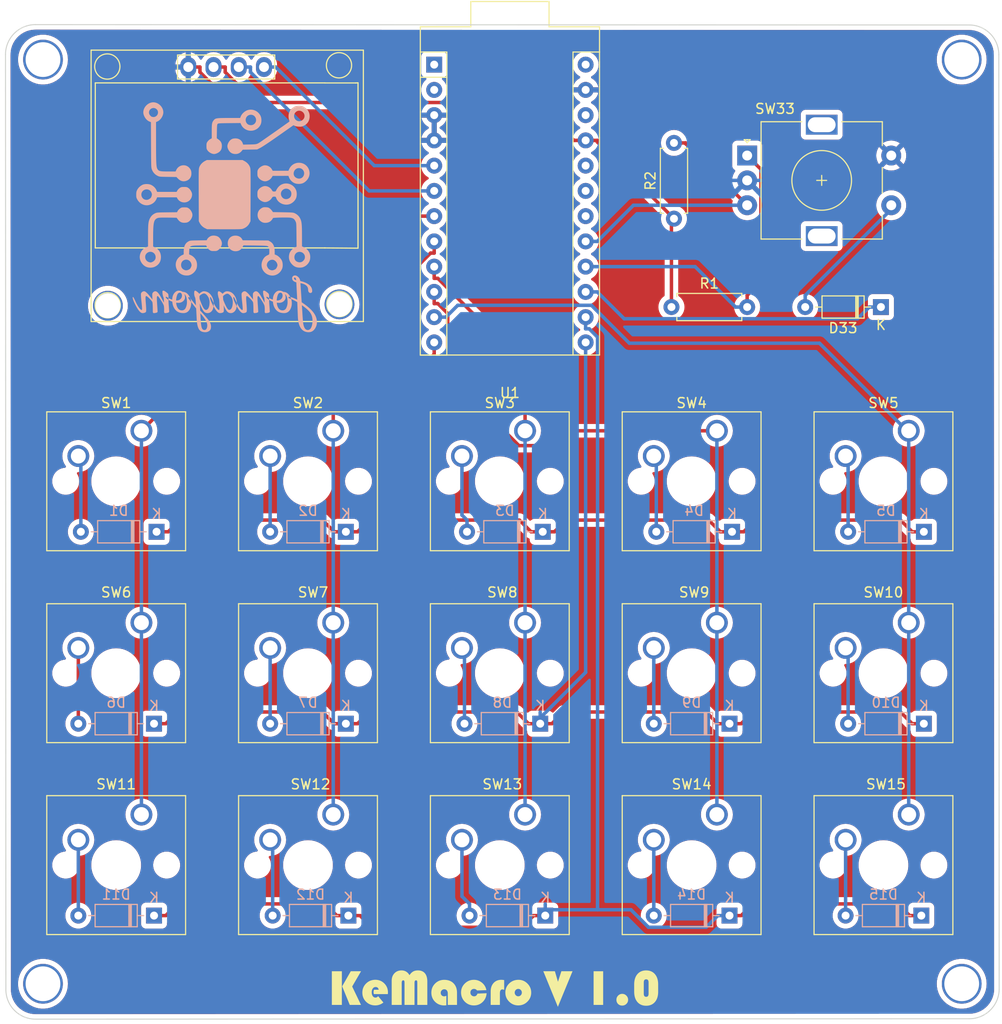
<source format=kicad_pcb>
(kicad_pcb (version 20211014) (generator pcbnew)
  (layers (0 "F.Cu" signal) (31 "B.Cu" signal) (34 "B.Paste" user) (35 "F.Paste" user) (36 "B.SilkS" user "B.Silkscreen") (37 "F.SilkS" user "F.Silkscreen") (38 "B.Mask" user) (39 "F.Mask" user) (44 "Edge.Cuts" user))
  (net 0 "")
  (net 1 "GND")
  (net 2 "+5V")
  (net 3 "scl")
  (net 4 "sda")
  (net 5 "row0")
  (net 6 "Net-(D1-Pad2)")
  (net 7 "Net-(D2-Pad2)")
  (net 8 "Net-(D3-Pad2)")
  (net 9 "Net-(D4-Pad2)")
  (net 10 "Net-(D5-Pad2)")
  (net 11 "row1")
  (net 12 "Net-(D6-Pad2)")
  (net 13 "Net-(D7-Pad2)")
  (net 14 "Net-(D8-Pad2)")
  (net 15 "Net-(D9-Pad2)")
  (net 16 "Net-(D10-Pad2)")
  (net 17 "row2")
  (net 18 "Net-(D11-Pad2)")
  (net 19 "Net-(D12-Pad2)")
  (net 20 "Net-(D13-Pad2)")
  (net 21 "Net-(D14-Pad2)")
  (net 22 "Net-(D15-Pad2)")
  (net 23 "Pul_enc")
  (net 24 "Net-(D33-Pad2)")
  (net 25 "PotA")
  (net 26 "PotB")
  (net 27 "col0")
  (net 28 "col1")
  (net 29 "col2")
  (net 30 "col3")
  (net 31 "col4")
  (footprint "Button_Switch_Keyboard:SW_Cherry_MX_1.00u_PCB" (layer "F.Cu") (at 115.57 68.834)
    (fp_text reference "SW1")
    (fp_text value "Pulsador_Cherry")
  )
  (footprint "Button_Switch_Keyboard:SW_Cherry_MX_1.00u_PCB" (layer "F.Cu") (at 115.57 88.138)
    (fp_text reference "SW6")
    (fp_text value "Pulsador_Cherry")
  )
  (footprint "Mis_Huellas:Resistencia" (layer "F.Cu") (at 168.91 56.388)
    (fp_text reference "R1")
    (fp_text value "10k")
  )
  (footprint "Button_Switch_Keyboard:SW_Cherry_MX_1.00u_PCB" (layer "F.Cu") (at 154.178 107.442)
    (fp_text reference "SW13")
    (fp_text value "Pulsador_Cherry")
  )
  (footprint "Button_Switch_Keyboard:SW_Cherry_MX_1.00u_PCB" (layer "F.Cu") (at 173.482 88.138)
    (fp_text reference "SW9")
    (fp_text value "Pulsador_Cherry")
  )
  (footprint "Mis_Huellas:Resistencia" (layer "F.Cu") (at 169.164 47.498 90)
    (fp_text reference "R2")
    (fp_text value "10k")
  )
  (footprint "Button_Switch_Keyboard:SW_Cherry_MX_1.00u_PCB" (layer "F.Cu") (at 173.482 107.442)
    (fp_text reference "SW14")
    (fp_text value "Pulsador_Cherry")
  )
  (footprint "Button_Switch_Keyboard:SW_Cherry_MX_1.00u_PCB" (layer "F.Cu") (at 115.57 107.442)
    (fp_text reference "SW11")
    (fp_text value "Pulsador_Cherry")
  )
  (footprint "Button_Switch_Keyboard:SW_Cherry_MX_1.00u_PCB" (layer "F.Cu") (at 192.786 107.442)
    (fp_text reference "SW15")
    (fp_text value "Pulsador_Cherry")
  )
  (footprint "Button_Switch_Keyboard:SW_Cherry_MX_1.00u_PCB" (layer "F.Cu") (at 154.178 88.138)
    (fp_text reference "SW8")
    (fp_text value "Pulsador_Cherry")
  )
  (footprint "Button_Switch_Keyboard:SW_Cherry_MX_1.00u_PCB" (layer "F.Cu") (at 134.874 107.442)
    (fp_text reference "SW12")
    (fp_text value "Pulsador_Cherry")
  )
  (footprint "Button_Switch_Keyboard:SW_Cherry_MX_1.00u_PCB" (layer "F.Cu") (at 192.786 88.138)
    (fp_text reference "SW10")
    (fp_text value "Pulsador_Cherry")
  )
  (footprint "Button_Switch_Keyboard:SW_Cherry_MX_1.00u_PCB" (layer "F.Cu") (at 192.786 68.834)
    (fp_text reference "SW5")
    (fp_text value "Pulsador_Cherry")
  )
  (footprint "Mis_Huellas:RotaryEncoder_Alps_EC11E-Switch_Vertical_H20mm" (layer "F.Cu") (at 176.53 41.148)
    (fp_text reference "SW33")
    (fp_text value "RotaryEncoder_Switch")
  )
  (footprint "Mis_Huellas:Pro_Micro" (layer "F.Cu") (at 160.274 59.944 180)
    (fp_text reference "U1")
    (fp_text value "ProMicro")
  )
  (footprint "Button_Switch_Keyboard:SW_Cherry_MX_1.00u_PCB" (layer "F.Cu") (at 134.874 68.834)
    (fp_text reference "SW2")
    (fp_text value "Pulsador_Cherry")
  )
  (footprint "Button_Switch_Keyboard:SW_Cherry_MX_1.00u_PCB" (layer "F.Cu") (at 154.178 68.834)
    (fp_text reference "SW3")
    (fp_text value "Pulsador_Cherry")
  )
  (footprint "Button_Switch_Keyboard:SW_Cherry_MX_1.00u_PCB" (layer "F.Cu") (at 134.874 88.138)
    (fp_text reference "SW7")
    (fp_text value "Pulsador_Cherry")
  )
  (footprint "Button_Switch_Keyboard:SW_Cherry_MX_1.00u_PCB" (layer "F.Cu") (at 173.482 68.834)
    (fp_text reference "SW4")
    (fp_text value "Pulsador_Cherry")
  )
  (footprint "Mis_Huellas:OLED_SSD1306" (layer "F.Cu") (at 123.906 42.846)
    (fp_text reference "Brd1")
    (fp_text value "Oled_SSD1306")
  )
  (footprint "Diode_THT:D_DO-35_SOD27_P7.62mm_Horizontal" (layer "F.Cu") (at 189.992 56.388 180)
    (fp_text reference "D33")
    (fp_text value "1N4148")
  )
  (footprint "Diode_THT:D_DO-35_SOD27_P7.62mm_Horizontal" (layer "B.Cu") (at 174.752 117.602 180)
    (fp_text reference "D14")
    (fp_text value "1N4148")
  )
  (footprint "Diode_THT:D_DO-35_SOD27_P7.62mm_Horizontal" (layer "B.Cu") (at 194.056 117.602 180)
    (fp_text reference "D15")
    (fp_text value "1N4148")
  )
  (footprint "Diode_THT:D_DO-35_SOD27_P7.62mm_Horizontal" (layer "B.Cu") (at 194.31 98.298 180)
    (fp_text reference "D10")
    (fp_text value "1N4148")
  )
  (footprint "Diode_THT:D_DO-35_SOD27_P7.62mm_Horizontal" (layer "B.Cu") (at 116.84 117.602 180)
    (fp_text reference "D11")
    (fp_text value "1N4148")
  )
  (footprint "Diode_THT:D_DO-35_SOD27_P7.62mm_Horizontal" (layer "B.Cu") (at 156.21 117.602 180)
    (fp_text reference "D13")
    (fp_text value "1N4148")
  )
  (footprint "Diode_THT:D_DO-35_SOD27_P7.62mm_Horizontal" (layer "B.Cu") (at 155.702 98.298 180)
    (fp_text reference "D8")
    (fp_text value "1N4148")
  )
  (footprint "Diode_THT:D_DO-35_SOD27_P7.62mm_Horizontal" (layer "B.Cu") (at 136.144 78.994 180)
    (fp_text reference "D2")
    (fp_text value "1N4148")
  )
  (footprint "Diode_THT:D_DO-35_SOD27_P7.62mm_Horizontal" (layer "B.Cu") (at 116.84 98.298 180)
    (fp_text reference "D6")
    (fp_text value "1N4148")
  )
  (footprint "Diode_THT:D_DO-35_SOD27_P7.62mm_Horizontal" (layer "B.Cu") (at 174.752 98.298 180)
    (fp_text reference "D9")
    (fp_text value "1N4148")
  )
  (footprint "Diode_THT:D_DO-35_SOD27_P7.62mm_Horizontal" (layer "B.Cu") (at 117.094 78.994 180)
    (fp_text reference "D1")
    (fp_text value "1N4148")
  )
  (footprint "Diode_THT:D_DO-35_SOD27_P7.62mm_Horizontal" (layer "B.Cu") (at 175.006 78.994 180)
    (fp_text reference "D4")
    (fp_text value "1N4148")
  )
  (footprint "Diode_THT:D_DO-35_SOD27_P7.62mm_Horizontal" (layer "B.Cu") (at 194.31 78.994 180)
    (fp_text reference "D5")
    (fp_text value "1N4148")
  )
  (footprint "Diode_THT:D_DO-35_SOD27_P7.62mm_Horizontal" (layer "B.Cu") (at 136.144 98.298 180)
    (fp_text reference "D7")
    (fp_text value "1N4148")
  )
  (footprint "Diode_THT:D_DO-35_SOD27_P7.62mm_Horizontal" (layer "B.Cu") (at 136.398 117.602 180)
    (fp_text reference "D12")
    (fp_text value "1N4148")
  )
  (footprint "Diode_THT:D_DO-35_SOD27_P7.62mm_Horizontal" (layer "B.Cu") (at 155.956 78.994 180)
    (fp_text reference "D3")
    (fp_text value "1N4148")
  )
  (gr_poly (pts (xy 116.148826 44.015557) (xy 116.209169 44.01904) (xy 116.268639 44.025127) (xy 116.326671 44.033821) (xy 116.382699 44.045127) (xy 116.436158 44.059048) (xy 116.486483 44.075588) (xy 116.533109 44.094751) (xy 116.577944 44.116584) (xy 116.621902 44.140458) (xy 116.664855 44.166251) (xy 116.706679 44.19384) (xy 116.747248 44.223103) (xy 116.786436 44.253919) (xy 116.824116 44.286166) (xy 116.860164 44.31972) (xy 116.894454 44.354461) (xy 116.92686 44.390265) (xy 116.957256 44.427012) (xy 116.985517 44.464579) (xy 117.011516 44.502843) (xy 117.035129 44.541684) (xy 117.056229 44.580978) (xy 117.07469 44.620603) (xy 117.153344 44.803439) (xy 118.132135 44.803329) (xy 119.110925 44.803219) (xy 119.184182 44.667301) (xy 119.192468 44.652879) (xy 119.202139 44.637728) (xy 119.213076 44.621977) (xy 119.225158 44.605751) (xy 119.238269 44.589177) (xy 119.252287 44.572382) (xy 119.267096 44.555493) (xy 119.282575 44.538637) (xy 119.298605 44.52194) (xy 119.315068 44.505528) (xy 119.331844 44.489529) (xy 119.348815 44.47407) (xy 119.365862 44.459276) (xy 119.382865 44.445275) (xy 119.399705 44.432194) (xy 119.416265 44.420159) (xy 119.466103 44.386415) (xy 119.48859 44.372433) (xy 119.510084 44.36022) (xy 119.531055 44.34966) (xy 119.551974 44.340634) (xy 119.573311 44.333025) (xy 119.595537 44.326716) (xy 119.619122 44.321589) (xy 119.644537 44.317526) (xy 119.672252 44.314411) (xy 119.702739 44.312126) (xy 119.736467 44.310553) (xy 119.773907 44.309575) (xy 119.861806 44.308934) (xy 119.907926 44.309077) (xy 119.949445 44.309584) (xy 119.986826 44.310569) (xy 120.020534 44.312147) (xy 120.051033 44.314433) (xy 120.078786 44.31754) (xy 120.104258 44.321584) (xy 120.127911 44.32668) (xy 120.15021 44.332941) (xy 120.171619 44.340483) (xy 120.192601 44.34942) (xy 120.213621 44.359867) (xy 120.235142 44.371938) (xy 120.257627 44.385749) (xy 120.281541 44.401413) (xy 120.307348 44.419045) (xy 120.341723 44.445035) (xy 120.375668 44.474869) (xy 120.408937 44.508111) (xy 120.441283 44.544329) (xy 120.47246 44.583089) (xy 120.50222 44.623955) (xy 120.530316 44.666494) (xy 120.556503 44.710271) (xy 120.580533 44.754853) (xy 120.60216 44.799805) (xy 120.621136 44.844693) (xy 120.637216 44.889082) (xy 120.650152 44.93254) (xy 120.659697 44.974631) (xy 120.665605 45.014921) (xy 120.66763 45.052976) (xy 120.666631 45.095647) (xy 120.663665 45.137661) (xy 120.658776 45.178971) (xy 120.652008 45.219534) (xy 120.643405 45.259302) (xy 120.633012 45.29823) (xy 120.620874 45.336272) (xy 120.607034 45.373382) (xy 120.591537 45.409516) (xy 120.574427 45.444626) (xy 120.555749 45.478668) (xy 120.535547 45.511595) (xy 120.513866 45.543362) (xy 120.490748 45.573923) (xy 120.46624 45.603232) (xy 120.440386 45.631243) (xy 120.413229 45.657912) (xy 120.384814 45.683191) (xy 120.355186 45.707035) (xy 120.324388 45.7294) (xy 120.292465 45.750237) (xy 120.259462 45.769503) (xy 120.225423 45.787152) (xy 120.190392 45.803136) (xy 120.154414 45.817412) (xy 120.117532 45.829932) (xy 120.079792 45.840652) (xy 120.041237 45.849525) (xy 120.001912 45.856506) (xy 119.961862 45.86155) (xy 119.92113 45.864609) (xy 119.879761 45.865639) (xy 119.852185 45.865168) (xy 119.824754 45.863766) (xy 119.79749 45.861444) (xy 119.770415 45.858217) (xy 119.743551 45.854097) (xy 119.716921 45.849097) (xy 119.690548 45.843231) (xy 119.664453 45.836512) (xy 119.63866 45.828953) (xy 119.61319 45.820567) (xy 119.588066 45.811368) (xy 119.56331 45.801368) (xy 119.538944 45.790581) (xy 119.514992 45.77902) (xy 119.491475 45.766698) (xy 119.468416 45.753628) (xy 119.445836 45.739823) (xy 119.42376 45.725298) (xy 119.402208 45.710064) (xy 119.381203 45.694135) (xy 119.360768 45.677524) (xy 119.340924 45.660244) (xy 119.321695 45.642309) (xy 119.303103 45.623732) (xy 119.28517 45.604525) (xy 119.267918 45.584703) (xy 119.251371 45.564278) (xy 119.235549 45.543263) (xy 119.220476 45.521671) (xy 119.206174 45.499517) (xy 119.192665 45.476812) (xy 119.179972 45.45357) (xy 119.127358 45.352842) (xy 117.152293 45.352842) (xy 117.097839 45.483166) (xy 117.073453 45.537875) (xy 117.046967 45.590275) (xy 117.018359 45.640389) (xy 116.987607 45.688235) (xy 116.954688 45.733837) (xy 116.91958 45.777213) (xy 116.882261 45.818385) (xy 116.842708 45.857375) (xy 116.800899 45.894201) (xy 116.756812 45.928887) (xy 116.710424 45.961451) (xy 116.661713 45.991915) (xy 116.610657 46.020301) (xy 116.557233 46.046628) (xy 116.501419 46.070917) (xy 116.443193 46.09319) (xy 116.443192 46.093213) (xy 116.397701 46.108285) (xy 116.351934 46.121073) (xy 116.305951 46.1316) (xy 116.259814 46.139893) (xy 116.213583 46.145976) (xy 116.167321 46.149873) (xy 116.121087 46.151611) (xy 116.074942 46.151214) (xy 116.028949 46.148706) (xy 115.983167 46.144113) (xy 115.937658 46.13746) (xy 115.892483 46.128772) (xy 115.847703 46.118073) (xy 115.803379 46.105389) (xy 115.759572 46.090745) (xy 115.716343 46.074164) (xy 115.673753 46.055674) (xy 115.631864 46.035297) (xy 115.590735 46.01306) (xy 115.550429 45.988987) (xy 115.511005 45.963103) (xy 115.472526 45.935434) (xy 115.435053 45.906003) (xy 115.398645 45.874836) (xy 115.363365 45.841959) (xy 115.329274 45.807395) (xy 115.296432 45.77117) (xy 115.2649 45.733308) (xy 115.23474 45.693836) (xy 115.206012 45.652777) (xy 115.178778 45.610157) (xy 115.153099 45.566) (xy 115.121195 45.506375) (xy 115.10789 45.479395) (xy 115.096215 45.453693) (xy 115.086072 45.428811) (xy 115.077362 45.404289) (xy 115.069984 45.379671) (xy 115.06384 45.354498) (xy 115.05883 45.328311) (xy 115.054855 45.300654) (xy 115.051815 45.271066) (xy 115.049611 45.239091) (xy 115.048143 45.204271) (xy 115.047311 45.166146) (xy 115.047162 45.078152) (xy 115.047162 45.078129) (xy 115.56408 45.078129) (xy 115.564427 45.096503) (xy 115.565458 45.114867) (xy 115.56716 45.1332) (xy 115.569519 45.151477) (xy 115.572522 45.169678) (xy 115.576156 45.18778) (xy 115.580407 45.20576) (xy 115.585261 45.223596) (xy 115.590706 45.241266) (xy 115.596728 45.258747) (xy 115.603313 45.276018) (xy 115.610448 45.293055) (xy 115.61812 45.309837) (xy 115.626314 45.32634) (xy 115.635019 45.342544) (xy 115.64422 45.358424) (xy 115.653903 45.37396) (xy 115.664056 45.389128) (xy 115.674665 45.403907) (xy 115.685716 45.418273) (xy 115.697196 45.432206) (xy 115.709092 45.445681) (xy 115.721391 45.458677) (xy 115.734078 45.471172) (xy 115.74714 45.483143) (xy 115.760564 45.494568) (xy 115.774337 45.505425) (xy 115.788445 45.515691) (xy 115.802874 45.525343) (xy 115.817612 45.53436) (xy 115.832644 45.542719) (xy 115.847958 45.550398) (xy 115.847957 45.550398) (xy 115.879779 45.564448) (xy 115.911696 45.576457) (xy 115.943666 45.586427) (xy 115.975647 45.59436) (xy 116.007596 45.600256) (xy 116.039472 45.604118) (xy 116.071231 45.605948) (xy 116.102831 45.605746) (xy 116.13423 45.603515) (xy 116.165386 45.599256) (xy 116.196256 45.592971) (xy 116.226797 45.584661) (xy 116.256969 45.574328) (xy 116.286727 45.561975) (xy 116.31603 45.547601) (xy 116.344836 45.53121) (xy 116.373756 45.513166) (xy 116.400195 45.495728) (xy 116.424321 45.478674) (xy 116.446304 45.461786) (xy 116.466311 45.444841) (xy 116.484512 45.427619) (xy 116.501073 45.409901) (xy 116.516165 45.391465) (xy 116.529954 45.372091) (xy 116.54261 45.351559) (xy 116.554301 45.329649) (xy 116.565195 45.306139) (xy 116.575462 45.280809) (xy 116.585268 45.253439) (xy 116.594783 45.223809) (xy 116.604174 45.191697) (xy 116.609838 45.170656) (xy 116.614635 45.150793) (xy 116.618553 45.131918) (xy 116.62158 45.113842) (xy 116.623701 45.096374) (xy 116.624904 45.079323) (xy 116.625177 45.0625) (xy 116.624506 45.045715) (xy 116.622878 45.028778) (xy 116.62028 45.011498) (xy 116.616699 44.993685) (xy 116.612123 44.975149) (xy 116.606538 44.955701) (xy 116.599932 44.935149) (xy 116.592291 44.913304) (xy 116.583602 44.889976) (xy 116.562436 44.8411) (xy 116.537985 44.796236) (xy 116.510508 44.755336) (xy 116.480267 44.718351) (xy 116.447519 44.685234) (xy 116.412524 44.655937) (xy 116.375542 44.630412) (xy 116.336832 44.608611) (xy 116.296654 44.590486) (xy 116.255267 44.57599) (xy 116.212931 44.565074) (xy 116.169905 44.557691) (xy 116.126448 44.553792) (xy 116.082821 44.553331) (xy 116.039282 44.556258) (xy 115.99609 44.562526) (xy 115.953507 44.572088) (xy 115.91179 44.584895) (xy 115.871199 44.600899) (xy 115.831995 44.620052) (xy 115.794436 44.642308) (xy 115.758781 44.667617) (xy 115.725291 44.695932) (xy 115.694224 44.727205) (xy 115.665841 44.761388) (xy 115.6404 44.798433) (xy 115.618161 44.838292) (xy 115.599384 44.880918) (xy 115.584328 44.926263) (xy 115.573252 44.974278) (xy 115.566416 45.024916) (xy 115.56408 45.078129) (xy 115.047162 45.078129) (xy 115.047661 45.03452) (xy 115.04859 44.994287) (xy 115.050018 44.957117) (xy 115.052014 44.92267) (xy 115.054648 44.890609) (xy 115.057988 44.860595) (xy 115.062105 44.832291) (xy 115.067067 44.805358) (xy 115.072945 44.779458) (xy 115.079807 44.754253) (xy 115.087723 44.729405) (xy 115.096762 44.704576) (xy 115.106993 44.679428) (xy 115.118487 44.653622) (xy 115.131312 44.626821) (xy 115.145537 44.598686) (xy 115.166489 44.560136) (xy 115.189003 44.522509) (xy 115.213063 44.485819) (xy 115.238654 44.450081) (xy 115.265761 44.415308) (xy 115.294369 44.381517) (xy 115.324464 44.34872) (xy 115.35603 44.316933) (xy 115.389052 44.28617) (xy 115.423515 44.256447) (xy 115.459405 44.227776) (xy 115.496706 44.200173) (xy 115.535403 44.173653) (xy 115.575481 44.148229) (xy 115.616925 44.123917) (xy 115.65972 44.100731) (xy 115.702484 44.080956) (xy 115.749462 44.06375) (xy 115.800089 44.049116) (xy 115.8538 44.037059) (xy 115.910029 44.027582) (xy 115.968212 44.02069) (xy 116.027782 44.016386) (xy 116.088176 44.014673)) (layer "B.SilkS") (width 0) (fill solid))
  (gr_poly (pts (xy 125.074911 49.204301) (xy 125.10535 49.206108) (xy 125.135349 49.208812) (xy 125.16489 49.212406) (xy 125.193956 49.216881) (xy 125.222531 49.222229) (xy 125.250598 49.228443) (xy 125.27814 49.235513) (xy 125.30514 49.243433) (xy 125.331581 49.252193) (xy 125.357446 49.261787) (xy 125.382719 49.272205) (xy 125.407382 49.28344) (xy 125.43142 49.295484) (xy 125.454814 49.308329) (xy 125.477549 49.321966) (xy 125.499607 49.336388) (xy 125.520971 49.351587) (xy 125.541625 49.367554) (xy 125.561551 49.384281) (xy 125.580734 49.401761) (xy 125.599156 49.419985) (xy 125.6168 49.438946) (xy 125.633649 49.458635) (xy 125.649687 49.479044) (xy 125.664896 49.500165) (xy 125.679261 49.52199) (xy 125.692763 49.544512) (xy 125.705387 49.567721) (xy 125.759052 49.671496) (xy 127.050164 49.682405) (xy 128.341275 49.693301) (xy 128.504392 49.784872) (xy 128.564918 49.821585) (xy 128.621025 49.861362) (xy 128.672784 49.90436) (xy 128.720267 49.950732) (xy 128.763544 50.000632) (xy 128.802686 50.054215) (xy 128.837764 50.111636) (xy 128.868849 50.173049) (xy 128.896011 50.238609) (xy 128.919321 50.30847) (xy 128.938851 50.382786) (xy 128.954671 50.461712) (xy 128.966853 50.545403) (xy 128.975466 50.634012) (xy 128.980582 50.727695) (xy 128.982271 50.826606) (xy 128.982271 51.095539) (xy 129.129662 51.154513) (xy 129.169249 51.172073) (xy 129.209815 51.193344) (xy 129.25104 51.218018) (xy 129.292606 51.245786) (xy 129.334193 51.276338) (xy 129.375482 51.309366) (xy 129.416153 51.344561) (xy 129.455888 51.381614) (xy 129.494366 51.420216) (xy 129.531269 51.460058) (xy 129.566276 51.500832) (xy 129.59907 51.542228) (xy 129.62933 51.583939) (xy 129.656737 51.625654) (xy 129.680972 51.667064) (xy 129.701715 51.707862) (xy 129.720039 51.751117) (xy 129.736251 51.797715) (xy 129.750334 51.847161) (xy 129.76227 51.89896) (xy 129.77204 51.952618) (xy 129.779628 52.007639) (xy 129.785014 52.06353) (xy 129.788181 52.119794) (xy 129.78911 52.175939) (xy 129.787784 52.231468) (xy 129.784185 52.285887) (xy 129.778294 52.338702) (xy 129.770093 52.389417) (xy 129.759565 52.437539) (xy 129.746692 52.482571) (xy 129.731455 52.52402) (xy 129.704814 52.583923) (xy 129.675705 52.641502) (xy 129.644179 52.696709) (xy 129.610287 52.749498) (xy 129.574077 52.799822) (xy 129.535601 52.847632) (xy 129.494909 52.892882) (xy 129.45205 52.935523) (xy 129.407076 52.97551) (xy 129.360037 53.012795) (xy 129.310982 53.04733) (xy 129.259963 53.079068) (xy 129.207029 53.107962) (xy 129.152231 53.133964) (xy 129.095619 53.157028) (xy 129.037243 53.177105) (xy 129.037249 53.177114) (xy 128.99125 53.19024) (xy 128.944815 53.20096) (xy 128.898024 53.209311) (xy 128.850958 53.215331) (xy 128.803697 53.219056) (xy 128.756323 53.220523) (xy 128.708917 53.21977) (xy 128.66156 53.216834) (xy 128.614332 53.211751) (xy 128.567315 53.204559) (xy 128.520589 53.195295) (xy 128.474235 53.183996) (xy 128.428335 53.170698) (xy 128.382969 53.15544) (xy 128.338218 53.138257) (xy 128.294163 53.119188) (xy 128.250885 53.098269) (xy 128.208466 53.075537) (xy 128.166985 53.051029) (xy 128.126524 53.024782) (xy 128.087164 52.996834) (xy 128.048985 52.967221) (xy 128.012069 52.935981) (xy 127.976497 52.90315) (xy 127.942349 52.868766) (xy 127.909707 52.832866) (xy 127.878651 52.795486) (xy 127.849262 52.756664) (xy 127.821621 52.716437) (xy 127.79581 52.674841) (xy 127.771909 52.631915) (xy 127.749999 52.587695) (xy 127.727092 52.534163) (xy 127.707477 52.479155) (xy 127.69115 52.422861) (xy 127.678105 52.36547) (xy 127.668337 52.307172) (xy 127.66184 52.248157) (xy 127.65861 52.188613) (xy 127.658615 52.180101) (xy 128.192203 52.180101) (xy 128.193092 52.197645) (xy 128.195128 52.215047) (xy 128.198351 52.232573) (xy 128.202801 52.250486) (xy 128.208518 52.269053) (xy 128.215541 52.288538) (xy 128.22391 52.309206) (xy 128.233666 52.331321) (xy 128.244849 52.35515) (xy 128.257497 52.380955) (xy 128.266793 52.398807) (xy 128.276866 52.416657) (xy 128.287631 52.434405) (xy 128.298999 52.451948) (xy 128.310886 52.469185) (xy 128.323206 52.486013) (xy 128.33587 52.502331) (xy 128.348794 52.518037) (xy 128.361891 52.533029) (xy 128.375074 52.547206) (xy 128.388258 52.560464) (xy 128.401355 52.572703) (xy 128.414281 52.583821) (xy 128.426947 52.593716) (xy 128.439269 52.602285) (xy 128.451159 52.609428) (xy 128.451159 52.609429) (xy 128.481888 52.625733) (xy 128.511468 52.640222) (xy 128.540035 52.652913) (xy 128.567728 52.663823) (xy 128.594684 52.672968) (xy 128.621041 52.680366) (xy 128.646936 52.686033) (xy 128.672506 52.689986) (xy 128.697889 52.692242) (xy 128.723223 52.692817) (xy 128.748645 52.691729) (xy 128.774292 52.688994) (xy 128.800303 52.684628) (xy 128.826814 52.678649) (xy 128.853963 52.671074) (xy 128.881888 52.661918) (xy 128.915433 52.649734) (xy 128.946229 52.637577) (xy 128.974493 52.625247) (xy 129.00044 52.612545) (xy 129.024286 52.599271) (xy 129.046246 52.585226) (xy 129.066535 52.57021) (xy 129.08537 52.554024) (xy 129.102964 52.536467) (xy 129.119535 52.51734) (xy 129.135297 52.496445) (xy 129.150466 52.47358) (xy 129.165256 52.448547) (xy 129.179885 52.421146) (xy 129.194567 52.391178) (xy 129.209517 52.358442) (xy 129.219893 52.334578) (xy 129.229007 52.312497) (xy 129.236881 52.291946) (xy 129.243539 52.272668) (xy 129.249001 52.25441) (xy 129.25329 52.236916) (xy 129.256429 52.219932) (xy 129.258439 52.203204) (xy 129.259343 52.186476) (xy 129.259163 52.169493) (xy 129.257921 52.152002) (xy 129.255639 52.133747) (xy 129.252339 52.114474) (xy 129.248044 52.093927) (xy 129.242776 52.071853) (xy 129.236557 52.047996) (xy 129.231477 52.030595) (xy 129.225621 52.013199) (xy 129.211703 51.978541) (xy 129.195035 51.944259) (xy 129.175849 51.910586) (xy 129.154377 51.877759) (xy 129.13085 51.846012) (xy 129.105501 51.81558) (xy 129.078563 51.786699) (xy 129.050266 51.759604) (xy 129.020843 51.734529) (xy 128.990525 51.711709) (xy 128.959546 51.691381) (xy 128.928137 51.673779) (xy 128.912343 51.666073) (xy 128.896529 51.659137) (xy 128.880724 51.653001) (xy 128.864955 51.647692) (xy 128.849254 51.643242) (xy 128.833648 51.639678) (xy 128.807463 51.635152) (xy 128.781306 51.632027) (xy 128.755216 51.630278) (xy 128.729234 51.629877) (xy 128.703399 51.630798) (xy 128.677753 51.633013) (xy 128.652334 51.636496) (xy 128.627185 51.641221) (xy 128.602343 51.647159) (xy 128.577851 51.654284) (xy 128.553748 51.66257) (xy 128.530074 51.67199) (xy 128.50687 51.682516) (xy 128.484176 51.694122) (xy 128.462031 51.70678) (xy 128.440478 51.720465) (xy 128.419554 51.735149) (xy 128.399302 51.750805) (xy 128.37976 51.767407) (xy 128.36097 51.784927) (xy 128.342971 51.803339) (xy 128.325804 51.822615) (xy 128.309508 51.84273) (xy 128.294125 51.863656) (xy 128.279694 51.885365) (xy 128.266256 51.907833) (xy 128.253851 51.93103) (xy 128.242519 51.954932) (xy 128.2323 51.97951) (xy 128.223234 52.004737) (xy 128.215363 52.030588) (xy 128.208725 52.057035) (xy 128.203569 52.08099) (xy 128.199321 52.103214) (xy 128.19602 52.123972) (xy 128.193707 52.14353) (xy 128.192422 52.162151) (xy 128.192203 52.180101) (xy 127.658615 52.180101) (xy 127.658641 52.128731) (xy 127.661929 52.0687) (xy 127.668466 52.00871) (xy 127.678249 51.948951) (xy 127.691273 51.889611) (xy 127.707531 51.830882) (xy 127.727019 51.772951) (xy 127.749731 51.716009) (xy 127.775663 51.660246) (xy 127.799052 51.615158) (xy 127.822984 51.572497) (xy 127.84757 51.532154) (xy 127.872921 51.494022) (xy 127.899147 51.457991) (xy 127.92636 51.423953) (xy 127.954671 51.391798) (xy 127.98419 51.361419) (xy 128.015029 51.332706) (xy 128.047299 51.305551) (xy 128.08111 51.279845) (xy 128.116574 51.25548) (xy 128.153802 51.232347) (xy 128.192904 51.210337) (xy 128.233992 51.189341) (xy 128.277176 51.169251) (xy 128.303541 51.157419) (xy 128.326768 51.146601) (xy 128.347067 51.136487) (xy 128.364647 51.126768) (xy 128.379715 51.117132) (xy 128.386372 51.112248) (xy 128.392481 51.107269) (xy 128.398065 51.102155) (xy 128.403153 51.096868) (xy 128.407769 51.091368) (xy 128.41194 51.085618) (xy 128.415692 51.079578) (xy 128.419051 51.073209) (xy 128.422043 51.066473) (xy 128.424695 51.059331) (xy 128.427032 51.051744) (xy 128.42908 51.043672) (xy 128.432415 51.025923) (xy 128.434909 51.005772) (xy 128.43677 50.982909) (xy 128.438207 50.957023) (xy 128.439429 50.927804) (xy 128.441704 50.851569) (xy 128.44244 50.780978) (xy 128.441576 50.715804) (xy 128.439048 50.65582) (xy 128.437142 50.627703) (xy 128.434796 50.600798) (xy 128.432004 50.575076) (xy 128.428757 50.55051) (xy 128.425047 50.52707) (xy 128.420868 50.504729) (xy 128.416211 50.483457) (xy 128.411068 50.463227) (xy 128.405431 50.44401) (xy 128.399293 50.425777) (xy 128.392647 50.408501) (xy 128.385483 50.392152) (xy 128.377795 50.376702) (xy 128.369575 50.362123) (xy 128.360815 50.348386) (xy 128.351507 50.335463) (xy 128.341643 50.323325) (xy 128.331216 50.311944) (xy 128.320217 50.301292) (xy 128.30864 50.29134) (xy 128.296476 50.282059) (xy 128.283718 50.273422) (xy 128.270357 50.265399) (xy 128.256386 50.257963) (xy 128.216934 50.245018) (xy 128.151602 50.233919) (xy 128.056486 50.224471) (xy 127.927682 50.216479) (xy 127.761285 50.209749) (xy 127.553392 50.204086) (xy 126.997501 50.195185) (xy 125.836869 50.181617) (xy 125.764976 50.322538) (xy 125.735128 50.377331) (xy 125.703303 50.428562) (xy 125.669497 50.476233) (xy 125.633702 50.52035) (xy 125.595913 50.560915) (xy 125.556124 50.597932) (xy 125.514329 50.631406) (xy 125.470522 50.66134) (xy 125.424696 50.687738) (xy 125.376845 50.710604) (xy 125.326964 50.729941) (xy 125.275046 50.745755) (xy 125.221085 50.758047) (xy 125.165076 50.766822) (xy 125.107011 50.772085) (xy 125.046885 50.773838) (xy 125.004669 50.772851) (xy 124.963187 50.769916) (xy 124.922478 50.765075) (xy 124.882583 50.758365) (xy 124.843541 50.749829) (xy 124.805393 50.739506) (xy 124.768177 50.727437) (xy 124.731933 50.713661) (xy 124.696702 50.698219) (xy 124.662523 50.681151) (xy 124.629436 50.662497) (xy 124.59748 50.642297) (xy 124.566696 50.620592) (xy 124.537123 50.597422) (xy 124.508801 50.572826) (xy 124.481769 50.546846) (xy 124.456067 50.519521) (xy 124.431736 50.490891) (xy 124.408814 50.460996) (xy 124.387342 50.429878) (xy 124.367359 50.397576) (xy 124.348905 50.364129) (xy 124.332021 50.329579) (xy 124.316744 50.293966) (xy 124.303116 50.257329) (xy 124.291176 50.219709) (xy 124.280964 50.181146) (xy 124.27252 50.141681) (xy 124.265883 50.101353) (xy 124.261093 50.060202) (xy 124.25819 50.018269) (xy 124.257213 49.975595) (xy 124.25803 49.935811) (xy 124.26046 49.896741) (xy 124.264478 49.858413) (xy 124.270056 49.820859) (xy 124.277166 49.784109) (xy 124.285782 49.748192) (xy 124.295877 49.71314) (xy 124.307422 49.678982) (xy 124.320392 49.645749) (xy 124.334758 49.61347) (xy 124.350493 49.582177) (xy 124.367571 49.5519) (xy 124.385964 49.522668) (xy 124.405644 49.494512) (xy 124.426585 49.467463) (xy 124.44876 49.44155) (xy 124.47214 49.416803) (xy 124.4967 49.393254) (xy 124.522411 49.370932) (xy 124.549247 49.349868) (xy 124.57718 49.330092) (xy 124.606183 49.311634) (xy 124.636229 49.294524) (xy 124.667291 49.278793) (xy 124.699341 49.26447) (xy 124.732352 49.251587) (xy 124.766298 49.240174) (xy 124.80115 49.23026) (xy 124.836881 49.221876) (xy 124.873465 49.215052) (xy 124.910874 49.209819) (xy 124.949081 49.206207) (xy 124.981116 49.204344) (xy 125.012777 49.203411) (xy 125.044047 49.203399)) (layer "B.SilkS") (width 0) (fill solid))
  (gr_poly (pts (xy 119.344545 54.739973) (xy 119.372805 54.741403) (xy 119.400589 54.743786) (xy 119.427896 54.747122) (xy 119.454727 54.751411) (xy 119.481081 54.756653) (xy 119.506958 54.762848) (xy 119.532359 54.769997) (xy 119.557283 54.778098) (xy 119.581731 54.787153) (xy 119.605702 54.797161) (xy 119.629197 54.808122) (xy 119.652214 54.820036) (xy 119.674756 54.832903) (xy 119.69682 54.846723) (xy 119.718409 54.861497) (xy 119.765159 54.862903) (xy 119.810862 54.86712) (xy 119.855516 54.87415) (xy 119.877449 54.878719) (xy 119.899121 54.883991) (xy 119.920531 54.889966) (xy 119.941678 54.896643) (xy 119.962564 54.904024) (xy 119.983187 54.912108) (xy 120.003548 54.920894) (xy 120.023647 54.930384) (xy 120.043484 54.940576) (xy 120.063059 54.951472) (xy 120.101422 54.975371) (xy 120.138737 55.002083) (xy 120.175003 55.031606) (xy 120.210221 55.06394) (xy 120.244391 55.099087) (xy 120.277512 55.137045) (xy 120.309584 55.177815) (xy 120.340609 55.221397) (xy 120.369417 55.266575) (xy 120.396366 55.312134) (xy 120.421457 55.358075) (xy 120.44469 55.404397) (xy 120.466064 55.4511) (xy 120.485579 55.498185) (xy 120.489668 55.509177) (xy 120.420484 55.422697) (xy 120.415194 55.417526) (xy 120.409999 55.412689) (xy 120.4049 55.408186) (xy 120.399896 55.404016) (xy 120.394988 55.400179) (xy 120.390174 55.396676) (xy 120.385456 55.393507) (xy 120.380834 55.390672) (xy 120.376306 55.38817) (xy 120.371874 55.386001) (xy 120.367538 55.384167) (xy 120.363296 55.382665) (xy 120.35915 55.381498) (xy 120.3551 55.380664) (xy 120.351144 55.380164) (xy 120.347284 55.379997) (xy 120.343531 55.380056) (xy 120.339898 55.380235) (xy 120.336383 55.380533) (xy 120.332988 55.38095) (xy 120.329711 55.381486) (xy 120.326554 55.382141) (xy 120.323516 55.382916) (xy 120.320597 55.383809) (xy 120.317797 55.384822) (xy 120.315117 55.385954) (xy 120.312555 55.387205) (xy 120.310113 55.388575) (xy 120.307789 55.390064) (xy 120.305585 55.391673) (xy 120.3035 55.3934) (xy 120.301534 55.395247) (xy 120.299688 55.397213) (xy 120.29796 55.399298) (xy 120.296352 55.401502) (xy 120.294863 55.403825) (xy 120.293492 55.406267) (xy 120.292241 55.408829) (xy 120.29111 55.41151) (xy 120.290097 55.414309) (xy 120.289203 55.417228) (xy 120.288429 55.420266) (xy 120.287774 55.423424) (xy 120.287237 55.4267) (xy 120.28682 55.430096) (xy 120.286523 55.43361) (xy 120.286344 55.437244) (xy 120.286284 55.440997) (xy 120.28638 55.445596) (xy 120.286665 55.450242) (xy 120.287142 55.454936) (xy 120.287809 55.459678) (xy 120.288667 55.464468) (xy 120.289715 55.469305) (xy 120.290954 55.474189) (xy 120.292384 55.479122) (xy 120.294004 55.484102) (xy 120.295815 55.48913) (xy 120.297817 55.494205) (xy 120.300009 55.499328) (xy 120.302392 55.504499) (xy 120.304966 55.509717) (xy 120.30773 55.514983) (xy 120.310685 55.520297) (xy 120.365394 55.598739) (xy 120.431922 55.690715) (xy 120.510269 55.796227) (xy 120.574034 55.880416) (xy 120.574791 55.888585) (xy 120.577579 55.9391) (xy 120.578508 55.989997) (xy 120.577722 56.039941) (xy 120.575363 56.089122) (xy 120.571431 56.137541) (xy 120.565927 56.185198) (xy 120.55885 56.232091) (xy 120.5502 56.278223) (xy 120.539978 56.323591) (xy 120.528183 56.368197) (xy 120.514816 56.412041) (xy 120.499875 56.455122) (xy 120.483362 56.497441) (xy 120.465277 56.538997) (xy 120.445619 56.579791) (xy 120.424388 56.619823) (xy 120.401584 56.659091) (xy 120.377208 56.697598) (xy 120.351355 56.733793) (xy 120.324119 56.767652) (xy 120.295502 56.799177) (xy 120.265502 56.828366) (xy 120.234121 56.85522) (xy 120.201357 56.87974) (xy 120.167211 56.901924) (xy 120.131684 56.921772) (xy 120.094774 56.939286) (xy 120.056482 56.954465) (xy 120.016808 56.967308) (xy 119.975752 56.977816) (xy 119.933314 56.985989) (xy 119.889494 56.991827) (xy 119.844292 56.99533) (xy 119.797709 56.996498) (xy 119.733825 56.995259) (xy 119.671801 56.991541) (xy 119.611635 56.985346) (xy 119.553327 56.976673) (xy 119.496879 56.965521) (xy 119.442288 56.951892) (xy 119.389557 56.935784) (xy 119.338684 56.917198) (xy 119.289669 56.896134) (xy 119.242513 56.872592) (xy 119.197216 56.846571) (xy 119.153778 56.818073) (xy 119.112197 56.787096) (xy 119.072476 56.753642) (xy 119.034613 56.717709) (xy 118.998609 56.679298) (xy 118.964463 56.638885) (xy 118.932176 56.596948) (xy 118.901747 56.553485) (xy 118.873178 56.508498) (xy 118.846466 56.461985) (xy 118.821613 56.413948) (xy 118.798619 56.364385) (xy 118.777484 56.313297) (xy 118.758207 56.260685) (xy 118.740788 56.206547) (xy 118.725229 56.150885) (xy 118.711527 56.093697) (xy 118.699685 56.034985) (xy 118.689701 55.974747) (xy 118.686892 55.953396) (xy 119.065706 55.953396) (xy 119.069233 55.993427) (xy 119.073712 56.032696) (xy 119.079145 56.071202) (xy 119.085531 56.108946) (xy 119.09287 56.145927) (xy 119.101162 56.182146) (xy 119.110407 56.217603) (xy 119.120606 56.252296) (xy 119.131757 56.286228) (xy 119.143862 56.319396) (xy 119.15692 56.351803) (xy 119.170931 56.383446) (xy 119.185895 56.414328) (xy 119.201812 56.444447) (xy 119.218682 56.473803) (xy 119.236506 56.502397) (xy 119.255258 56.528989) (xy 119.274916 56.553866) (xy 119.29548 56.577026) (xy 119.316949 56.598472) (xy 119.339324 56.618201) (xy 119.362604 56.636216) (xy 119.386789 56.652514) (xy 119.41188 56.667097) (xy 119.437877 56.679964) (xy 119.464779 56.691115) (xy 119.492587 56.700551) (xy 119.521299 56.708272) (xy 119.550918 56.714276) (xy 119.581442 56.718565) (xy 119.612871 56.721139) (xy 119.645206 56.721997) (xy 119.677446 56.720972) (xy 119.693154 56.719691) (xy 119.708589 56.717898) (xy 119.72375 56.715593) (xy 119.738636 56.712775) (xy 119.753249 56.709445) (xy 119.767588 56.705603) (xy 119.781652 56.701248) (xy 119.795443 56.696381) (xy 119.808959 56.691002) (xy 119.822202 56.685111) (xy 119.83517 56.678707) (xy 119.847864 56.671791) (xy 119.860285 56.664362) (xy 119.872431 56.656422) (xy 119.884304 56.647969) (xy 119.895902 56.639003) (xy 119.907226 56.629526) (xy 119.918276 56.619536) (xy 119.929053 56.609034) (xy 119.939555 56.598019) (xy 119.949783 56.586492) (xy 119.959737 56.574453) (xy 119.969418 56.561901) (xy 119.978824 56.548838) (xy 119.996814 56.521173) (xy 120.013708 56.491459) (xy 120.029506 56.459696) (xy 120.04428 56.426051) (xy 120.0581 56.392215) (xy 120.070967 56.358188) (xy 120.082882 56.323971) (xy 120.093843 56.289563) (xy 120.10385 56.254965) (xy 120.112905 56.220176) (xy 120.121007 56.185196) (xy 120.128155 56.150026) (xy 120.13435 56.114665) (xy 120.139592 56.079113) (xy 120.143881 56.043371) (xy 120.147217 56.007438) (xy 120.1496 55.971315) (xy 120.15103 55.935001) (xy 120.151506 55.898496) (xy 120.150482 55.823819) (xy 120.147408 55.752287) (xy 120.142285 55.683901) (xy 120.135113 55.618659) (xy 120.125891 55.556563) (xy 120.114621 55.497612) (xy 120.101301 55.441807) (xy 120.085932 55.389147) (xy 120.068513 55.339632) (xy 120.049046 55.293263) (xy 120.027529 55.250039) (xy 120.016002 55.229606) (xy 120.003963 55.20996) (xy 119.991411 55.1911) (xy 119.978348 55.173026) (xy 119.964771 55.155739) (xy 119.950683 55.139238) (xy 119.936082 55.123523) (xy 119.920969 55.108595) (xy 119.905344 55.094453) (xy 119.889206 55.081097) (xy 119.897332 55.099611) (xy 119.904933 55.118555) (xy 119.91201 55.137927) (xy 119.918563 55.157728) (xy 119.924592 55.177958) (xy 119.930096 55.198617) (xy 119.935076 55.219705) (xy 119.939532 55.241222) (xy 119.943464 55.263168) (xy 119.946871 55.285543) (xy 119.949754 55.308346) (xy 119.952113 55.331579) (xy 119.953948 55.35524) (xy 119.955258 55.37933) (xy 119.956045 55.403849) (xy 119.956307 55.428797) (xy 119.955544 55.453841) (xy 119.953257 55.478646) (xy 119.949444 55.503212) (xy 119.944107 55.527541) (xy 119.937244 55.551631) (xy 119.928857 55.575483) (xy 119.918944 55.599097) (xy 119.907507 55.622472) (xy 119.894544 55.645609) (xy 119.880057 55.668508) (xy 119.864045 55.691169) (xy 119.846507 55.713591) (xy 119.827445 55.735775) (xy 119.806857 55.75772) (xy 119.784745 55.779428) (xy 119.761107 55.800897) (xy 119.736374 55.820841) (xy 119.710973 55.839498) (xy 119.684905 55.856869) (xy 119.65817 55.872953) (xy 119.630768 55.887751) (xy 119.602698 55.901261) (xy 119.573961 55.913485) (xy 119.544558 55.924422) (xy 119.514487 55.934073) (xy 119.483748 55.942436) (xy 119.452343 55.949513) (xy 119.42027 55.955303) (xy 119.38753 55.959807) (xy 119.354123 55.963024) (xy 119.320049 55.964954) (xy 119.285308 55.965597) (xy 119.065708 55.953398) (xy 119.065706 55.953396) (xy 118.686892 55.953396) (xy 118.681575 55.912985) (xy 118.675309 55.849697) (xy 118.606588 55.821866) (xy 118.540727 55.793272) (xy 118.477726 55.763916) (xy 118.417583 55.733797) (xy 118.406269 55.727697) (xy 119.059607 55.727697) (xy 119.132807 55.727697) (xy 119.158541 55.727149) (xy 119.183895 55.725505) (xy 119.208867 55.722765) (xy 119.233457 55.718928) (xy 119.257667 55.713996) (xy 119.281495 55.707968) (xy 119.304942 55.700843) (xy 119.328008 55.692622) (xy 119.350692 55.683305) (xy 119.372995 55.672893) (xy 119.394917 55.661384) (xy 119.416457 55.648778) (xy 119.437617 55.635077) (xy 119.458395 55.62028) (xy 119.478792 55.604387) (xy 119.498807 55.587397) (xy 119.517274 55.569526) (xy 119.534549 55.550988) (xy 119.550633 55.531782) (xy 119.565526 55.51191) (xy 119.579227 55.49137) (xy 119.591736 55.470163) (xy 119.603055 55.448289) (xy 119.613182 55.425747) (xy 119.622117 55.402539) (xy 119.629861 55.378663) (xy 119.636414 55.35412) (xy 119.641775 55.32891) (xy 119.645945 55.303032) (xy 119.648924 55.276488) (xy 119.650711 55.249276) (xy 119.651307 55.221397) (xy 119.651092 55.208506) (xy 119.650449 55.195758) (xy 119.649376 55.183153) (xy 119.647875 55.170691) (xy 119.645945 55.158372) (xy 119.643586 55.146195) (xy 119.640798 55.134162) (xy 119.637582 55.122272) (xy 119.633936 55.110524) (xy 119.629861 55.09892) (xy 119.625358 55.087459) (xy 119.620426 55.07614) (xy 119.615064 55.064965) (xy 119.609274 55.053932) (xy 119.603055 55.043043) (xy 119.596407 55.032296) (xy 119.589378 55.021216) (xy 119.582015 55.010851) (xy 119.574318 55.001201) (xy 119.566288 54.992265) (xy 119.557925 54.984044) (xy 119.549228 54.976539) (xy 119.540197 54.969748) (xy 119.530832 54.963672) (xy 119.521134 54.95831) (xy 119.511103 54.953664) (xy 119.500737 54.949732) (xy 119.490039 54.946516) (xy 119.479006 54.944014) (xy 119.46764 54.942227) (xy 119.455941 54.941154) (xy 119.443908 54.940797) (xy 119.419937 54.94175) (xy 119.408273 54.942941) (xy 119.396823 54.944609) (xy 119.385588 54.946754) (xy 119.374568 54.949375) (xy 119.363762 54.952473) (xy 119.35317 54.956047) (xy 119.342793 54.960098) (xy 119.33263 54.964625) (xy 119.322682 54.969629) (xy 119.312948 54.97511) (xy 119.303429 54.981067) (xy 119.294124 54.9875) (xy 119.285034 54.99441) (xy 119.276158 55.001797) (xy 119.267496 55.00966) (xy 119.259049 55.018) (xy 119.242798 55.03611) (xy 119.227405 55.056125) (xy 119.21287 55.078047) (xy 119.199193 55.101875) (xy 119.186373 55.12761) (xy 119.174412 55.15525) (xy 119.163308 55.184797) (xy 119.141672 55.246655) (xy 119.122514 55.310228) (xy 119.105834 55.375517) (xy 119.091632 55.442522) (xy 119.079909 55.511243) (xy 119.070663 55.581679) (xy 119.063896 55.65383) (xy 119.059607 55.727697) (xy 118.406269 55.727697) (xy 118.3603 55.702916) (xy 118.305877 55.671272) (xy 118.295392 55.664683) (xy 118.295392 55.48415) (xy 118.333709 55.508097) (xy 118.358966 55.522203) (xy 118.38899 55.537072) (xy 118.423779 55.552703) (xy 118.463334 55.569097) (xy 118.507654 55.586253) (xy 118.55674 55.604172) (xy 118.610591 55.622853) (xy 118.669208 55.642297) (xy 118.670733 55.592568) (xy 118.673783 55.54403) (xy 118.678358 55.496684) (xy 118.684458 55.450529) (xy 118.692083 55.405565) (xy 118.701233 55.361793) (xy 118.711908 55.319212) (xy 118.724109 55.277823) (xy 118.737834 55.237625) (xy 118.753084 55.198618) (xy 118.769859 55.160803) (xy 118.788159 55.124179) (xy 118.807984 55.088747) (xy 118.829334 55.054506) (xy 118.852209 55.021456) (xy 118.876609 54.989598) (xy 118.901914 54.959312) (xy 118.927505 54.93098) (xy 118.953383 54.904602) (xy 118.979546 54.880178) (xy 119.005995 54.857708) (xy 119.03273 54.837192) (xy 119.059751 54.81863) (xy 119.087058 54.802022) (xy 119.114651 54.787368) (xy 119.14253 54.774667) (xy 119.170695 54.763921) (xy 119.199146 54.755128) (xy 119.227883 54.748289) (xy 119.256905 54.743405) (xy 119.286214 54.740474) (xy 119.315809 54.739497)) (layer "B.SilkS") (width 0) (fill solid))
  (gr_poly (pts (xy 125.934214 41.700418) (xy 125.982775 41.727308) (xy 126.029853 41.755993) (xy 126.07537 41.786393) (xy 126.119252 41.818426) (xy 126.161422 41.85201) (xy 126.201805 41.887063) (xy 126.240325 41.923504) (xy 126.276906 41.96125) (xy 126.311472 42.00022) (xy 126.343948 42.040332) (xy 126.374257 42.081505) (xy 126.402324 42.123656) (xy 126.428072 42.166704) (xy 126.451427 42.210566) (xy 126.472311 42.255162) (xy 126.490651 42.30041) (xy 126.515145 42.37315) (xy 126.533537 42.463641) (xy 126.54655 42.603093) (xy 126.554912 42.822719) (xy 126.56058 43.627334) (xy 126.556343 45.127176) (xy 126.546483 47.752001) (xy 126.463464 47.920486) (xy 126.435204 47.974425) (xy 126.404614 48.026278) (xy 126.37171 48.07603) (xy 126.336508 48.123668) (xy 126.299025 48.16918) (xy 126.259275 48.212551) (xy 126.217275 48.253769) (xy 126.173041 48.292819) (xy 126.12659 48.329689) (xy 126.077935 48.364365) (xy 126.027095 48.396835) (xy 125.974085 48.427083) (xy 125.91892 48.455098) (xy 125.861617 48.480865) (xy 125.802191 48.504372) (xy 125.740659 48.525605) (xy 125.740663 48.525602) (xy 125.682449 48.53787) (xy 125.587618 48.547773) (xy 125.449763 48.555449) (xy 125.262479 48.561036) (xy 124.714 48.566489) (xy 123.890931 48.565231) (xy 122.187712 48.557823) (xy 121.986257 48.462121) (xy 121.941447 48.439658) (xy 121.897603 48.415328) (xy 121.8548 48.389204) (xy 121.813117 48.361362) (xy 121.77263 48.331877) (xy 121.733417 48.300824) (xy 121.695554 48.268277) (xy 121.659118 48.234311) (xy 121.624188 48.199001) (xy 121.590839 48.162422) (xy 121.559149 48.124648) (xy 121.529195 48.085756) (xy 121.501054 48.045818) (xy 121.474803 48.00491) (xy 121.45052 47.963108) (xy 121.42828 47.920485) (xy 121.345262 47.752) (xy 121.33539 45.127175) (xy 121.332437 44.280574) (xy 121.331234 43.635843) (xy 121.331504 43.379684) (xy 121.332468 43.162599) (xy 121.334215 42.98079) (xy 121.336828 42.830458) (xy 121.340395 42.707805) (xy 121.345001 42.609034) (xy 121.347721 42.567417) (xy 121.350733 42.530347) (xy 121.354047 42.497348) (xy 121.357675 42.467945) (xy 121.361628 42.441664) (xy 121.365915 42.418031) (xy 121.370549 42.396569) (xy 121.375538 42.376806) (xy 121.380896 42.358265) (xy 121.386631 42.340472) (xy 121.399279 42.305232) (xy 121.417478 42.260561) (xy 121.438493 42.216183) (xy 121.462201 42.172227) (xy 121.488481 42.128827) (xy 121.517211 42.086112) (xy 121.548271 42.044214) (xy 121.581538 42.003264) (xy 121.616892 41.963394) (xy 121.654212 41.924734) (xy 121.693374 41.887415) (xy 121.73426 41.851569) (xy 121.776746 41.817328) (xy 121.820712 41.784821) (xy 121.866036 41.75418) (xy 121.912596 41.725537) (xy 121.960273 41.699023) (xy 122.151078 41.598435) (xy 125.740657 41.598435)) (layer "B.SilkS") (width 0) (fill solid))
  (gr_poly (pts (xy 131.495764 36.131061) (xy 131.569649 36.13853) (xy 131.643406 36.151473) (xy 131.716769 36.170012) (xy 131.78947 36.194265) (xy 131.861243 36.224352) (xy 131.931821 36.260393) (xy 132.000938 36.302507) (xy 132.068326 36.350815) (xy 132.133719 36.405436) (xy 132.180576 36.449163) (xy 132.223876 36.492955) (xy 132.263694 36.536972) (xy 132.300103 36.581375) (xy 132.333175 36.626327) (xy 132.362986 36.671987) (xy 132.389609 36.718517) (xy 132.413117 36.766078) (xy 132.433583 36.814832) (xy 132.451082 36.864939) (xy 132.465687 36.916561) (xy 132.477471 36.969859) (xy 132.486509 37.024995) (xy 132.492873 37.082128) (xy 132.496638 37.141422) (xy 132.497876 37.203036) (xy 132.497241 37.244023) (xy 132.495341 37.28441) (xy 132.492182 37.324187) (xy 132.48777 37.363342) (xy 132.482113 37.401867) (xy 132.475217 37.439749) (xy 132.467089 37.476979) (xy 132.457735 37.513547) (xy 132.447163 37.549442) (xy 132.435378 37.584653) (xy 132.422388 37.61917) (xy 132.408198 37.652983) (xy 132.392817 37.686081) (xy 132.37625 37.718454) (xy 132.358504 37.750091) (xy 132.339586 37.780982) (xy 132.319503 37.811116) (xy 132.298261 37.840484) (xy 132.275866 37.869074) (xy 132.252326 37.896877) (xy 132.227647 37.923881) (xy 132.201836 37.950076) (xy 132.174899 37.975453) (xy 132.146843 38) (xy 132.117675 38.023707) (xy 132.087402 38.046563) (xy 132.05603 38.068559) (xy 132.023565 38.089683) (xy 131.990015 38.109926) (xy 131.955386 38.129277) (xy 131.919685 38.147725) (xy 131.882918 38.16526) (xy 131.824775 38.190711) (xy 131.798025 38.201329) (xy 131.772315 38.210624) (xy 131.747265 38.218654) (xy 131.722494 38.22548) (xy 131.697624 38.231163) (xy 131.672272 38.235762) (xy 131.64606 38.239339) (xy 131.618606 38.241952) (xy 131.589531 38.243663) (xy 131.558455 38.244532) (xy 131.524996 38.244619) (xy 131.488776 38.243984) (xy 131.406527 38.240789) (xy 131.374571 38.238969) (xy 131.342987 38.236649) (xy 131.311877 38.233847) (xy 131.281347 38.230585) (xy 131.251502 38.226881) (xy 131.222446 38.222756) (xy 131.194285 38.218231) (xy 131.167122 38.213324) (xy 131.141063 38.208056) (xy 131.116212 38.202448) (xy 131.092674 38.196518) (xy 131.070554 38.190288) (xy 131.049957 38.183777) (xy 131.030987 38.177005) (xy 131.013749 38.169992) (xy 130.998348 38.162759) (xy 130.871669 38.098425) (xy 130.568792 38.310041) (xy 129.071712 39.360861) (xy 128.825088 39.53287) (xy 128.58199 39.699971) (xy 128.348672 39.858032) (xy 128.131384 40.002922) (xy 127.936377 40.130509) (xy 127.769903 40.236663) (xy 127.638214 40.31725) (xy 127.547561 40.368141) (xy 127.217612 40.536216) (xy 126.491803 40.548632) (xy 125.765994 40.561048) (xy 125.65484 40.699364) (xy 125.642697 40.71387) (xy 125.629288 40.728785) (xy 125.61475 40.743998) (xy 125.59922 40.759395) (xy 125.582838 40.774866) (xy 125.56574 40.790299) (xy 125.548065 40.80558) (xy 125.52995 40.820599) (xy 125.511535 40.835243) (xy 125.492956 40.8494) (xy 125.474351 40.862958) (xy 125.455859 40.875806) (xy 125.437617 40.88783) (xy 125.419764 40.89892) (xy 125.402437 40.908963) (xy 125.385774 40.917847) (xy 125.385774 40.917848) (xy 125.340334 40.938558) (xy 125.292439 40.955944) (xy 125.242474 40.970031) (xy 125.190822 40.980845) (xy 125.137869 40.988411) (xy 125.083997 40.992754) (xy 125.029591 40.9939) (xy 124.975035 40.991875) (xy 124.920713 40.986703) (xy 124.86701 40.97841) (xy 124.81431 40.967021) (xy 124.762996 40.952563) (xy 124.713452 40.935059) (xy 124.666064 40.914536) (xy 124.621214 40.89102) (xy 124.579287 40.864534) (xy 124.543404 40.837487) (xy 124.508375 40.806838) (xy 124.474404 40.772958) (xy 124.44169 40.736216) (xy 124.410436 40.696981) (xy 124.380844 40.655623) (xy 124.353113 40.612512) (xy 124.327446 40.568016) (xy 124.304045 40.522506) (xy 124.28311 40.47635) (xy 124.264844 40.429919) (xy 124.249447 40.383582) (xy 124.237121 40.337708) (xy 124.228067 40.292666) (xy 124.222487 40.248827) (xy 124.220582 40.206559) (xy 124.221063 40.18573) (xy 124.222487 40.164451) (xy 124.228065 40.120731) (xy 124.237112 40.075775) (xy 124.249425 40.029959) (xy 124.264798 39.983659) (xy 124.283027 39.93725) (xy 124.30391 39.891108) (xy 124.32724 39.845608) (xy 124.352815 39.801127) (xy 124.380429 39.758039) (xy 124.409879 39.716722) (xy 124.440961 39.677549) (xy 124.47347 39.640898) (xy 124.507202 39.607143) (xy 124.541953 39.57666) (xy 124.577519 39.549826) (xy 124.599398 39.535056) (xy 124.62077 39.521464) (xy 124.641792 39.508997) (xy 124.66262 39.497606) (xy 124.683409 39.487237) (xy 124.704317 39.477841) (xy 124.725498 39.469366) (xy 124.74711 39.46176) (xy 124.769308 39.454972) (xy 124.792249 39.448952) (xy 124.816088 39.443647) (xy 124.840981 39.439006) (xy 124.867085 39.434979) (xy 124.894556 39.431513) (xy 124.92355 39.428559) (xy 124.954223 39.426063) (xy 124.990239 39.424055) (xy 125.025744 39.423269) (xy 125.060719 39.423695) (xy 125.095146 39.425323) (xy 125.129008 39.428141) (xy 125.162287 39.432138) (xy 125.194964 39.437305) (xy 125.227023 39.44363) (xy 125.258445 39.451102) (xy 125.289213 39.459711) (xy 125.319308 39.469446) (xy 125.348713 39.480296) (xy 125.377411 39.492251) (xy 125.405382 39.505299) (xy 125.43261 39.519431) (xy 125.459077 39.534634) (xy 125.484765 39.550899) (xy 125.509656 39.568215) (xy 125.533732 39.586571) (xy 125.556975 39.605957) (xy 125.579368 39.62636) (xy 125.600893 39.647772) (xy 125.621532 39.67018) (xy 125.641267 39.693575) (xy 125.66008 39.717946) (xy 125.677954 39.743281) (xy 125.694871 39.76957) (xy 125.710813 39.796802) (xy 125.725762 39.824967) (xy 125.7397 39.854054) (xy 125.75261 39.884052) (xy 125.764473 39.91495) (xy 125.813097 40.049417) (xy 126.472817 40.034849) (xy 126.71543 40.029264) (xy 126.814342 40.026058) (xy 126.900859 40.021864) (xy 126.976879 40.016148) (xy 127.044302 40.008377) (xy 127.105028 39.998016) (xy 127.133473 39.991698) (xy 127.160956 39.984532) (xy 127.187715 39.976452) (xy 127.213987 39.96739) (xy 127.24001 39.957281) (xy 127.266021 39.946056) (xy 127.318956 39.919997) (xy 127.374692 39.888679) (xy 127.43513 39.851567) (xy 127.502169 39.808127) (xy 127.663648 39.70013) (xy 129.143697 38.665829) (xy 130.457401 37.735141) (xy 130.458779 37.733703) (xy 130.459996 37.731937) (xy 130.46195 37.727464) (xy 130.463277 37.721803) (xy 130.463992 37.715034) (xy 130.464109 37.70724) (xy 130.463641 37.698501) (xy 130.462603 37.688898) (xy 130.461009 37.678512) (xy 130.458873 37.667425) (xy 130.456209 37.655717) (xy 130.453032 37.64347) (xy 130.449354 37.630764) (xy 130.445191 37.617682) (xy 130.440556 37.604303) (xy 130.435464 37.590709) (xy 130.429929 37.57698) (xy 130.424108 37.561797) (xy 130.418486 37.544661) (xy 130.413087 37.525743) (xy 130.407937 37.505213) (xy 130.398481 37.459998) (xy 130.390314 37.410377) (xy 130.383636 37.357712) (xy 130.378643 37.303362) (xy 130.375533 37.24869) (xy 130.374504 37.195055) (xy 130.375584 37.166403) (xy 130.930909 37.166403) (xy 130.931867 37.198143) (xy 130.934742 37.229794) (xy 130.939534 37.26127) (xy 130.946242 37.292481) (xy 130.954866 37.32334) (xy 130.965407 37.353759) (xy 130.977865 37.38365) (xy 130.992239 37.412924) (xy 131.00853 37.441494) (xy 131.026738 37.469272) (xy 131.046862 37.49617) (xy 131.068902 37.522099) (xy 131.092859 37.546971) (xy 131.118733 37.5707) (xy 131.146523 37.593195) (xy 131.17623 37.614371) (xy 131.207713 37.633715) (xy 131.239942 37.650275) (xy 131.2728 37.664115) (xy 131.306176 37.675296) (xy 131.339953 37.683884) (xy 131.374017 37.68994) (xy 131.408254 37.693528) (xy 131.442551 37.694713) (xy 131.476791 37.693556) (xy 131.510861 37.690121) (xy 131.544647 37.684472) (xy 131.578033 37.676671) (xy 131.610907 37.666783) (xy 131.643152 37.65487) (xy 131.674655 37.640996) (xy 131.705302 37.625223) (xy 131.734978 37.607617) (xy 131.763568 37.588238) (xy 131.790958 37.567152) (xy 131.817034 37.544421) (xy 131.841682 37.520109) (xy 131.864786 37.494278) (xy 131.886234 37.466993) (xy 131.905909 37.438316) (xy 131.923698 37.408311) (xy 131.939486 37.377041) (xy 131.953159 37.34457) (xy 131.964603 37.31096) (xy 131.973702 37.276275) (xy 131.980344 37.240578) (xy 131.984413 37.203933) (xy 131.985794 37.166403) (xy 131.984413 37.128873) (xy 131.980344 37.092229) (xy 131.973702 37.056532) (xy 131.964603 37.021847) (xy 131.953159 36.988237) (xy 131.939486 36.955766) (xy 131.923697 36.924496) (xy 131.905908 36.894491) (xy 131.886233 36.865814) (xy 131.864786 36.838528) (xy 131.841682 36.812698) (xy 131.817034 36.788385) (xy 131.790958 36.765654) (xy 131.763567 36.744568) (xy 131.734977 36.72519) (xy 131.705301 36.707583) (xy 131.674655 36.691811) (xy 131.643152 36.677937) (xy 131.610906 36.666024) (xy 131.578033 36.656136) (xy 131.544646 36.648335) (xy 131.51086 36.642686) (xy 131.47679 36.639251) (xy 131.44255 36.638094) (xy 131.408254 36.639278) (xy 131.374016 36.642867) (xy 131.339952 36.648923) (xy 131.306175 36.65751) (xy 131.2728 36.668692) (xy 131.239941 36.682531) (xy 131.207713 36.699091) (xy 131.17623 36.718436) (xy 131.146523 36.739611) (xy 131.118733 36.762107) (xy 131.092859 36.785835) (xy 131.068902 36.810708) (xy 131.046862 36.836637) (xy 131.026738 36.863535) (xy 131.00853 36.891312) (xy 130.992239 36.919883) (xy 130.977865 36.949157) (xy 130.965407 36.979048) (xy 130.954866 37.009467) (xy 130.946242 37.040326) (xy 130.939534 37.071537) (xy 130.934742 37.103012) (xy 130.931867 37.134664) (xy 130.930909 37.166403) (xy 130.375584 37.166403) (xy 130.377722 37.109638) (xy 130.386945 37.026944) (xy 130.401908 36.94709) (xy 130.422344 36.870198) (xy 130.447987 36.796386) (xy 130.478569 36.725775) (xy 130.513823 36.658484) (xy 130.553484 36.594633) (xy 130.597284 36.534341) (xy 130.644957 36.477729) (xy 130.696236 36.424916) (xy 130.750854 36.376022) (xy 130.808545 36.331166) (xy 130.869041 36.290468) (xy 130.932077 36.254049) (xy 130.997385 36.222026) (xy 131.064698 36.194522) (xy 131.133751 36.171654) (xy 131.204276 36.153543) (xy 131.276006 36.140309) (xy 131.348676 36.13207) (xy 131.422017 36.128948)) (layer "B.SilkS") (width 0) (fill solid))
  (gr_poly (pts (xy 131.058262 53.208994) (xy 131.075466 53.210781) (xy 131.092955 53.213759) (xy 131.110731 53.217929) (xy 131.128793 53.22329) (xy 131.14714 53.229843) (xy 131.165774 53.237587) (xy 131.184693 53.246523) (xy 131.203899 53.25665) (xy 131.22339 53.267968) (xy 131.243168 53.280478) (xy 131.263231 53.294179) (xy 131.28358 53.309071) (xy 131.304215 53.325155) (xy 131.325136 53.342431) (xy 131.346343 53.360897) (xy 131.367169 53.380365) (xy 131.386946 53.400643) (xy 131.405675 53.421731) (xy 131.423356 53.443629) (xy 131.439988 53.466338) (xy 131.455571 53.489856) (xy 131.470106 53.514185) (xy 131.483593 53.539323) (xy 131.496031 53.565272) (xy 131.507421 53.592031) (xy 131.517763 53.6196) (xy 131.527056 53.647979) (xy 131.5353 53.677169) (xy 131.542496 53.707168) (xy 131.548644 53.737978) (xy 131.553743 53.769598) (xy 131.622225 53.785348) (xy 131.688897 53.802099) (xy 131.753757 53.819851) (xy 131.816806 53.838603) (xy 131.878044 53.858357) (xy 131.937471 53.879111) (xy 131.995088 53.900866) (xy 132.050893 53.923622) (xy 132.104888 53.947378) (xy 132.157071 53.972136) (xy 132.207444 53.997894) (xy 132.256006 54.024653) (xy 132.302756 54.052413) (xy 132.347696 54.081173) (xy 132.390825 54.110935) (xy 132.432143 54.141697) (xy 132.471293 54.173436) (xy 132.507917 54.206129) (xy 132.542015 54.239774) (xy 132.573587 54.274373) (xy 132.602633 54.309924) (xy 132.629154 54.346429) (xy 132.653149 54.383887) (xy 132.674618 54.422298) (xy 132.693562 54.461662) (xy 132.709979 54.501979) (xy 132.723871 54.543249) (xy 132.735237 54.585472) (xy 132.744077 54.628649) (xy 132.750392 54.672778) (xy 132.75418 54.717861) (xy 132.755443 54.763897) (xy 132.755265 54.776657) (xy 132.754728 54.789012) (xy 132.753835 54.800962) (xy 132.752584 54.812507) (xy 132.750975 54.823647) (xy 132.74901 54.834381) (xy 132.746686 54.844711) (xy 132.744006 54.854635) (xy 132.740968 54.864154) (xy 132.737572 54.873269) (xy 132.733819 54.881978) (xy 132.729709 54.890282) (xy 132.725241 54.898181) (xy 132.720416 54.905675) (xy 132.715233 54.912764) (xy 132.709693 54.919448) (xy 132.703796 54.925726) (xy 132.697541 54.9316) (xy 132.690928 54.937069) (xy 132.683959 54.942132) (xy 132.676632 54.946791) (xy 132.668947 54.951044) (xy 132.660905 54.954892) (xy 132.652506 54.958335) (xy 132.643749 54.961373) (xy 132.634634 54.964006) (xy 132.625163 54.966234) (xy 132.615334 54.968057) (xy 132.605147 54.969475) (xy 132.594603 54.970488) (xy 132.583702 54.971095) (xy 132.572443 54.971298) (xy 132.560386 54.970964) (xy 132.548615 54.969963) (xy 132.53713 54.968295) (xy 132.525931 54.96596) (xy 132.515017 54.962958) (xy 132.50439 54.959288) (xy 132.494048 54.954952) (xy 132.483993 54.949948) (xy 132.474223 54.944276) (xy 132.46474 54.937938) (xy 132.455542 54.930933) (xy 132.44663 54.92326) (xy 132.438005 54.91492) (xy 132.429665 54.905913) (xy 132.421611 54.896239) (xy 132.413843 54.885897) (xy 132.405718 54.87496) (xy 132.398117 54.863499) (xy 132.39104 54.851513) (xy 132.384487 54.839003) (xy 132.378459 54.825969) (xy 132.372954 54.812411) (xy 132.367974 54.798329) (xy 132.363518 54.783722) (xy 132.359586 54.768591) (xy 132.356179 54.752936) (xy 132.353296 54.736757) (xy 132.350937 54.720054) (xy 132.349102 54.702826) (xy 132.347791 54.685074) (xy 132.347005 54.666798) (xy 132.346743 54.647998) (xy 132.343716 54.583209) (xy 132.339934 54.551976) (xy 132.334638 54.521518) (xy 132.327829 54.491834) (xy 132.319507 54.462924) (xy 132.309672 54.434789) (xy 132.298324 54.407428) (xy 132.285463 54.380842) (xy 132.271089 54.35503) (xy 132.255201 54.329993) (xy 132.237801 54.30573) (xy 132.218887 54.282241) (xy 132.198461 54.259527) (xy 132.176521 54.237587) (xy 132.153068 54.216422) (xy 132.101623 54.176415) (xy 132.044126 54.139505) (xy 131.980577 54.105693) (xy 131.910975 54.074979) (xy 131.83532 54.047362) (xy 131.753614 54.022843) (xy 131.665855 54.001421) (xy 131.572043 53.983097) (xy 131.700144 55.910697) (xy 131.795432 55.97389) (xy 131.887623 56.036891) (xy 131.976716 56.099702) (xy 132.062712 56.162323) (xy 132.14561 56.224752) (xy 132.22541 56.286992) (xy 132.302113 56.34904) (xy 132.375718 56.410898) (xy 132.446226 56.472565) (xy 132.513635 56.534042) (xy 132.577947 56.595328) (xy 132.639162 56.656423) (xy 132.697279 56.717328) (xy 132.752298 56.778042) (xy 132.804219 56.838565) (xy 132.853043 56.898898) (xy 132.898841 56.958611) (xy 132.941684 57.018801) (xy 132.981572 57.079468) (xy 133.018505 57.140611) (xy 133.052484 57.202231) (xy 133.083508 57.264327) (xy 133.111578 57.3269) (xy 133.136693 57.389949) (xy 133.158853 57.453475) (xy 133.178058 57.517477) (xy 133.194309 57.581956) (xy 133.207605 57.646911) (xy 133.217947 57.712343) (xy 133.225333 57.778252) (xy 133.229765 57.844637) (xy 133.231243 57.911499) (xy 133.230361 57.958511) (xy 133.227716 58.005) (xy 133.223308 58.050964) (xy 133.217137 58.096405) (xy 133.209202 58.141321) (xy 133.199504 58.185713) (xy 133.188042 58.22958) (xy 133.174818 58.272924) (xy 133.15983 58.315743) (xy 133.143079 58.358038) (xy 133.124565 58.399808) (xy 133.104287 58.441055) (xy 133.082246 58.481777) (xy 133.058442 58.521975) (xy 133.032875 58.561649) (xy 133.005544 58.600799) (xy 132.976712 58.63921) (xy 132.946641 58.675143) (xy 132.91533 58.708598) (xy 132.882781 58.739574) (xy 132.848993 58.768073) (xy 132.813965 58.794093) (xy 132.777699 58.817635) (xy 132.740193 58.838699) (xy 132.701449 58.857285) (xy 132.661465 58.873393) (xy 132.620242 58.887022) (xy 132.577781 58.898174) (xy 132.53408 58.906847) (xy 132.48914 58.913043) (xy 132.442961 58.91676) (xy 132.395543 58.917999) (xy 132.335377 58.916521) (xy 132.276879 58.912089) (xy 132.220049 58.904703) (xy 132.164887 58.894361) (xy 132.111393 58.881065) (xy 132.059567 58.864814) (xy 132.009409 58.845609) (xy 131.960919 58.823449) (xy 131.914096 58.798334) (xy 131.868942 58.770264) (xy 131.825456 58.73924) (xy 131.783637 58.705261) (xy 131.743487 58.668328) (xy 131.705004 58.62844) (xy 131.66819 58.585597) (xy 131.633043 58.539799) (xy 131.599636 58.49119) (xy 131.56804 58.439911) (xy 131.538255 58.385965) (xy 131.510281 58.329349) (xy 131.484118 58.270065) (xy 131.459765 58.208112) (xy 131.437224 58.14349) (xy 131.416493 58.076199) (xy 131.397574 58.00624) (xy 131.380465 57.933612) (xy 131.365168 57.858315) (xy 131.351681 57.780349) (xy 131.340005 57.699715) (xy 131.33014 57.616412) (xy 131.322087 57.53044) (xy 131.315844 57.441799) (xy 131.267092 56.203498) (xy 131.718444 56.203498) (xy 131.761144 56.856198) (xy 131.774106 57.085329) (xy 131.788593 57.315223) (xy 131.804606 57.545879) (xy 131.822142 57.777297) (xy 131.832627 57.888837) (xy 131.83887 57.941908) (xy 131.84578 57.99318) (xy 131.853358 58.042654) (xy 131.861602 58.090328) (xy 131.870514 58.136203) (xy 131.880093 58.180279) (xy 131.890339 58.222556) (xy 131.901252 58.263034) (xy 131.912833 58.301713) (xy 131.92508 58.338593) (xy 131.937995 58.373674) (xy 131.951577 58.406956) (xy 131.965826 58.438439) (xy 131.980743 58.468123) (xy 131.996326 58.496007) (xy 132.012577 58.522093) (xy 132.029495 58.54638) (xy 132.04708 58.568868) (xy 132.065333 58.589557) (xy 132.084252 58.608446) (xy 132.103839 58.625537) (xy 132.124093 58.640829) (xy 132.145014 58.654321) (xy 132.166602 58.666015) (xy 132.188858 58.67591) (xy 132.21178 58.684005) (xy 132.23537 58.690302) (xy 132.259627 58.694799) (xy 132.284551 58.697498) (xy 132.310143 58.698397) (xy 132.332756 58.69773) (xy 132.354845 58.695729) (xy 132.376409 58.692393) (xy 132.386995 58.690224) (xy 132.397449 58.687722) (xy 132.407773 58.684887) (xy 132.417965 58.681718) (xy 132.428027 58.678215) (xy 132.437957 58.674379) (xy 132.447757 58.670209) (xy 132.457425 58.665705) (xy 132.466962 58.660868) (xy 132.476368 58.655697) (xy 132.494787 58.644355) (xy 132.512682 58.631679) (xy 132.530053 58.617668) (xy 132.546899 58.602322) (xy 132.563222 58.585643) (xy 132.57902 58.567629) (xy 132.594293 58.548281) (xy 132.609043 58.527598) (xy 132.630464 58.492332) (xy 132.650504 58.455161) (xy 132.669161 58.416082) (xy 132.686437 58.375098) (xy 132.70233 58.332207) (xy 132.716841 58.287411) (xy 132.729971 58.240708) (xy 132.741718 58.192098) (xy 132.752083 58.141583) (xy 132.761066 58.089161) (xy 132.768667 58.034833) (xy 132.774886 57.978599) (xy 132.779723 57.920458) (xy 132.783178 57.860411) (xy 132.785251 57.798458) (xy 132.785942 57.734599) (xy 132.784632 57.668118) (xy 132.7807 57.602877) (xy 132.774148 57.538875) (xy 132.764974 57.476112) (xy 132.753179 57.414588) (xy 132.738763 57.354302) (xy 132.721726 57.295256) (xy 132.702068 57.237449) (xy 132.679788 57.180881) (xy 132.654888 57.125552) (xy 132.627367 57.071463) (xy 132.597224 57.018612) (xy 132.56446 56.967) (xy 132.529076 56.916627) (xy 132.49107 56.867494) (xy 132.450443 56.819599) (xy 132.406599 56.773373) (xy 132.363518 56.729243) (xy 132.321199 56.68721) (xy 132.279643 56.647274) (xy 132.238849 56.609435) (xy 132.198818 56.573693) (xy 132.15955 56.540047) (xy 132.121044 56.508499) (xy 132.081393 56.475711) (xy 132.038693 56.441398) (xy 131.992943 56.405561) (xy 131.944143 56.368198) (xy 131.837393 56.288898) (xy 131.718444 56.203498) (xy 131.267092 56.203498) (xy 131.254844 55.892399) (xy 131.15 55.830351) (xy 131.045919 55.772306) (xy 130.9426 55.718263) (xy 130.840043 55.668224) (xy 130.73825 55.622188) (xy 130.642278 55.58226) (xy 130.63019 55.54565) (xy 130.612533 55.498185) (xy 130.593018 55.4511) (xy 130.571644 55.404397) (xy 130.556064 55.373333) (xy 130.566306 55.375423) (xy 130.608243 55.386098) (xy 130.654755 55.399823) (xy 130.705843 55.416598) (xy 130.761505 55.436423) (xy 130.821743 55.459298) (xy 130.88179 55.482364) (xy 130.939931 55.505811) (xy 130.996165 55.529639) (xy 131.050493 55.553848) (xy 131.102915 55.578439) (xy 131.153431 55.60341) (xy 131.20204 55.628764) (xy 131.248743 55.654498) (xy 131.157244 53.903797) (xy 131.106275 53.888595) (xy 131.058595 53.871963) (xy 131.014204 53.853902) (xy 130.993241 53.844335) (xy 130.9731 53.83441) (xy 130.953781 53.824128) (xy 130.935285 53.813489) (xy 130.91761 53.802492) (xy 130.900758 53.791138) (xy 130.884727 53.779427) (xy 130.869519 53.767358) (xy 130.855133 53.754931) (xy 130.841569 53.742148) (xy 130.828827 53.729006) (xy 130.816907 53.715508) (xy 130.805809 53.701652) (xy 130.795533 53.687438) (xy 130.786079 53.672867) (xy 130.777447 53.657939) (xy 130.769638 53.642653) (xy 130.76265 53.62701) (xy 130.756485 53.61101) (xy 130.751141 53.594652) (xy 130.74662 53.577936) (xy 130.74292 53.560863) (xy 130.740043 53.543433) (xy 130.737988 53.525645) (xy 130.737156 53.513397) (xy 130.925443 53.513397) (xy 130.926301 53.526955) (xy 130.928874 53.540179) (xy 130.933163 53.55307) (xy 130.939168 53.565628) (xy 130.946888 53.577851) (xy 130.956324 53.589741) (xy 130.967476 53.601298) (xy 130.980343 53.612521) (xy 130.994926 53.62341) (xy 131.011225 53.633966) (xy 131.029239 53.644189) (xy 131.048968 53.654077) (xy 131.070414 53.663632) (xy 131.093574 53.672854) (xy 131.118451 53.681742) (xy 131.145043 53.690296) (xy 131.141564 53.657056) (xy 131.139503 53.64124) (xy 131.137227 53.62596) (xy 131.134737 53.611217) (xy 131.132033 53.597009) (xy 131.129114 53.583338) (xy 131.125981 53.570203) (xy 131.122633 53.557604) (xy 131.119071 53.545541) (xy 131.115294 53.534014) (xy 131.111303 53.523023) (xy 131.107097 53.512568) (xy 131.102677 53.50265) (xy 131.098042 53.493268) (xy 131.093193 53.484422) (xy 131.08813 53.476112) (xy 131.082852 53.468338) (xy 131.077359 53.4611) (xy 131.071653 53.454398) (xy 131.065731 53.448233) (xy 131.059596 53.442603) (xy 131.053245 53.43751) (xy 131.046681 53.432953) (xy 131.039901 53.428932) (xy 131.032908 53.425447) (xy 131.0257 53.422499) (xy 131.018277 53.420086) (xy 131.01064 53.418209) (xy 131.002789 53.416869) (xy 130.994723 53.416065) (xy 130.986443 53.415797) (xy 130.98269 53.415892) (xy 130.979056 53.416178) (xy 130.975542 53.416655) (xy 130.972146 53.417322) (xy 130.96887 53.41818) (xy 130.965713 53.419228) (xy 130.962675 53.420467) (xy 130.959756 53.421897) (xy 130.956956 53.423517) (xy 130.954275 53.425328) (xy 130.951714 53.42733) (xy 130.949271 53.429522) (xy 130.946948 53.431905) (xy 130.944744 53.434478) (xy 130.942659 53.437242) (xy 130.940693 53.440197) (xy 130.938846 53.443342) (xy 130.937119 53.446678) (xy 130.934021 53.453922) (xy 130.9314 53.461928) (xy 130.929255 53.470697) (xy 130.927587 53.480228) (xy 130.926396 53.490522) (xy 130.925681 53.501578) (xy 130.925443 53.513397) (xy 130.737156 53.513397) (xy 130.736755 53.5075) (xy 130.736344 53.488998) (xy 130.736677 53.4732) (xy 130.737678 53.457831) (xy 130.739346 53.44289) (xy 130.741681 53.428379) (xy 130.744684 53.414296) (xy 130.748353 53.400643) (xy 130.75269 53.387418) (xy 130.757694 53.374622) (xy 130.763365 53.362256) (xy 130.769703 53.350318) (xy 130.776708 53.338809) (xy 130.784381 53.327729) (xy 130.792721 53.317078) (xy 130.801727 53.306855) (xy 130.811401 53.297062) (xy 130.821743 53.287698) (xy 130.831894 53.278095) (xy 130.842521 53.269112) (xy 130.853625 53.260748) (xy 130.865206 53.253004) (xy 130.877263 53.245879) (xy 130.889796 53.239374) (xy 130.902807 53.233489) (xy 130.916294 53.228223) (xy 130.930257 53.223576) (xy 130.944697 53.219549) (xy 130.959613 53.216142) (xy 130.975006 53.213354) (xy 130.990876 53.211186) (xy 131.007222 53.209637) (xy 131.024045 53.208708) (xy 131.041344 53.208398)) (layer "B.SilkS") (width 0) (fill solid))
  (gr_poly (pts (xy 131.504604 41.876954) (xy 131.588349 41.886046) (xy 131.669172 41.900878) (xy 131.746956 41.921183) (xy 131.821582 41.946699) (xy 131.892931 41.977161) (xy 131.960884 42.012304) (xy 132.025324 42.051865) (xy 132.086132 42.095578) (xy 132.143189 42.14318) (xy 132.196377 42.194407) (xy 132.245577 42.248994) (xy 132.29067 42.306677) (xy 132.33154 42.367191) (xy 132.368065 42.430273) (xy 132.40013 42.495658) (xy 132.427613 42.563082) (xy 132.450399 42.63228) (xy 132.468367 42.702988) (xy 132.481399 42.774942) (xy 132.489377 42.847878) (xy 132.492183 42.921532) (xy 132.489697 42.995638) (xy 132.481802 43.069933) (xy 132.468378 43.144153) (xy 132.449308 43.218033) (xy 132.424472 43.291309) (xy 132.393753 43.363717) (xy 132.357032 43.434992) (xy 132.31419 43.50487) (xy 132.265109 43.573087) (xy 132.20967 43.639379) (xy 132.191174 43.659358) (xy 132.171513 43.679484) (xy 132.150836 43.69964) (xy 132.129296 43.719709) (xy 132.107042 43.739574) (xy 132.084226 43.759119) (xy 132.060999 43.778226) (xy 132.037512 43.796779) (xy 132.013914 43.814662) (xy 131.990358 43.831756) (xy 131.966995 43.847947) (xy 131.943974 43.863116) (xy 131.921447 43.877148) (xy 131.899565 43.889925) (xy 131.878479 43.901331) (xy 131.858339 43.911248) (xy 131.858339 43.911233) (xy 131.806529 43.933174) (xy 131.75207 43.952103) (xy 131.695355 43.968022) (xy 131.636774 43.980936) (xy 131.576719 43.990848) (xy 131.515582 43.997762) (xy 131.453755 44.001681) (xy 131.391629 44.002609) (xy 131.329595 44.000548) (xy 131.268046 43.995504) (xy 131.207373 43.98748) (xy 131.147967 43.976478) (xy 131.090221 43.962503) (xy 131.034525 43.945558) (xy 130.981272 43.925647) (xy 130.930852 43.902773) (xy 130.889547 43.880829) (xy 130.848934 43.856559) (xy 130.809142 43.830103) (xy 130.770299 43.801602) (xy 130.732535 43.771195) (xy 130.695977 43.739024) (xy 130.660755 43.705227) (xy 130.626996 43.669946) (xy 130.594829 43.63332) (xy 130.564383 43.59549) (xy 130.535786 43.556596) (xy 130.509167 43.516777) (xy 130.484654 43.476175) (xy 130.462376 43.434929) (xy 130.44246 43.393179) (xy 130.425037 43.351066) (xy 130.364194 43.191752) (xy 129.572504 43.193752) (xy 128.780814 43.195751) (xy 128.670929 43.367748) (xy 128.644198 43.406222) (xy 128.614055 43.443518) (xy 128.580816 43.479456) (xy 128.5448 43.513857) (xy 128.506324 43.546539) (xy 128.465707 43.577324) (xy 128.423265 43.606031) (xy 128.379316 43.63248) (xy 128.334179 43.656491) (xy 128.288171 43.677885) (xy 128.241609 43.696481) (xy 128.194812 43.7121) (xy 128.148096 43.724561) (xy 128.10178 43.733684) (xy 128.056182 43.73929) (xy 128.011618 43.741199) (xy 127.990629 43.740719) (xy 127.96921 43.739294) (xy 127.925264 43.733713) (xy 127.880147 43.724653) (xy 127.834221 43.712315) (xy 127.78785 43.696897) (xy 127.7414 43.678597) (xy 127.695232 43.657616) (xy 127.649712 43.634151) (xy 127.605204 43.608403) (xy 127.56207 43.580569) (xy 127.520676 43.550849) (xy 127.481386 43.519441) (xy 127.444562 43.486546) (xy 127.41057 43.45236) (xy 127.379773 43.417085) (xy 127.352535 43.380918) (xy 127.319238 43.331196) (xy 127.305428 43.308711) (xy 127.293357 43.28719) (xy 127.28291 43.26617) (xy 127.273973 43.245188) (xy 127.266431 43.223779) (xy 127.260169 43.20148) (xy 127.255074 43.177826) (xy 127.25103 43.152355) (xy 127.247922 43.124602) (xy 127.245637 43.094103) (xy 127.244059 43.060395) (xy 127.243074 43.023013) (xy 127.242539 42.951027) (xy 130.890404 42.951027) (xy 130.891364 42.991256) (xy 130.895409 43.031228) (xy 130.902604 43.070734) (xy 130.913015 43.109568) (xy 130.926704 43.147523) (xy 130.943737 43.184394) (xy 130.964179 43.219973) (xy 130.988094 43.254053) (xy 131.015546 43.286429) (xy 131.046599 43.316893) (xy 131.08132 43.345238) (xy 131.119771 43.371259) (xy 131.147646 43.387544) (xy 131.175708 43.402279) (xy 131.203914 43.415475) (xy 131.232222 43.427144) (xy 131.260587 43.437295) (xy 131.288966 43.445941) (xy 131.317316 43.453091) (xy 131.345594 43.458757) (xy 131.373755 43.46295) (xy 131.401757 43.46568) (xy 131.429557 43.466959) (xy 131.45711 43.466797) (xy 131.484374 43.465205) (xy 131.511306 43.462194) (xy 131.537861 43.457775) (xy 131.563996 43.45196) (xy 131.589669 43.444758) (xy 131.614835 43.436181) (xy 131.639451 43.426239) (xy 131.663475 43.414944) (xy 131.686862 43.402306) (xy 131.709569 43.388337) (xy 131.731553 43.373047) (xy 131.75277 43.356447) (xy 131.773178 43.338548) (xy 131.792732 43.319361) (xy 131.81139 43.298896) (xy 131.829107 43.277166) (xy 131.845841 43.25418) (xy 131.861548 43.229949) (xy 131.876185 43.204485) (xy 131.889708 43.177799) (xy 131.904658 43.143615) (xy 131.917198 43.109275) (xy 131.927378 43.074862) (xy 131.935247 43.040456) (xy 131.940856 43.006138) (xy 131.944255 42.971991) (xy 131.945492 42.938095) (xy 131.944618 42.904531) (xy 131.941683 42.871382) (xy 131.936737 42.838728) (xy 131.929829 42.806651) (xy 131.921009 42.775232) (xy 131.910327 42.744553) (xy 131.897832 42.714694) (xy 131.883576 42.685738) (xy 131.867607 42.657765) (xy 131.849975 42.630858) (xy 131.83073 42.605096) (xy 131.809922 42.580563) (xy 131.787601 42.557338) (xy 131.763816 42.535504) (xy 131.738618 42.515142) (xy 131.712055 42.496332) (xy 131.684179 42.479158) (xy 131.655038 42.463699) (xy 131.624683 42.450037) (xy 131.593164 42.438254) (xy 131.560529 42.428431) (xy 131.52683 42.420649) (xy 131.492115 42.41499) (xy 131.456435 42.411535) (xy 131.41984 42.410365) (xy 131.372636 42.412371) (xy 131.327228 42.418251) (xy 131.283679 42.427799) (xy 131.242054 42.440808) (xy 131.202418 42.457071) (xy 131.164836 42.476382) (xy 131.129371 42.498534) (xy 131.096088 42.523321) (xy 131.065052 42.550535) (xy 131.036328 42.57997) (xy 131.009979 42.61142) (xy 130.986071 42.644678) (xy 130.964668 42.679537) (xy 130.945834 42.715791) (xy 130.929635 42.753232) (xy 130.916133 42.791655) (xy 130.905395 42.830853) (xy 130.897485 42.870618) (xy 130.892466 42.910745) (xy 130.890404 42.951027) (xy 127.242539 42.951027) (xy 127.242423 42.935375) (xy 127.242566 42.889256) (xy 127.243074 42.847738) (xy 127.244059 42.810356) (xy 127.245637 42.776648) (xy 127.247922 42.746149) (xy 127.25103 42.718396) (xy 127.255074 42.692924) (xy 127.260169 42.669271) (xy 127.266431 42.646972) (xy 127.273973 42.625563) (xy 127.28291 42.604581) (xy 127.293357 42.583561) (xy 127.305428 42.56204) (xy 127.319238 42.539555) (xy 127.334903 42.51564) (xy 127.352535 42.489833) (xy 127.378862 42.454987) (xy 127.408975 42.420691) (xy 127.442457 42.387181) (xy 127.478889 42.35469) (xy 127.517855 42.323453) (xy 127.558938 42.293703) (xy 127.60172 42.265676) (xy 127.645785 42.239604) (xy 127.690715 42.215723) (xy 127.736093 42.194266) (xy 127.781502 42.175468) (xy 127.826524 42.159563) (xy 127.870743 42.146784) (xy 127.913741 42.137367) (xy 127.955101 42.131545) (xy 127.994407 42.129552) (xy 128.021275 42.130016) (xy 128.048061 42.131399) (xy 128.074741 42.133687) (xy 128.101293 42.136867) (xy 128.127694 42.140927) (xy 128.15392 42.145852) (xy 128.179947 42.151629) (xy 128.205753 42.158244) (xy 128.231315 42.165686) (xy 128.256609 42.173939) (xy 128.281612 42.182992) (xy 128.306301 42.192829) (xy 128.330652 42.203439) (xy 128.354643 42.214808) (xy 128.37825 42.226922) (xy 128.40145 42.239769) (xy 128.42422 42.253334) (xy 128.446537 42.267605) (xy 128.468377 42.282567) (xy 128.489717 42.298209) (xy 128.510534 42.314516) (xy 128.530805 42.331475) (xy 128.550506 42.349072) (xy 128.569615 42.367296) (xy 128.588107 42.386131) (xy 128.605961 42.405565) (xy 128.623153 42.425584) (xy 128.639659 42.446176) (xy 128.655456 42.467326) (xy 128.670521 42.489021) (xy 128.684831 42.511249) (xy 128.698363 42.533995) (xy 128.780814 42.678391) (xy 129.571918 42.678682) (xy 130.363022 42.678973) (xy 130.43243 42.523302) (xy 130.468379 42.449557) (xy 130.508673 42.379623) (xy 130.553114 42.31363) (xy 130.601504 42.251711) (xy 130.653645 42.193994) (xy 130.709338 42.140611) (xy 130.768386 42.091692) (xy 130.83059 42.047368) (xy 130.895752 42.00777) (xy 130.963673 41.973027) (xy 131.034156 41.943272) (xy 131.107002 41.918633) (xy 131.182014 41.899243) (xy 131.258992 41.885231) (xy 131.337739 41.876728) (xy 131.418056 41.873864)) (layer "B.SilkS") (width 0) (fill solid))
  (gr_poly (pts (xy 124.226594 54.801974) (xy 124.281017 54.806406) (xy 124.334106 54.813793) (xy 124.385861 54.824134) (xy 124.436281 54.83743) (xy 124.485367 54.853681) (xy 124.533119 54.872887) (xy 124.579536 54.895047) (xy 124.624619 54.920162) (xy 124.668367 54.948231) (xy 124.710782 54.979255) (xy 124.751861 55.013234) (xy 124.791607 55.050168) (xy 124.830017 55.090056) (xy 124.867094 55.132899) (xy 124.902836 55.178697) (xy 124.936077 55.226424) (xy 124.967172 55.275058) (xy 124.996123 55.324596) (xy 125.02293 55.37504) (xy 125.047592 55.42639) (xy 125.07011 55.478645) (xy 125.090483 55.531806) (xy 125.108711 55.585872) (xy 125.124795 55.640843) (xy 125.138735 55.69672) (xy 125.15053 55.753502) (xy 125.16018 55.81119) (xy 125.167686 55.869783) (xy 125.173047 55.929282) (xy 125.175779 55.98058) (xy 125.168377 55.96598) (xy 125.123866 55.873432) (xy 125.079546 55.776499) (xy 125.036083 55.68357) (xy 124.997196 55.603031) (xy 124.962883 55.534883) (xy 124.933146 55.479125) (xy 124.907983 55.435758) (xy 124.887396 55.404781) (xy 124.878818 55.393939) (xy 124.871383 55.386195) (xy 124.865093 55.381549) (xy 124.859946 55.38) (xy 124.857319 55.380047) (xy 124.854775 55.38019) (xy 124.852315 55.380429) (xy 124.849938 55.380762) (xy 124.847645 55.381191) (xy 124.845435 55.381715) (xy 124.843308 55.382335) (xy 124.841265 55.38305) (xy 124.839305 55.38386) (xy 124.837428 55.384766) (xy 124.835635 55.385766) (xy 124.833926 55.386863) (xy 124.832299 55.388054) (xy 124.830756 55.389341) (xy 124.829297 55.390723) (xy 124.827921 55.3922) (xy 124.826628 55.393773) (xy 124.825419 55.395441) (xy 124.824293 55.397204) (xy 124.823251 55.399063) (xy 124.822292 55.401017) (xy 124.821416 55.403066) (xy 124.820624 55.40521) (xy 124.819915 55.40745) (xy 124.819289 55.409786) (xy 124.818747 55.412216) (xy 124.818288 55.414742) (xy 124.817913 55.417363) (xy 124.817621 55.420079) (xy 124.817413 55.422891) (xy 124.817288 55.425798) (xy 124.817246 55.4288) (xy 124.817937 55.450937) (xy 124.82001 55.474645) (xy 124.823465 55.499927) (xy 124.828302 55.526781) (xy 124.834521 55.555208) (xy 124.842122 55.585208) (xy 124.851106 55.61678) (xy 124.861471 55.649925) (xy 124.873218 55.684643) (xy 124.886347 55.720933) (xy 124.900859 55.758796) (xy 124.916752 55.798232) (xy 124.934027 55.83924) (xy 124.952685 55.881821) (xy 124.972724 55.925974) (xy 124.994146 55.971701) (xy 125.053787 56.095797) (xy 125.112238 56.211888) (xy 125.162469 56.306706) (xy 125.159465 56.330977) (xy 125.151602 56.380968) (xy 125.142309 56.428958) (xy 125.131586 56.474946) (xy 125.119434 56.518933) (xy 125.105852 56.560918) (xy 125.09084 56.600901) (xy 125.074399 56.638883) (xy 125.056528 56.674864) (xy 125.037227 56.708843) (xy 125.016497 56.74082) (xy 124.994336 56.770796) (xy 124.971223 56.798127) (xy 124.947633 56.823694) (xy 124.923567 56.847499) (xy 124.899024 56.86954) (xy 124.874005 56.889817) (xy 124.848509 56.908332) (xy 124.822536 56.925083) (xy 124.796087 56.940071) (xy 124.769161 56.953296) (xy 124.741759 56.964757) (xy 124.71388 56.974455) (xy 124.685524 56.98239) (xy 124.656692 56.988561) (xy 124.627384 56.992969) (xy 124.597598 56.995614) (xy 124.567337 56.996496) (xy 124.537194 56.995757) (xy 124.507766 56.993541) (xy 124.479054 56.989848) (xy 124.451056 56.984677) (xy 124.423773 56.978029) (xy 124.397204 56.969904) (xy 124.371351 56.960301) (xy 124.346212 56.949221) (xy 124.321788 56.936663) (xy 124.298079 56.922628) (xy 124.275085 56.907116) (xy 124.252806 56.890127) (xy 124.231241 56.87166) (xy 124.210392 56.851716) (xy 124.190257 56.830294) (xy 124.170837 56.807395) (xy 124.151012 56.782209) (xy 124.131187 56.75545) (xy 124.091537 56.697214) (xy 124.051887 56.632688) (xy 124.012237 56.561871) (xy 123.972587 56.484763) (xy 123.932937 56.401365) (xy 123.893287 56.311676) (xy 123.853637 56.215696) (xy 123.858975 56.354853) (xy 123.862788 56.479522) (xy 123.865075 56.589703) (xy 123.865837 56.685397) (xy 123.865671 56.706246) (xy 123.86517 56.726095) (xy 123.864336 56.744943) (xy 123.863169 56.76279) (xy 123.861668 56.779636) (xy 123.859833 56.795482) (xy 123.857664 56.810327) (xy 123.855162 56.824171) (xy 123.852327 56.837014) (xy 123.849158 56.848857) (xy 123.845655 56.859699) (xy 123.841819 56.86954) (xy 123.837649 56.87838) (xy 123.833145 56.88622) (xy 123.830768 56.889764) (xy 123.828308 56.893058) (xy 123.825764 56.896102) (xy 123.823137 56.898896) (xy 123.807435 56.910715) (xy 123.790826 56.921771) (xy 123.773313 56.932065) (xy 123.754894 56.941596) (xy 123.735569 56.950365) (xy 123.715339 56.958371) (xy 123.694203 56.965615) (xy 123.672162 56.972096) (xy 123.649216 56.977815) (xy 123.625364 56.982771) (xy 123.600606 56.986965) (xy 123.574944 56.990396) (xy 123.548375 56.993065) (xy 123.520901 56.994971) (xy 123.492522 56.996115) (xy 123.463237 56.996496) (xy 123.463237 56.996498) (xy 123.421466 56.992494) (xy 123.378504 56.980485) (xy 123.33435 56.960469) (xy 123.289005 56.932448) (xy 123.242469 56.896419) (xy 123.194741 56.852385) (xy 123.145822 56.800344) (xy 123.095712 56.740298) (xy 123.04441 56.672244) (xy 122.991917 56.596185) (xy 122.938232 56.512119) (xy 122.883356 56.420048) (xy 122.827288 56.319969) (xy 122.826665 56.318793) (xy 122.831125 56.28127) (xy 122.835962 56.226847) (xy 122.839417 56.170327) (xy 122.84149 56.11171) (xy 122.842181 56.050996) (xy 122.841213 55.99565) (xy 122.87087 56.054141) (xy 122.915762 56.137921) (xy 122.960845 56.217316) (xy 123.006118 56.292327) (xy 123.051582 56.362954) (xy 123.097237 56.429196) (xy 123.119802 56.459505) (xy 123.141748 56.487908) (xy 123.163074 56.514405) (xy 123.18378 56.538995) (xy 123.203867 56.56168) (xy 123.223335 56.582458) (xy 123.242183 56.60133) (xy 123.260411 56.618295) (xy 123.27802 56.633355) (xy 123.29501 56.646508) (xy 123.31138 56.657755) (xy 123.319332 56.662663) (xy 123.32713 56.667095) (xy 123.334773 56.671051) (xy 123.342261 56.67453) (xy 123.349594 56.677532) (xy 123.356773 56.680058) (xy 123.363796 56.682107) (xy 123.370664 56.68368) (xy 123.377378 56.684776) (xy 123.383937 56.685395) (xy 123.388369 56.684752) (xy 123.392515 56.682822) (xy 123.396375 56.679605) (xy 123.399949 56.675102) (xy 123.403237 56.669311) (xy 123.40624 56.662234) (xy 123.408956 56.653871) (xy 123.411386 56.64422) (xy 123.413531 56.633283) (xy 123.41539 56.621059) (xy 123.416962 56.607549) (xy 123.418249 56.592752) (xy 123.41925 56.576668) (xy 123.419965 56.559297) (xy 123.420536 56.520695) (xy 123.419679 56.318347) (xy 123.417105 56.138302) (xy 123.412816 55.980559) (xy 123.406811 55.84512) (xy 123.399091 55.731985) (xy 123.394588 55.68378) (xy 123.389655 55.641152) (xy 123.384294 55.604099) (xy 123.378503 55.572622) (xy 123.372284 55.546721) (xy 123.365636 55.526396) (xy 123.360346 55.516102) (xy 123.355152 55.505046) (xy 123.345048 55.480646) (xy 123.335327 55.453196) (xy 123.325986 55.422696) (xy 123.317026 55.389146) (xy 123.308448 55.352546) (xy 123.301512 55.318995) (xy 123.774338 55.318995) (xy 123.792638 55.501995) (xy 123.795688 55.555751) (xy 123.798738 55.60112) (xy 123.801788 55.638102) (xy 123.803313 55.653447) (xy 123.804838 55.666696) (xy 123.8529 55.788577) (xy 123.899484 55.902594) (xy 123.94459 56.008749) (xy 123.988219 56.10704) (xy 124.030371 56.197467) (xy 124.071046 56.280032) (xy 124.110243 56.354733) (xy 124.147963 56.421571) (xy 124.166269 56.452041) (xy 124.184206 56.480546) (xy 124.201773 56.507084) (xy 124.218971 56.531657) (xy 124.2358 56.554264) (xy 124.252259 56.574905) (xy 124.268349 56.59358) (xy 124.284069 56.61029) (xy 124.299421 56.625033) (xy 124.314403 56.637811) (xy 124.329015 56.648623) (xy 124.343258 56.657469) (xy 124.357132 56.66435) (xy 124.370637 56.669264) (xy 124.383772 56.672213) (xy 124.396538 56.673196) (xy 124.416887 56.672338) (xy 124.426883 56.671266) (xy 124.43676 56.669765) (xy 124.446518 56.667835) (xy 124.456156 56.665476) (xy 124.465675 56.662688) (xy 124.475076 56.659471) (xy 124.484357 56.655825) (xy 124.493518 56.651751) (xy 124.511485 56.642315) (xy 124.528975 56.631163) (xy 124.545988 56.618296) (xy 124.562525 56.603713) (xy 124.578585 56.587415) (xy 124.594168 56.569401) (xy 124.609275 56.549671) (xy 124.623906 56.528226) (xy 124.63806 56.505065) (xy 124.651737 56.480188) (xy 124.664938 56.453596) (xy 124.676757 56.425669) (xy 124.687813 56.39679) (xy 124.698107 56.366957) (xy 124.707638 56.336171) (xy 124.716407 56.304432) (xy 124.724413 56.271739) (xy 124.731657 56.238094) (xy 124.738138 56.203496) (xy 124.743857 56.167944) (xy 124.748813 56.131439) (xy 124.753007 56.093982) (xy 124.756438 56.055571) (xy 124.761013 55.97589) (xy 124.762538 55.892396) (xy 124.761799 55.850054) (xy 124.759583 55.808426) (xy 124.75589 55.767513) (xy 124.750719 55.727315) (xy 124.744071 55.687832) (xy 124.735946 55.649063) (xy 124.726343 55.61101) (xy 124.715263 55.573671) (xy 124.702705 55.537047) (xy 124.688671 55.501138) (xy 124.673159 55.465944) (xy 124.656169 55.431465) (xy 124.637702 55.3977) (xy 124.617758 55.36465) (xy 124.596337 55.332315) (xy 124.573438 55.300695) (xy 124.549133 55.269671) (xy 124.525019 55.240649) (xy 124.501095 55.213628) (xy 124.477363 55.188608) (xy 124.45382 55.16559) (xy 124.430469 55.144574) (xy 124.407308 55.125559) (xy 124.384337 55.108546) (xy 124.361558 55.093534) (xy 124.338969 55.080524) (xy 124.31657 55.069515) (xy 124.294362 55.060508) (xy 124.272345 55.053503) (xy 124.261408 55.050751) (xy 124.250519 55.048499) (xy 124.239677 55.046747) (xy 124.228883 55.045496) (xy 124.218136 55.044746) (xy 124.207438 55.044496) (xy 124.194357 55.044853) (xy 124.181037 55.045925) (xy 124.167479 55.047712) (xy 124.153682 55.050214) (xy 124.139648 55.053431) (xy 124.125375 55.057363) (xy 124.110863 55.062009) (xy 124.096114 55.06737) (xy 124.081126 55.073446) (xy 124.0659 55.080237) (xy 124.050435 55.087743) (xy 124.034732 55.095964) (xy 124.018791 55.104899) (xy 124.002612 55.11455) (xy 123.986194 55.124915) (xy 123.969539 55.135995) (xy 123.952335 55.146718) (xy 123.935798 55.157536) (xy 123.919928 55.168449) (xy 123.904726 55.179458) (xy 123.890191 55.190562) (xy 123.876323 55.201761) (xy 123.863122 55.213055) (xy 123.850589 55.224445) (xy 123.838722 55.23593) (xy 123.827523 55.247511) (xy 123.816991 55.259187) (xy 123.807126 55.270958) (xy 123.797928 55.282824) (xy 123.789398 55.294786) (xy 123.781534 55.306843) (xy 123.774338 55.318995) (xy 123.301512 55.318995) (xy 123.300251 55.312896) (xy 123.292436 55.270196) (xy 123.283858 55.227782) (xy 123.276424 55.18899) (xy 123.270133 55.153819) (xy 123.264986 55.122271) (xy 123.260983 55.094344) (xy 123.258124 55.07004) (xy 123.256408 55.049357) (xy 123.255979 55.040374) (xy 123.255836 55.032296) (xy 123.255925 55.018035) (xy 123.256194 55.004227) (xy 123.25664 54.990871) (xy 123.257266 54.977968) (xy 123.25807 54.965518) (xy 123.259053 54.95352) (xy 123.260215 54.941976) (xy 123.261555 54.930884) (xy 123.263074 54.920245) (xy 123.264772 54.910058) (xy 123.266648 54.900324) (xy 123.268703 54.891043) (xy 123.270937 54.882215) (xy 123.27335 54.873839) (xy 123.275941 54.865917) (xy 123.278711 54.858447) (xy 123.28166 54.851429) (xy 123.284787 54.844865) (xy 123.288093 54.838753) (xy 123.291578 54.833094) (xy 123.295242 54.827887) (xy 123.299084 54.823133) (xy 123.303105 54.818833) (xy 123.307305 54.814984) (xy 123.311683 54.811589) (xy 123.31624 54.808646) (xy 123.320976 54.806156) (xy 123.325891 54.804119) (xy 123.330984 54.802534) (xy 123.336256 54.801402) (xy 123.341707 54.800723) (xy 123.347336 54.800497) (xy 123.358178 54.800878) (xy 123.369354 54.802022) (xy 123.380863 54.803928) (xy 123.392705 54.806597) (xy 123.404881 54.810028) (xy 123.417391 54.814222) (xy 123.430235 54.819178) (xy 123.443412 54.824897) (xy 123.456922 54.831378) (xy 123.470766 54.838622) (xy 123.484944 54.846628) (xy 123.499455 54.855397) (xy 123.5143 54.864928) (xy 123.529479 54.875222) (xy 123.544991 54.886278) (xy 123.560836 54.898097) (xy 123.5758 54.909439) (xy 123.590193 54.92059) (xy 123.604013 54.931551) (xy 123.617261 54.942322) (xy 123.629938 54.952901) (xy 123.642043 54.96329) (xy 123.653575 54.973489) (xy 123.664536 54.983496) (xy 123.674925 54.993313) (xy 123.684743 55.00294) (xy 123.693988 55.012376) (xy 123.702661 55.021621) (xy 123.710763 55.030676) (xy 123.718293 55.03954) (xy 123.725251 55.048214) (xy 123.731636 55.056697) (xy 123.761946 55.025672) (xy 123.791874 54.99665) (xy 123.821421 54.969629) (xy 123.850586 54.944609) (xy 123.879371 54.921592) (xy 123.907774 54.900575) (xy 123.935795 54.88156) (xy 123.963436 54.864547) (xy 123.990695 54.849535) (xy 124.017574 54.836525) (xy 124.04407 54.825517) (xy 124.070186 54.816509) (xy 124.09592 54.809504) (xy 124.121274 54.8045) (xy 124.146246 54.801498) (xy 124.170836 54.800497)) (layer "B.SilkS") (width 0) (fill solid))
  (gr_poly (pts (xy 122.870351 49.199779) (xy 122.919434 49.202695) (xy 122.968417 49.207973) (xy 123.016947 49.215566) (xy 123.064668 49.225427) (xy 123.111229 49.23751) (xy 123.156274 49.251768) (xy 123.199449 49.268154) (xy 123.240402 49.286621) (xy 123.278777 49.307124) (xy 123.314222 49.329614) (xy 123.349788 49.356448) (xy 123.384539 49.386931) (xy 123.418271 49.420685) (xy 123.45078 49.457337) (xy 123.481861 49.496509) (xy 123.511312 49.537827) (xy 123.538926 49.580914) (xy 123.5645 49.625396) (xy 123.587831 49.670895) (xy 123.608713 49.717037) (xy 123.626943 49.763446) (xy 123.642316 49.809747) (xy 123.654628 49.855562) (xy 123.663675 49.900518) (xy 123.669253 49.944238) (xy 123.671158 49.986346) (xy 123.670678 50.007336) (xy 123.669254 50.028755) (xy 123.663672 50.0727) (xy 123.654612 50.117818) (xy 123.642274 50.163744) (xy 123.626856 50.210114) (xy 123.608556 50.256565) (xy 123.587575 50.302733) (xy 123.56411 50.348253) (xy 123.538362 50.392761) (xy 123.510528 50.435895) (xy 123.480808 50.477289) (xy 123.4494 50.516579) (xy 123.416505 50.553403) (xy 123.382319 50.587395) (xy 123.347044 50.618192) (xy 123.310877 50.645429) (xy 123.261258 50.678651) (xy 123.238804 50.69244) (xy 123.217313 50.704498) (xy 123.196329 50.71494) (xy 123.175396 50.723878) (xy 123.154058 50.731426) (xy 123.131862 50.737698) (xy 123.108349 50.742807) (xy 123.083066 50.746866) (xy 123.055556 50.74999) (xy 123.025364 50.752291) (xy 122.992034 50.753883) (xy 122.955111 50.75488) (xy 122.868662 50.755541) (xy 122.824299 50.755379) (xy 122.78409 50.754829) (xy 122.747634 50.753797) (xy 122.714526 50.752191) (xy 122.684365 50.749916) (xy 122.656747 50.746879) (xy 122.631268 50.742986) (xy 122.607528 50.738144) (xy 122.585121 50.732258) (xy 122.563647 50.725235) (xy 122.542701 50.716982) (xy 122.521881 50.707404) (xy 122.500783 50.696408) (xy 122.479006 50.683901) (xy 122.456146 50.669789) (xy 122.4318 50.653977) (xy 122.414604 50.642054) (xy 122.397203 50.628931) (xy 122.37968 50.614701) (xy 122.362117 50.599455) (xy 122.344595 50.583285) (xy 122.327198 50.566283) (xy 122.310005 50.548539) (xy 122.293101 50.530147) (xy 122.276567 50.511197) (xy 122.260485 50.491782) (xy 122.244936 50.471992) (xy 122.230004 50.451919) (xy 122.21577 50.431656) (xy 122.202316 50.411293) (xy 122.189724 50.390922) (xy 122.178077 50.370635) (xy 122.077826 50.188858) (xy 121.491772 50.190498) (xy 121.308602 50.191453) (xy 121.147064 50.193683) (xy 121.005774 50.197887) (xy 120.883342 50.204761) (xy 120.828766 50.209418) (xy 120.778384 50.215004) (xy 120.732024 50.221606) (xy 120.689512 50.229312) (xy 120.650675 50.238209) (xy 120.61534 50.248383) (xy 120.583333 50.259923) (xy 120.554481 50.272915) (xy 120.52861 50.287446) (xy 120.505548 50.303604) (xy 120.48512 50.321476) (xy 120.467154 50.341149) (xy 120.451476 50.36271) (xy 120.437914 50.386247) (xy 120.426292 50.411846) (xy 120.416439 50.439594) (xy 120.408181 50.46958) (xy 120.401344 50.50189) (xy 120.395756 50.536611) (xy 120.391242 50.57383) (xy 120.384746 50.656113) (xy 120.380469 50.749436) (xy 120.368009 51.089398) (xy 120.526974 51.160546) (xy 120.568235 51.180187) (xy 120.608916 51.201883) (xy 120.648917 51.225539) (xy 120.68814 51.251063) (xy 120.726486 51.27836) (xy 120.763857 51.307338) (xy 120.800154 51.337901) (xy 120.835279 51.369958) (xy 120.869133 51.403413) (xy 120.901617 51.438174) (xy 120.932634 51.474146) (xy 120.962083 51.511237) (xy 120.989867 51.549353) (xy 121.015887 51.588399) (xy 121.040045 51.628282) (xy 121.062241 51.66891) (xy 121.085839 51.719411) (xy 121.106435 51.77349) (xy 121.124021 51.830608) (xy 121.13859 51.890228) (xy 121.150135 51.951813) (xy 121.158648 52.014826) (xy 121.164122 52.078729) (xy 121.166548 52.142985) (xy 121.16592 52.207057) (xy 121.16223 52.270407) (xy 121.15547 52.332498) (xy 121.145633 52.392792) (xy 121.132712 52.450752) (xy 121.116699 52.505842) (xy 121.097585 52.557523) (xy 121.075365 52.605258) (xy 121.045041 52.6601) (xy 121.012402 52.712852) (xy 120.977527 52.763449) (xy 120.940493 52.811827) (xy 120.90138 52.85792) (xy 120.860265 52.901666) (xy 120.817228 52.942999) (xy 120.772346 52.981855) (xy 120.725697 53.01817) (xy 120.677361 53.05188) (xy 120.627416 53.082919) (xy 120.575939 53.111224) (xy 120.52301 53.13673) (xy 120.468707 53.159373) (xy 120.413108 53.179088) (xy 120.356292 53.195811) (xy 120.356293 53.195834) (xy 120.34392 53.198723) (xy 120.329578 53.201374) (xy 120.295683 53.205938) (xy 120.255991 53.209468) (xy 120.211886 53.21191) (xy 120.164751 53.213206) (xy 120.11597 53.2133) (xy 120.066925 53.212138) (xy 120.019001 53.209661) (xy 119.937494 53.201154) (xy 119.85872 53.186945) (xy 119.782786 53.1673) (xy 119.7098 53.142486) (xy 119.639869 53.112769) (xy 119.573101 53.078416) (xy 119.509605 53.039693) (xy 119.449487 52.996866) (xy 119.392854 52.950202) (xy 119.339816 52.899967) (xy 119.290479 52.846428) (xy 119.244951 52.789851) (xy 119.20334 52.730502) (xy 119.165753 52.668648) (xy 119.132298 52.604555) (xy 119.103083 52.53849) (xy 119.078214 52.470718) (xy 119.057801 52.401507) (xy 119.041951 52.331122) (xy 119.03077 52.259831) (xy 119.024368 52.187898) (xy 119.023953 52.168136) (xy 119.56092 52.168136) (xy 119.56279 52.203327) (xy 119.566728 52.238304) (xy 119.572736 52.272925) (xy 119.58082 52.307047) (xy 119.590984 52.340528) (xy 119.603235 52.373225) (xy 119.617576 52.404996) (xy 119.634013 52.4357) (xy 119.65255 52.465192) (xy 119.673193 52.493331) (xy 119.695947 52.519975) (xy 119.720815 52.544981) (xy 119.747804 52.568206) (xy 119.776918 52.589509) (xy 119.808162 52.608747) (xy 119.838393 52.625145) (xy 119.867561 52.639724) (xy 119.895797 52.6525) (xy 119.923231 52.66349) (xy 119.949995 52.672709) (xy 119.97622 52.680174) (xy 120.002036 52.685901) (xy 120.027574 52.689907) (xy 120.052966 52.692207) (xy 120.078341 52.692818) (xy 120.103832 52.691756) (xy 120.129569 52.689037) (xy 120.155683 52.684677) (xy 120.182305 52.678693) (xy 120.209565 52.671101) (xy 120.237596 52.661917) (xy 120.27114 52.649733) (xy 120.301936 52.637575) (xy 120.3302 52.625246) (xy 120.356148 52.612544) (xy 120.379993 52.59927) (xy 120.401953 52.585225) (xy 120.422243 52.570209) (xy 120.441077 52.554022) (xy 120.458672 52.536465) (xy 120.475242 52.517339) (xy 120.491004 52.496443) (xy 120.506173 52.473579) (xy 120.520964 52.448546) (xy 120.535593 52.421145) (xy 120.550274 52.391176) (xy 120.565225 52.358441) (xy 120.575582 52.334614) (xy 120.584682 52.312551) (xy 120.592548 52.291999) (xy 120.599202 52.272705) (xy 120.604666 52.254415) (xy 120.608963 52.236877) (xy 120.612115 52.219836) (xy 120.614144 52.20304) (xy 120.615072 52.186236) (xy 120.614922 52.16917) (xy 120.613715 52.151589) (xy 120.611476 52.13324) (xy 120.608224 52.11387) (xy 120.603984 52.093225) (xy 120.598777 52.071053) (xy 120.592625 52.047099) (xy 120.583071 52.014328) (xy 120.572131 51.982681) (xy 120.559854 51.952182) (xy 120.546288 51.922856) (xy 120.531483 51.894725) (xy 120.515485 51.867815) (xy 120.498344 51.842149) (xy 120.48011 51.817751) (xy 120.460829 51.794646) (xy 120.440551 51.772856) (xy 120.419324 51.752407) (xy 120.397197 51.733323) (xy 120.374219 51.715627) (xy 120.350438 51.699343) (xy 120.325902 51.684495) (xy 120.300661 51.671108) (xy 120.274762 51.659205) (xy 120.248255 51.648811) (xy 120.221188 51.63995) (xy 120.193609 51.632644) (xy 120.165567 51.62692) (xy 120.137111 51.622799) (xy 120.108289 51.620308) (xy 120.07915 51.619469) (xy 120.049743 51.620306) (xy 120.020115 51.622845) (xy 119.990316 51.627107) (xy 119.960394 51.633119) (xy 119.930398 51.640903) (xy 119.900376 51.650484) (xy 119.870377 51.661886) (xy 119.84045 51.675132) (xy 119.807951 51.692174) (xy 119.777435 51.711423) (xy 119.748906 51.732737) (xy 119.722369 51.755972) (xy 119.697829 51.780987) (xy 119.675291 51.807638) (xy 119.65476 51.835785) (xy 119.636241 51.865284) (xy 119.619739 51.895993) (xy 119.605259 51.92777) (xy 119.592805 51.960471) (xy 119.582383 51.993956) (xy 119.573998 52.028081) (xy 119.567654 52.062704) (xy 119.563356 52.097682) (xy 119.56111 52.132874) (xy 119.56092 52.168136) (xy 119.023953 52.168136) (xy 119.022851 52.115592) (xy 119.026327 52.043178) (xy 119.034904 51.970923) (xy 119.048689 51.899092) (xy 119.06779 51.827953) (xy 119.092315 51.757772) (xy 119.122372 51.688815) (xy 119.158068 51.621348) (xy 119.19951 51.555638) (xy 119.246806 51.491952) (xy 119.300065 51.430555) (xy 119.317959 51.411999) (xy 119.337176 51.393139) (xy 119.35754 51.374106) (xy 119.378872 51.355035) (xy 119.400996 51.336058) (xy 119.423734 51.317307) (xy 119.446909 51.298916) (xy 119.470344 51.281018) (xy 119.49386 51.263744) (xy 119.517282 51.247229) (xy 119.540432 51.231604) (xy 119.563131 51.217003) (xy 119.585204 51.203559) (xy 119.606473 51.191404) (xy 119.62676 51.180671) (xy 119.645889 51.171493) (xy 119.825182 51.090463) (xy 119.825182 50.824082) (xy 119.826878 50.725637) (xy 119.83201 50.632353) (xy 119.835886 50.587599) (xy 119.840648 50.54408) (xy 119.846302 50.501777) (xy 119.852859 50.460671) (xy 119.860326 50.420743) (xy 119.868712 50.381976) (xy 119.878026 50.344349) (xy 119.888277 50.307846) (xy 119.899472 50.272447) (xy 119.91162 50.238133) (xy 119.92473 50.204886) (xy 119.938811 50.172688) (xy 119.95387 50.141519) (xy 119.969917 50.111361) (xy 119.98696 50.082196) (xy 120.005008 50.054005) (xy 120.024069 50.026768) (xy 120.044152 50.000469) (xy 120.065266 49.975088) (xy 120.087418 49.950606) (xy 120.110617 49.927005) (xy 120.134873 49.904266) (xy 120.160193 49.882371) (xy 120.186586 49.861301) (xy 120.214061 49.841038) (xy 120.242626 49.821562) (xy 120.27229 49.802855) (xy 120.303061 49.784899) (xy 120.358183 49.755361) (xy 120.384479 49.743276) (xy 120.411719 49.732795) (xy 120.441242 49.72378) (xy 120.474388 49.716092) (xy 120.512496 49.709593) (xy 120.556906 49.704143) (xy 120.669991 49.695838) (xy 120.824359 49.690067) (xy 121.299813 49.681692) (xy 122.133451 49.670048) (xy 122.186735 49.567004) (xy 122.201242 49.54118) (xy 122.217963 49.515408) (xy 122.236736 49.489822) (xy 122.257398 49.464554) (xy 122.279787 49.439737) (xy 122.303741 49.415503) (xy 122.329097 49.391986) (xy 122.355692 49.369318) (xy 122.383365 49.347633) (xy 122.411951 49.327062) (xy 122.44129 49.30774) (xy 122.471218 49.289798) (xy 122.501573 49.273369) (xy 122.532192 49.258587) (xy 122.562913 49.245583) (xy 122.593573 49.234492) (xy 122.635824 49.222257) (xy 122.680098 49.212664) (xy 122.726042 49.205667) (xy 122.773301 49.201218) (xy 122.821522 49.199271)) (layer "B.SilkS") (width 0) (fill solid))
  (gr_poly (pts (xy 128.038517 46.345237) (xy 128.107085 46.348249) (xy 128.144883 46.350583) (xy 128.179423 46.353186) (xy 128.211017 46.35616) (xy 128.239974 46.359605) (xy 128.266605 46.363621) (xy 128.291221 46.368312) (xy 128.314133 46.373776) (xy 128.33565 46.380116) (xy 128.356083 46.387433) (xy 128.375743 46.395827) (xy 128.394941 46.4054) (xy 128.413987 46.416253) (xy 128.433191 46.428488) (xy 128.452864 46.442204) (xy 128.473317 46.457503) (xy 128.49486 46.474487) (xy 128.509502 46.486564) (xy 128.524599 46.499573) (xy 128.540033 46.513393) (xy 128.555691 46.527901) (xy 128.587216 46.558497) (xy 128.618255 46.590391) (xy 128.647887 46.622609) (xy 128.675193 46.654179) (xy 128.687686 46.669418) (xy 128.699253 46.684131) (xy 128.709777 46.698195) (xy 128.719146 46.71149) (xy 128.80401 46.836289) (xy 129.818 46.854605) (xy 130.129905 46.860631) (xy 130.373939 46.866652) (xy 130.473774 46.869925) (xy 130.560564 46.873515) (xy 130.635616 46.877526) (xy 130.700239 46.882065) (xy 130.75574 46.887236) (xy 130.803427 46.893147) (xy 130.844607 46.899902) (xy 130.880588 46.907608) (xy 130.912677 46.916369) (xy 130.942183 46.926293) (xy 130.970413 46.937483) (xy 130.998674 46.950047) (xy 131.04216 46.971232) (xy 131.084593 46.99404) (xy 131.125912 47.018413) (xy 131.166053 47.04429) (xy 131.204954 47.071615) (xy 131.242552 47.100327) (xy 131.278784 47.130369) (xy 131.313589 47.161681) (xy 131.346903 47.194205) (xy 131.378664 47.227882) (xy 131.408809 47.262654) (xy 131.437275 47.298461) (xy 131.464 47.335246) (xy 131.488921 47.372949) (xy 131.511976 47.411512) (xy 131.533101 47.450875) (xy 131.589578 47.572838) (xy 131.613307 47.634538) (xy 131.63425 47.6987) (xy 131.652574 47.766808) (xy 131.668444 47.840349) (xy 131.682027 47.920808) (xy 131.693489 48.009672) (xy 131.710714 48.218556) (xy 131.721446 48.478889) (xy 131.727013 48.802557) (xy 131.728743 49.201448) (xy 131.729383 50.284613) (xy 131.917969 50.369844) (xy 131.961242 50.390611) (xy 132.003609 50.413369) (xy 132.045003 50.438051) (xy 132.085359 50.464594) (xy 132.124611 50.492933) (xy 132.162695 50.523005) (xy 132.199543 50.554744) (xy 132.235091 50.588088) (xy 132.269272 50.622971) (xy 132.302022 50.659329) (xy 132.333274 50.697098) (xy 132.362963 50.736215) (xy 132.391023 50.776613) (xy 132.417389 50.81823) (xy 132.441994 50.861001) (xy 132.464774 50.904862) (xy 132.486738 50.954105) (xy 132.505786 51.006375) (xy 132.521917 51.061237) (xy 132.53513 51.118257) (xy 132.545426 51.177) (xy 132.552802 51.237031) (xy 132.55726 51.297915) (xy 132.558798 51.359218) (xy 132.557416 51.420506) (xy 132.553113 51.481342) (xy 132.54589 51.541294) (xy 132.535744 51.599926) (xy 132.522676 51.656803) (xy 132.506685 51.71149) (xy 132.487771 51.763554) (xy 132.465934 51.812559) (xy 132.443692 51.85547) (xy 132.419826 51.897167) (xy 132.39437 51.937618) (xy 132.367358 51.976786) (xy 132.338826 52.014639) (xy 132.308808 52.051142) (xy 132.277339 52.086261) (xy 132.244455 52.11996) (xy 132.21019 52.152208) (xy 132.174578 52.182968) (xy 132.137656 52.212206) (xy 132.099457 52.23989) (xy 132.060017 52.265983) (xy 132.01937 52.290452) (xy 131.977551 52.313264) (xy 131.934595 52.334382) (xy 131.934577 52.334379) (xy 131.908531 52.346154) (xy 131.883048 52.35693) (xy 131.85796 52.36674) (xy 131.833099 52.375617) (xy 131.808296 52.383595) (xy 131.783385 52.390706) (xy 131.758197 52.396982) (xy 131.732563 52.402458) (xy 131.706316 52.407167) (xy 131.679287 52.41114) (xy 131.651309 52.414412) (xy 131.622214 52.417014) (xy 131.591832 52.418981) (xy 131.559997 52.420345) (xy 131.491294 52.421397) (xy 131.429725 52.420158) (xy 131.370465 52.416394) (xy 131.313356 52.410031) (xy 131.258237 52.400997) (xy 131.204951 52.389219) (xy 131.153338 52.374626) (xy 131.10324 52.357144) (xy 131.054496 52.336701) (xy 131.006948 52.313225) (xy 130.960438 52.286642) (xy 130.914805 52.256881) (xy 130.869891 52.223868) (xy 130.825538 52.187532) (xy 130.781585 52.147799) (xy 130.737874 52.104598) (xy 130.694246 52.057855) (xy 130.645829 52.000812) (xy 130.601978 51.942473) (xy 130.562697 51.882847) (xy 130.527986 51.821943) (xy 130.497849 51.759771) (xy 130.472287 51.69634) (xy 130.451301 51.631659) (xy 130.434895 51.565737) (xy 130.423069 51.498585) (xy 130.415827 51.430211) (xy 130.413768 51.376303) (xy 130.963585 51.376303) (xy 130.964481 51.409692) (xy 130.967276 51.442851) (xy 130.971969 51.475653) (xy 130.978561 51.50797) (xy 130.987051 51.539674) (xy 130.997441 51.570639) (xy 131.009729 51.600737) (xy 131.023917 51.62984) (xy 131.040005 51.65782) (xy 131.057992 51.684551) (xy 131.077879 51.709906) (xy 131.099667 51.733755) (xy 131.123354 51.755972) (xy 131.148943 51.77643) (xy 131.176432 51.795001) (xy 131.205822 51.811558) (xy 131.205817 51.811556) (xy 131.251363 51.833123) (xy 131.296605 51.851141) (xy 131.341469 51.865619) (xy 131.363736 51.871534) (xy 131.385881 51.876567) (xy 131.407895 51.880719) (xy 131.429767 51.883992) (xy 131.451489 51.886386) (xy 131.473052 51.887903) (xy 131.494447 51.888544) (xy 131.515663 51.888309) (xy 131.536692 51.8872) (xy 131.557525 51.885219) (xy 131.578152 51.882365) (xy 131.598564 51.878641) (xy 131.618752 51.874047) (xy 131.638706 51.868584) (xy 131.658418 51.862253) (xy 131.677877 51.855056) (xy 131.697075 51.846994) (xy 131.716003 51.838067) (xy 131.73465 51.828277) (xy 131.753009 51.817625) (xy 131.771069 51.806111) (xy 131.788821 51.793738) (xy 131.806256 51.780506) (xy 131.823365 51.766415) (xy 131.840139 51.751468) (xy 131.856568 51.735665) (xy 131.877934 51.713596) (xy 131.897674 51.691656) (xy 131.915822 51.669765) (xy 131.932412 51.647846) (xy 131.947478 51.625819) (xy 131.961054 51.603605) (xy 131.973175 51.581127) (xy 131.983875 51.558304) (xy 131.993188 51.535059) (xy 132.001148 51.511312) (xy 132.007789 51.486985) (xy 132.013147 51.461998) (xy 132.017254 51.436274) (xy 132.020145 51.409733) (xy 132.021855 51.382297) (xy 132.022417 51.353886) (xy 132.02107 51.316484) (xy 132.017098 51.280035) (xy 132.010609 51.244596) (xy 132.00171 51.210225) (xy 131.990507 51.17698) (xy 131.977106 51.144917) (xy 131.961616 51.114095) (xy 131.944142 51.084571) (xy 131.924791 51.056402) (xy 131.90367 51.029646) (xy 131.880886 51.00436) (xy 131.856545 50.980602) (xy 131.830754 50.958429) (xy 131.80362 50.9379) (xy 131.77525 50.91907) (xy 131.74575 50.901999) (xy 131.715227 50.886742) (xy 131.683788 50.873359) (xy 131.65154 50.861905) (xy 131.618589 50.85244) (xy 131.585042 50.845019) (xy 131.551006 50.839702) (xy 131.516587 50.836544) (xy 131.481893 50.835605) (xy 131.44703 50.83694) (xy 131.412104 50.840609) (xy 131.377223 50.846667) (xy 131.342494 50.855173) (xy 131.308022 50.866185) (xy 131.273915 50.879759) (xy 131.24028 50.895953) (xy 131.207222 50.914825) (xy 131.177776 50.934557) (xy 131.150225 50.956099) (xy 131.124568 50.979322) (xy 131.100807 51.0041) (xy 131.078942 51.030306) (xy 131.058972 51.057811) (xy 131.040898 51.086488) (xy 131.024721 51.116211) (xy 131.010439 51.14685) (xy 130.998055 51.178279) (xy 130.987566 51.210371) (xy 130.978975 51.242997) (xy 130.972281 51.276031) (xy 130.967485 51.309345) (xy 130.964586 51.342812) (xy 130.963585 51.376303) (xy 130.413768 51.376303) (xy 130.413169 51.360625) (xy 130.415099 51.289836) (xy 130.421617 51.217854) (xy 130.432727 51.144687) (xy 130.448429 51.070346) (xy 130.468726 50.994839) (xy 130.475839 50.972815) (xy 130.4842 50.95036) (xy 130.504449 50.904394) (xy 130.529042 50.857409) (xy 130.557544 50.809876) (xy 130.589523 50.762265) (xy 130.624546 50.715044) (xy 130.662179 50.668684) (xy 130.70199 50.623655) (xy 130.743545 50.580426) (xy 130.786412 50.539467) (xy 130.830157 50.501248) (xy 130.874347 50.466239) (xy 130.91855 50.434909) (xy 130.962331 50.407728) (xy 131.005259 50.385166) (xy 131.026267 50.375763) (xy 131.0469 50.367692) (xy 131.185158 50.317698) (xy 131.173398 49.126419) (xy 131.169336 48.73406) (xy 131.16733 48.574464) (xy 131.16514 48.436605) (xy 131.162617 48.318494) (xy 131.159612 48.218143) (xy 131.155974 48.133563) (xy 131.153871 48.096566) (xy 131.151554 48.062765) (xy 131.149004 48.031913) (xy 131.146202 48.003761) (xy 131.143129 47.97806) (xy 131.139768 47.954562) (xy 131.136099 47.933018) (xy 131.132103 47.913179) (xy 131.127762 47.894797) (xy 131.123057 47.877623) (xy 131.117969 47.861409) (xy 131.11248 47.845907) (xy 131.106571 47.830866) (xy 131.100222 47.81604) (xy 131.086135 47.786035) (xy 131.070067 47.753902) (xy 131.047996 47.71185) (xy 131.025973 47.67341) (xy 131.003701 47.638379) (xy 130.980886 47.606553) (xy 130.95723 47.577727) (xy 130.932437 47.551698) (xy 130.906212 47.528261) (xy 130.878258 47.507213) (xy 130.848279 47.488349) (xy 130.815979 47.471466) (xy 130.781061 47.456358) (xy 130.743231 47.442823) (xy 130.70219 47.430657) (xy 130.657644 47.419655) (xy 130.609296 47.409613) (xy 130.55685 47.400327) (xy 130.496807 47.393541) (xy 130.41171 47.388319) (xy 130.182195 47.382253) (xy 129.9 47.381496) (xy 129.596819 47.385416) (xy 129.304346 47.393381) (xy 129.054276 47.404758) (xy 128.878303 47.418915) (xy 128.828006 47.426838) (xy 128.814014 47.430976) (xy 128.80812 47.435219) (xy 128.79827 47.458265) (xy 128.786563 47.481976) (xy 128.773131 47.506192) (xy 128.758107 47.530758) (xy 128.741627 47.555514) (xy 128.723823 47.580305) (xy 128.704829 47.604971) (xy 128.684779 47.629357) (xy 128.663807 47.653303) (xy 128.642046 47.676653) (xy 128.619629 47.699249) (xy 128.596692 47.720934) (xy 128.573367 47.74155) (xy 128.549787 47.76094) (xy 128.526088 47.778945) (xy 128.502402 47.795409) (xy 128.461516 47.819965) (xy 128.417368 47.841859) (xy 128.37042 47.861059) (xy 128.321134 47.877533) (xy 128.269971 47.891247) (xy 128.217394 47.90217) (xy 128.163864 47.910268) (xy 128.109842 47.91551) (xy 128.055791 47.917864) (xy 128.002172 47.917295) (xy 127.949448 47.913773) (xy 127.898079 47.907265) (xy 127.848527 47.897738) (xy 127.801255 47.885159) (xy 127.756724 47.869497) (xy 127.715395 47.850719) (xy 127.662035 47.821257) (xy 127.611789 47.789377) (xy 127.564702 47.755149) (xy 127.520821 47.718647) (xy 127.48019 47.679941) (xy 127.442854 47.639104) (xy 127.40886 47.596207) (xy 127.378251 47.551323) (xy 127.351074 47.504523) (xy 127.327373 47.455879) (xy 127.307195 47.405463) (xy 127.290583 47.353347) (xy 127.277585 47.299602) (xy 127.268244 47.244301) (xy 127.262606 47.187515) (xy 127.260717 47.129316) (xy 127.26119 47.100045) (xy 127.262606 47.071117) (xy 127.264959 47.042543) (xy 127.268244 47.014331) (xy 127.272454 46.986491) (xy 127.277585 46.95903) (xy 127.28363 46.931959) (xy 127.290583 46.905285) (xy 127.29844 46.879019) (xy 127.307195 46.853169) (xy 127.316841 46.827744) (xy 127.327373 46.802753) (xy 127.338786 46.778205) (xy 127.351074 46.754109) (xy 127.364231 46.730474) (xy 127.378251 46.707309) (xy 127.393129 46.684623) (xy 127.40886 46.662425) (xy 127.425436 46.640724) (xy 127.442854 46.619528) (xy 127.461107 46.598848) (xy 127.48019 46.578691) (xy 127.500096 46.559067) (xy 127.520821 46.539985) (xy 127.542358 46.521454) (xy 127.564702 46.503483) (xy 127.587848 46.48608) (xy 127.611789 46.469255) (xy 127.63652 46.453017) (xy 127.662035 46.437375) (xy 127.688328 46.422337) (xy 127.715395 46.407913) (xy 127.736315 46.397519) (xy 127.756714 46.388166) (xy 127.776803 46.37982) (xy 127.796797 46.37245) (xy 127.81691 46.366022) (xy 127.837356 46.360504) (xy 127.858347 46.355865) (xy 127.880098 46.35207) (xy 127.902822 46.349089) (xy 127.926733 46.346888) (xy 127.952044 46.345434) (xy 127.978969 46.344696) (xy 128.007722 46.344641)) (layer "B.SilkS") (width 0) (fill solid))
  (gr_poly (pts (xy 117.803937 54.73995) (xy 117.813397 54.741308) (xy 117.823572 54.743571) (xy 117.834462 54.746741) (xy 117.846066 54.750815) (xy 117.858385 54.755795) (xy 117.871419 54.761681) (xy 117.885168 54.768472) (xy 117.899632 54.776168) (xy 117.91481 54.78477) (xy 117.930704 54.794278) (xy 117.947312 54.804691) (xy 117.982673 54.828233) (xy 118.020893 54.855396) (xy 118.057588 54.883513) (xy 118.091424 54.909915) (xy 118.1224 54.934601) (xy 118.150517 54.957571) (xy 118.175775 54.978826) (xy 118.198174 54.998365) (xy 118.217713 55.016189) (xy 118.234392 55.032296) (xy 118.241779 55.040827) (xy 118.248689 55.051168) (xy 118.255122 55.06332) (xy 118.26108 55.077284) (xy 118.26656 55.093058) (xy 118.271564 55.110643) (xy 118.276091 55.130039) (xy 118.280142 55.151246) (xy 118.283716 55.174264) (xy 118.286814 55.199093) (xy 118.289435 55.225733) (xy 118.29158 55.254183) (xy 118.294439 55.316518) (xy 118.295392 55.386096) (xy 118.295392 55.48415) (xy 118.187308 55.416598) (xy 118.114109 55.373898) (xy 118.110344 55.371682) (xy 118.106675 55.369609) (xy 118.1031 55.367679) (xy 118.099622 55.365892) (xy 118.096238 55.364248) (xy 118.09295 55.362747) (xy 118.089757 55.361388) (xy 118.086659 55.360173) (xy 118.083657 55.359101) (xy 118.08075 55.358171) (xy 118.077938 55.357385) (xy 118.075221 55.356742) (xy 118.0726 55.356241) (xy 118.070074 55.355884) (xy 118.067643 55.355669) (xy 118.065308 55.355598) (xy 118.062306 55.355652) (xy 118.059399 55.355812) (xy 118.056587 55.35608) (xy 118.05387 55.356456) (xy 118.051249 55.356938) (xy 118.048724 55.357528) (xy 118.046293 55.358225) (xy 118.043958 55.359029) (xy 118.041718 55.359941) (xy 118.039574 55.360959) (xy 118.037524 55.362085) (xy 118.03557 55.363318) (xy 118.033712 55.364658) (xy 118.031948 55.366106) (xy 118.03028 55.367661) (xy 118.028708 55.369323) (xy 118.02723 55.371092) (xy 118.025848 55.372968) (xy 118.024562 55.374952) (xy 118.02337 55.377043) (xy 118.022274 55.379241) (xy 118.021273 55.381547) (xy 118.020368 55.383959) (xy 118.019557 55.386479) (xy 118.018843 55.389106) (xy 118.018223 55.39184) (xy 118.017699 55.394682) (xy 118.01727 55.39763) (xy 118.016936 55.400686) (xy 118.016698 55.40385) (xy 118.016555 55.40712) (xy 118.016507 55.410498) (xy 118.016692 55.414012) (xy 118.017246 55.417694) (xy 118.018169 55.421542) (xy 118.019462 55.425557) (xy 118.021124 55.429739) (xy 118.023155 55.434087) (xy 118.025556 55.438603) (xy 118.028326 55.443285) (xy 118.031466 55.448134) (xy 118.034974 55.45315) (xy 118.0431 55.463682) (xy 118.052703 55.474881) (xy 118.063783 55.486747) (xy 118.07634 55.499281) (xy 118.090375 55.512482) (xy 118.105887 55.52635) (xy 118.122877 55.540885) (xy 118.141344 55.556087) (xy 118.161288 55.571956) (xy 118.182709 55.588493) (xy 118.205608 55.605697) (xy 118.254313 55.638866) (xy 118.295392 55.664683) (xy 118.295392 55.745996) (xy 118.295964 55.801086) (xy 118.29768 55.862658) (xy 118.304542 56.005246) (xy 118.315979 56.173758) (xy 118.331992 56.368196) (xy 118.345335 56.551577) (xy 118.354866 56.693021) (xy 118.360585 56.792527) (xy 118.362015 56.826554) (xy 118.362491 56.850096) (xy 118.361967 56.858388) (xy 118.360394 56.86649) (xy 118.357773 56.874401) (xy 118.354104 56.882121) (xy 118.349386 56.889651) (xy 118.34362 56.89699) (xy 118.336805 56.904138) (xy 118.328942 56.911096) (xy 118.32003 56.917863) (xy 118.31007 56.92444) (xy 118.299061 56.930826) (xy 118.287004 56.937021) (xy 118.273899 56.943026) (xy 118.259745 56.94884) (xy 118.244543 56.954463) (xy 118.228292 56.959896) (xy 118.194551 56.968475) (xy 118.160429 56.975909) (xy 118.125926 56.9822) (xy 118.091042 56.987346) (xy 118.055776 56.991349) (xy 118.020129 56.994209) (xy 117.984101 56.995924) (xy 117.947692 56.996496) (xy 117.941687 56.996329) (xy 117.935873 56.995829) (xy 117.93025 56.994995) (xy 117.924817 56.993827) (xy 117.919575 56.992326) (xy 117.914523 56.990491) (xy 117.909662 56.988323) (xy 117.904992 56.985821) (xy 117.900512 56.982985) (xy 117.896223 56.979816) (xy 117.892125 56.976314) (xy 117.888217 56.972477) (xy 117.8845 56.968307) (xy 117.880973 56.963804) (xy 117.874492 56.953796) (xy 117.868773 56.942454) (xy 117.863817 56.929777) (xy 117.859623 56.915766) (xy 117.856192 56.900421) (xy 117.853523 56.883742) (xy 117.851617 56.865728) (xy 117.850473 56.846379) (xy 117.850092 56.825697) (xy 117.856192 56.636596) (xy 117.856195 56.636598) (xy 117.855814 56.589704) (xy 117.854671 56.543573) (xy 117.852764 56.498204) (xy 117.850096 56.453598) (xy 117.846664 56.409755) (xy 117.84247 56.366673) (xy 117.837514 56.324355) (xy 117.831795 56.282798) (xy 117.827054 56.261234) (xy 117.820453 56.237715) (xy 117.811994 56.212243) (xy 117.801677 56.184817) (xy 117.775466 56.124103) (xy 117.741821 56.055573) (xy 117.700741 55.979228) (xy 117.652227 55.895067) (xy 117.596278 55.803091) (xy 117.532895 55.703298) (xy 117.500132 55.65233) (xy 117.468941 55.60465) (xy 117.439323 55.560258) (xy 117.411277 55.519155) (xy 117.384804 55.481339) (xy 117.359904 55.446813) (xy 117.336576 55.415574) (xy 117.314821 55.387623) (xy 117.294639 55.362961) (xy 117.276029 55.341588) (xy 117.258992 55.323502) (xy 117.251063 55.315692) (xy 117.243527 55.308705) (xy 117.236385 55.302539) (xy 117.229636 55.297196) (xy 117.223279 55.292674) (xy 117.217316 55.288975) (xy 117.211746 55.286098) (xy 117.20657 55.284043) (xy 117.201786 55.282809) (xy 117.197396 55.282398) (xy 117.192892 55.282613) (xy 117.188532 55.283256) (xy 117.184314 55.284329) (xy 117.18024 55.28583) (xy 117.176308 55.28776) (xy 117.17252 55.290119) (xy 117.165371 55.296123) (xy 117.158795 55.303844) (xy 117.15279 55.31328) (xy 117.147357 55.324431) (xy 117.142496 55.337298) (xy 117.138207 55.351881) (xy 117.13449 55.368179) (xy 117.131345 55.386194) (xy 117.128771 55.405923) (xy 117.12677 55.427369) (xy 117.12534 55.450529) (xy 117.124482 55.475406) (xy 117.124196 55.501998) (xy 117.126484 55.628573) (xy 117.133346 55.794798) (xy 117.144783 56.000673) (xy 117.160796 56.246199) (xy 117.176809 56.482955) (xy 117.188246 56.662524) (xy 117.195108 56.784905) (xy 117.196824 56.824651) (xy 117.197396 56.850099) (xy 117.196919 56.858391) (xy 117.195489 56.866493) (xy 117.193107 56.874404) (xy 117.189771 56.882124) (xy 117.185482 56.889654) (xy 117.18024 56.896993) (xy 117.174044 56.904141) (xy 117.166896 56.911099) (xy 117.158794 56.917866) (xy 117.14974 56.924443) (xy 117.139732 56.930829) (xy 117.128771 56.937024) (xy 117.116857 56.943029) (xy 117.10399 56.948843) (xy 117.090169 56.954467) (xy 117.075396 56.959899) (xy 117.04318 56.968478) (xy 117.010583 56.975912) (xy 116.977605 56.982203) (xy 116.944245 56.987349) (xy 116.910504 56.991352) (xy 116.876383 56.994212) (xy 116.841879 56.995927) (xy 116.806995 56.996499) (xy 116.801366 56.996332) (xy 116.795915 56.995832) (xy 116.790643 56.994998) (xy 116.78555 56.99383) (xy 116.780635 56.992329) (xy 116.775899 56.990494) (xy 116.771342 56.988326) (xy 116.766964 56.985824) (xy 116.762764 56.982989) (xy 116.758743 56.979819) (xy 116.754901 56.976317) (xy 116.751237 56.97248) (xy 116.747753 56.96831) (xy 116.744446 56.963807) (xy 116.73837 56.953799) (xy 116.733009 56.942457) (xy 116.728363 56.92978) (xy 116.724431 56.91577) (xy 116.721214 56.900424) (xy 116.718712 56.883745) (xy 116.716925 56.865731) (xy 116.715853 56.846382) (xy 116.715496 56.8257) (xy 116.714924 56.660905) (xy 116.713208 56.511169) (xy 116.710349 56.376493) (xy 116.706346 56.256876) (xy 116.701199 56.152318) (xy 116.694909 56.06282) (xy 116.687474 55.98838) (xy 116.678896 55.929) (xy 116.675655 55.914656) (xy 116.670509 55.899072) (xy 116.663456 55.88225) (xy 116.654496 55.864188) (xy 116.643631 55.844887) (xy 116.630859 55.824348) (xy 116.616181 55.802569) (xy 116.599596 55.779551) (xy 116.581106 55.755294) (xy 116.560709 55.729798) (xy 116.538406 55.703063) (xy 116.514196 55.675088) (xy 116.460059 55.615423) (xy 116.398296 55.550801) (xy 116.365485 55.518299) (xy 116.334151 55.487894) (xy 116.304294 55.459586) (xy 116.275915 55.433375) (xy 116.249013 55.409261) (xy 116.223588 55.387244) (xy 116.199641 55.367324) (xy 116.177171 55.3495) (xy 116.156178 55.333774) (xy 116.136663 55.320144) (xy 116.118625 55.308611) (xy 116.102064 55.299175) (xy 116.086981 55.291836) (xy 116.079994 55.288953) (xy 116.073375 55.286594) (xy 116.067126 55.284759) (xy 116.061247 55.283448) (xy 116.055736 55.282662) (xy 116.050595 55.2824) (xy 116.046467 55.282597) (xy 116.04247 55.283186) (xy 116.038604 55.284169) (xy 116.034869 55.285545) (xy 116.031265 55.287315) (xy 116.027792 55.289477) (xy 116.021239 55.294981) (xy 116.01521 55.302058) (xy 116.009706 55.310708) (xy 116.004726 55.32093) (xy 116.00027 55.332725) (xy 115.996338 55.346093) (xy 115.992931 55.361033) (xy 115.990048 55.377546) (xy 115.987689 55.395631) (xy 115.985854 55.41529) (xy 115.984543 55.43652) (xy 115.983757 55.459324) (xy 115.983495 55.4837) (xy 115.984067 55.537266) (xy 115.985782 55.597312) (xy 115.992645 55.73685) (xy 116.004082 55.902313) (xy 116.020095 56.093701) (xy 116.033438 56.281276) (xy 116.042969 56.441401) (xy 116.046305 56.51117) (xy 116.048688 56.574076) (xy 116.050117 56.63012) (xy 116.050594 56.679301) (xy 116.050427 56.700889) (xy 116.049927 56.721429) (xy 116.049093 56.740921) (xy 116.047925 56.759364) (xy 116.046424 56.776758) (xy 116.044589 56.793104) (xy 116.042421 56.808402) (xy 116.039919 56.822651) (xy 116.037083 56.835852) (xy 116.033914 56.848004) (xy 116.030411 56.859108) (xy 116.026575 56.869163) (xy 116.022405 56.87817) (xy 116.017902 56.886129) (xy 116.015525 56.889715) (xy 116.013065 56.893039) (xy 116.010521 56.896101) (xy 116.007894 56.898901) (xy 115.99231 56.91072) (xy 115.976059 56.921776) (xy 115.959141 56.93207) (xy 115.941556 56.941601) (xy 115.923304 56.950369) (xy 115.904384 56.958376) (xy 115.884797 56.965619) (xy 115.864544 56.972101) (xy 115.843622 56.977819) (xy 115.822034 56.982776) (xy 115.799779 56.986969) (xy 115.776856 56.990401) (xy 115.753266 56.993069) (xy 115.729009 56.994976) (xy 115.704085 56.996119) (xy 115.678493 56.996501) (xy 115.636722 56.992498) (xy 115.59376 56.980488) (xy 115.549607 56.960472) (xy 115.504262 56.932451) (xy 115.457725 56.896422) (xy 115.409998 56.852388) (xy 115.361078 56.800347) (xy 115.310968 56.740301) (xy 115.259666 56.672247) (xy 115.207172 56.596188) (xy 115.153487 56.512122) (xy 115.098611 56.420051) (xy 115.042544 56.319972) (xy 114.985285 56.211888) (xy 114.926834 56.095797) (xy 114.867192 55.971701) (xy 114.845771 55.925974) (xy 114.825731 55.881821) (xy 114.807074 55.83924) (xy 114.789799 55.798232) (xy 114.773905 55.758796) (xy 114.759394 55.720933) (xy 114.746265 55.684643) (xy 114.734517 55.649925) (xy 114.724152 55.61678) (xy 114.715169 55.585208) (xy 114.707568 55.555208) (xy 114.701349 55.526781) (xy 114.696512 55.499927) (xy 114.693057 55.474645) (xy 114.690984 55.450937) (xy 114.690293 55.4288) (xy 114.690334 55.425798) (xy 114.69046 55.422891) (xy 114.690668 55.420079) (xy 114.69096 55.417363) (xy 114.691335 55.414742) (xy 114.691794 55.412216) (xy 114.692336 55.409786) (xy 114.692962 55.40745) (xy 114.69367 55.40521) (xy 114.694463 55.403066) (xy 114.695338 55.401017) (xy 114.696297 55.399063) (xy 114.69734 55.397204) (xy 114.698466 55.395441) (xy 114.699675 55.393773) (xy 114.700968 55.3922) (xy 114.702344 55.390723) (xy 114.703803 55.389341) (xy 114.705346 55.388054) (xy 114.706973 55.386863) (xy 114.708682 55.385766) (xy 114.710475 55.384766) (xy 114.712352 55.38386) (xy 114.714312 55.38305) (xy 114.716355 55.382335) (xy 114.718482 55.381715) (xy 114.720692 55.381191) (xy 114.722985 55.380762) (xy 114.725362 55.380429) (xy 114.727822 55.38019) (xy 114.730366 55.380047) (xy 114.732993 55.38) (xy 114.73814 55.381549) (xy 114.744431 55.386195) (xy 114.751865 55.393939) (xy 114.760443 55.404781) (xy 114.781031 55.435758) (xy 114.806193 55.479125) (xy 114.83593 55.534883) (xy 114.870243 55.603031) (xy 114.90913 55.68357) (xy 114.952593 55.776499) (xy 114.996913 55.873432) (xy 115.041424 55.96598) (xy 115.086126 56.054144) (xy 115.131018 56.137924) (xy 115.176101 56.217319) (xy 115.221374 56.29233) (xy 115.266838 56.362957) (xy 115.312493 56.429199) (xy 115.335058 56.459508) (xy 115.357004 56.487911) (xy 115.37833 56.514408) (xy 115.399037 56.538998) (xy 115.419124 56.561683) (xy 115.438591 56.582461) (xy 115.45744 56.601333) (xy 115.475668 56.618298) (xy 115.493277 56.633358) (xy 115.510267 56.646511) (xy 115.526637 56.657758) (xy 115.534589 56.662666) (xy 115.542387 56.667098) (xy 115.55003 56.671054) (xy 115.557518 56.674533) (xy 115.564851 56.677535) (xy 115.572029 56.680061) (xy 115.579053 56.68211) (xy 115.585921 56.683683) (xy 115.592635 56.684779) (xy 115.599193 56.685398) (xy 115.601445 56.685267) (xy 115.603625 56.684874) (xy 115.605734 56.684219) (xy 115.607771 56.683301) (xy 115.611632 56.68068) (xy 115.615206 56.677011) (xy 115.618494 56.672293) (xy 115.621496 56.666527) (xy 115.624213 56.659712) (xy 115.626643 56.651849) (xy 115.628788 56.642937) (xy 115.630646 56.632977) (xy 115.632219 56.621968) (xy 115.633506 56.609911) (xy 115.634506 56.596806) (xy 115.635221 56.582652) (xy 115.63565 56.56745) (xy 115.635793 56.551199) (xy 115.634935 56.510214) (xy 115.632362 56.457411) (xy 115.622068 56.316349) (xy 115.604912 56.128011) (xy 115.580893 55.892399) (xy 115.566597 55.765252) (xy 115.554206 55.646112) (xy 115.543722 55.534978) (xy 115.535143 55.43185) (xy 115.528472 55.336728) (xy 115.523706 55.249612) (xy 115.520846 55.170503) (xy 115.519893 55.0994) (xy 115.520298 55.083554) (xy 115.521514 55.068042) (xy 115.523539 55.052864) (xy 115.526375 55.038019) (xy 115.53002 55.023508) (xy 115.534476 55.00933) (xy 115.539742 54.995486) (xy 115.545819 54.981976) (xy 115.552705 54.968799) (xy 115.560401 54.955955) (xy 115.568908 54.943445) (xy 115.578225 54.931269) (xy 115.588352 54.919427) (xy 115.599289 54.907918) (xy 115.611036 54.896742) (xy 115.623594 54.8859) (xy 115.635865 54.875559) (xy 115.648279 54.865885) (xy 115.660837 54.856878) (xy 115.673537 54.848538) (xy 115.686381 54.840865) (xy 115.699367 54.833859) (xy 115.712496 54.827521) (xy 115.725768 54.82185) (xy 115.739184 54.816846) (xy 115.752742 54.812509) (xy 115.766443 54.80884) (xy 115.780287 54.805837) (xy 115.794274 54.803502) (xy 115.808404 54.801834) (xy 115.822677 54.800834) (xy 115.837093 54.8005) (xy 115.850937 54.801048) (xy 115.86502 54.802692) (xy 115.879341 54.805432) (xy 115.8939 54.809269) (xy 115.908697 54.814201) (xy 115.923733 54.82023) (xy 115.939007 54.827354) (xy 115.954519 54.835575) (xy 115.970269 54.844892) (xy 115.986258 54.855305) (xy 116.002485 54.866814) (xy 116.01895 54.879419) (xy 116.035653 54.89312) (xy 116.052595 54.907917) (xy 116.069775 54.923811) (xy 116.087194 54.9408) (xy 116.123412 54.974349) (xy 116.158868 55.007899) (xy 116.193562 55.041449) (xy 116.227494 55.074999) (xy 116.265618 55.118462) (xy 116.318994 55.181749) (xy 116.387619 55.264861) (xy 116.471494 55.367799) (xy 116.514766 55.421459) (xy 116.553081 55.469592) (xy 116.586441 55.512197) (xy 116.614844 55.549273) (xy 116.638291 55.580822) (xy 116.656782 55.606842) (xy 116.664168 55.617779) (xy 116.670316 55.627334) (xy 116.675225 55.635507) (xy 116.678894 55.642298) (xy 116.678513 55.630099) (xy 116.677369 55.611799) (xy 116.675463 55.587398) (xy 116.672794 55.556898) (xy 116.671364 55.53936) (xy 116.670125 55.520297) (xy 116.668219 55.477597) (xy 116.667075 55.428797) (xy 116.666694 55.373898) (xy 116.664025 55.312135) (xy 116.662118 55.248848) (xy 116.660974 55.184036) (xy 116.660593 55.117698) (xy 116.660998 55.10109) (xy 116.662213 55.084815) (xy 116.664239 55.068874) (xy 116.667074 55.053267) (xy 116.67072 55.037993) (xy 116.675176 55.023053) (xy 116.680442 55.008446) (xy 116.686518 54.994173) (xy 116.693405 54.980233) (xy 116.701101 54.966628) (xy 116.709608 54.953355) (xy 116.718925 54.940417) (xy 116.729052 54.927811) (xy 116.739989 54.91554) (xy 116.751736 54.903602) (xy 116.764293 54.891998) (xy 116.776565 54.880918) (xy 116.788979 54.870552) (xy 116.801537 54.860902) (xy 116.814237 54.851967) (xy 116.82708 54.843746) (xy 116.840067 54.83624) (xy 116.853196 54.829449) (xy 116.866468 54.823373) (xy 116.879883 54.818012) (xy 116.893442 54.813365) (xy 116.907143 54.809434) (xy 116.920987 54.806217) (xy 116.934974 54.803715) (xy 116.949104 54.801928) (xy 116.963377 54.800856) (xy 116.977793 54.800498) (xy 117.000835 54.80188) (xy 117.02421 54.806027) (xy 117.047919 54.812937) (xy 117.071962 54.822611) (xy 117.096338 54.835049) (xy 117.121048 54.850252) (xy 117.146091 54.868218) (xy 117.171468 54.888948) (xy 117.197179 54.912443) (xy 117.223223 54.938702) (xy 117.249601 54.967724) (xy 117.276312 54.999511) (xy 117.303357 55.034062) (xy 117.330735 55.071376) (xy 117.358448 55.111455) (xy 117.386493 55.154298) (xy 117.421568 55.208054) (xy 117.462743 55.274773) (xy 117.563392 55.447097) (xy 117.688442 55.671272) (xy 117.837893 55.947297) (xy 117.837416 55.910411) (xy 117.835986 55.866853) (xy 117.830268 55.759722) (xy 117.820737 55.625904) (xy 117.807393 55.465397) (xy 117.79262 55.429417) (xy 117.778799 55.39315) (xy 117.765932 55.356598) (xy 117.754018 55.31976) (xy 117.743057 55.282635) (xy 117.733049 55.245225) (xy 117.723995 55.207529) (xy 117.715893 55.169547) (xy 117.708745 55.131279) (xy 117.702549 55.092725) (xy 117.697307 55.053885) (xy 117.693018 55.014759) (xy 117.689682 54.975347) (xy 117.687299 54.93565) (xy 117.68587 54.895666) (xy 117.685393 54.855396) (xy 117.685465 54.847176) (xy 117.685679 54.839289) (xy 117.686037 54.831736) (xy 117.686537 54.824516) (xy 117.68718 54.81763) (xy 117.687967 54.811077) (xy 117.688896 54.804858) (xy 117.689968 54.798972) (xy 117.691184 54.79342) (xy 117.692542 54.788202) (xy 117.694043 54.783317) (xy 117.695687 54.778766) (xy 117.697474 54.774549) (xy 117.699404 54.770665) (xy 117.701477 54.767114) (xy 117.703693 54.763897) (xy 117.706195 54.760942) (xy 117.709126 54.758178) (xy 117.712485 54.755605) (xy 117.716274 54.753222) (xy 117.720492 54.75103) (xy 117.725138 54.749028) (xy 117.730213 54.747217) (xy 117.735718 54.745597) (xy 117.741651 54.744167) (xy 117.748013 54.742928) (xy 117.754804 54.74188) (xy 117.762024 54.741022) (xy 117.769673 54.740355) (xy 117.77775 54.739878) (xy 117.786257 54.739592) (xy 117.795192 54.739497)) (layer "B.SilkS") (width 0) (fill solid))
  (gr_poly (pts (xy 120.980442 54.740021) (xy 120.991975 54.741594) (xy 121.00408 54.744215) (xy 121.016757 54.747884) (xy 121.030005 54.752602) (xy 121.043825 54.758369) (xy 121.058218 54.765183) (xy 121.073182 54.773047) (xy 121.088718 54.781958) (xy 121.104826 54.791918) (xy 121.121505 54.802927) (xy 121.138757 54.814984) (xy 121.15658 54.828089) (xy 121.174975 54.842243) (xy 121.193943 54.857446) (xy 121.213482 54.873696) (xy 121.232759 54.889447) (xy 121.250939 54.904673) (xy 121.268024 54.919375) (xy 121.284013 54.933553) (xy 121.298905 54.947207) (xy 121.312702 54.960336) (xy 121.325402 54.972941) (xy 121.337006 54.985022) (xy 121.347515 54.996579) (xy 121.356927 55.007611) (xy 121.365243 55.018119) (xy 121.372463 55.028103) (xy 121.378586 55.037563) (xy 121.383614 55.046499) (xy 121.387546 55.05491) (xy 121.3891 55.058919) (xy 121.390381 55.062797) (xy 121.4027 55.049215) (xy 121.415258 55.035919) (xy 121.428053 55.022908) (xy 121.441087 55.010184) (xy 121.45436 54.997746) (xy 121.46787 54.985593) (xy 121.481619 54.973727) (xy 121.495606 54.962146) (xy 121.509832 54.950852) (xy 121.524295 54.939843) (xy 121.538997 54.929121) (xy 121.553937 54.918684) (xy 121.569116 54.908533) (xy 121.584533 54.898668) (xy 121.600188 54.88909) (xy 121.616081 54.879797) (xy 121.63195 54.870194) (xy 121.647534 54.861211) (xy 121.662831 54.852847) (xy 121.677843 54.845103) (xy 121.692569 54.837978) (xy 121.707009 54.831473) (xy 121.721163 54.825588) (xy 121.735031 54.820322) (xy 121.748613 54.815675) (xy 121.761909 54.811648) (xy 121.774919 54.808241) (xy 121.787643 54.805453) (xy 121.800082 54.803285) (xy 121.812234 54.801736) (xy 121.8241 54.800807) (xy 121.835681 54.800497) (xy 121.891439 54.801974) (xy 121.945862 54.806406) (xy 121.998951 54.813793) (xy 122.050706 54.824134) (xy 122.101126 54.83743) (xy 122.150212 54.853681) (xy 122.197963 54.872887) (xy 122.244381 54.895047) (xy 122.289463 54.920162) (xy 122.333212 54.948231) (xy 122.375626 54.979255) (xy 122.416706 55.013234) (xy 122.456451 55.050168) (xy 122.494862 55.090056) (xy 122.531939 55.132899) (xy 122.567681 55.178697) (xy 122.600921 55.226424) (xy 122.632017 55.275058) (xy 122.660968 55.324596) (xy 122.687775 55.37504) (xy 122.712437 55.42639) (xy 122.734954 55.478645) (xy 122.755327 55.531806) (xy 122.773556 55.585872) (xy 122.78964 55.640843) (xy 122.803579 55.69672) (xy 122.815374 55.753502) (xy 122.825025 55.81119) (xy 122.832531 55.869783) (xy 122.837892 55.929282) (xy 122.841109 55.989686) (xy 122.841213 55.99565) (xy 122.826168 55.965977) (xy 122.781657 55.873429) (xy 122.737337 55.776496) (xy 122.693875 55.683567) (xy 122.654987 55.603028) (xy 122.620674 55.53488) (xy 122.590937 55.479122) (xy 122.565774 55.435755) (xy 122.545187 55.404778) (xy 122.536609 55.393936) (xy 122.529175 55.386192) (xy 122.522884 55.381546) (xy 122.517737 55.379997) (xy 122.51511 55.380044) (xy 122.512566 55.380187) (xy 122.510106 55.380426) (xy 122.507729 55.380759) (xy 122.505436 55.381188) (xy 122.503226 55.381712) (xy 122.501099 55.382332) (xy 122.499056 55.383047) (xy 122.497096 55.383857) (xy 122.49522 55.384763) (xy 122.493426 55.385763) (xy 122.491717 55.386859) (xy 122.490091 55.388051) (xy 122.488548 55.389338) (xy 122.487088 55.39072) (xy 122.485712 55.392197) (xy 122.484419 55.39377) (xy 122.48321 55.395438) (xy 122.482084 55.397201) (xy 122.481042 55.39906) (xy 122.480083 55.401014) (xy 122.479207 55.403063) (xy 122.478415 55.405207) (xy 122.477706 55.407447) (xy 122.47708 55.409782) (xy 122.476538 55.412213) (xy 122.47608 55.414739) (xy 122.475704 55.41736) (xy 122.475412 55.420076) (xy 122.475204 55.422888) (xy 122.475079 55.425795) (xy 122.475037 55.428797) (xy 122.475728 55.450934) (xy 122.477801 55.474642) (xy 122.481256 55.499924) (xy 122.486093 55.526778) (xy 122.492312 55.555205) (xy 122.499914 55.585205) (xy 122.508897 55.616777) (xy 122.519262 55.649922) (xy 122.531009 55.68464) (xy 122.544139 55.72093) (xy 122.55865 55.758793) (xy 122.574543 55.798229) (xy 122.591819 55.839237) (xy 122.610476 55.881818) (xy 122.630515 55.925971) (xy 122.651937 55.971697) (xy 122.711579 56.095794) (xy 122.770029 56.211885) (xy 122.826665 56.318793) (xy 122.824906 56.333597) (xy 122.817304 56.383827) (xy 122.808321 56.431959) (xy 122.797956 56.477995) (xy 122.786209 56.521934) (xy 122.773079 56.563777) (xy 122.758568 56.603522) (xy 122.742675 56.64117) (xy 122.725399 56.676722) (xy 122.706742 56.710177) (xy 122.686703 56.741535) (xy 122.665281 56.770796) (xy 122.642097 56.798127) (xy 122.618292 56.823694) (xy 122.593868 56.847499) (xy 122.568825 56.86954) (xy 122.543162 56.889817) (xy 122.51688 56.908332) (xy 122.489978 56.925083) (xy 122.462456 56.940071) (xy 122.434315 56.953296) (xy 122.405554 56.964757) (xy 122.376174 56.974455) (xy 122.346175 56.98239) (xy 122.315556 56.988561) (xy 122.284317 56.992969) (xy 122.252459 56.995614) (xy 122.219981 56.996496) (xy 122.187599 56.995591) (xy 122.156026 56.992874) (xy 122.125264 56.988347) (xy 122.095312 56.982009) (xy 122.066171 56.97386) (xy 122.051904 56.969106) (xy 122.037839 56.963899) (xy 122.023977 56.95824) (xy 122.010317 56.952128) (xy 121.996861 56.945564) (xy 121.983606 56.938546) (xy 121.970554 56.931076) (xy 121.957705 56.923154) (xy 121.932614 56.90595) (xy 121.908333 56.886935) (xy 121.884862 56.866109) (xy 121.862202 56.843472) (xy 121.840351 56.819025) (xy 121.819311 56.792766) (xy 121.799081 56.764697) (xy 121.757525 56.702553) (xy 121.715206 56.632022) (xy 121.672125 56.553103) (xy 121.628281 56.465797) (xy 121.583675 56.370103) (xy 121.538306 56.266021) (xy 121.492175 56.153552) (xy 121.445281 56.032696) (xy 121.481885 56.734197) (xy 121.631431 56.896514) (xy 121.768967 57.047966) (xy 121.894493 57.188552) (xy 122.00801 57.318272) (xy 122.109518 57.437126) (xy 122.199016 57.545116) (xy 122.276505 57.642239) (xy 122.341985 57.728497) (xy 122.370054 57.768838) (xy 122.396313 57.809036) (xy 122.420761 57.849091) (xy 122.443398 57.889003) (xy 122.464223 57.928772) (xy 122.483238 57.968398) (xy 122.500442 58.007882) (xy 122.515835 58.047222) (xy 122.529417 58.086419) (xy 122.541188 58.125473) (xy 122.551148 58.164385) (xy 122.559298 58.203153) (xy 122.565636 58.241779) (xy 122.570163 58.280261) (xy 122.57288 58.318601) (xy 122.573785 58.356797) (xy 122.573094 58.394946) (xy 122.571021 58.431617) (xy 122.567566 58.466811) (xy 122.562729 58.500528) (xy 122.55651 58.532767) (xy 122.548908 58.563529) (xy 122.539925 58.592814) (xy 122.534915 58.606902) (xy 122.52956 58.620621) (xy 122.523859 58.633971) (xy 122.517813 58.646951) (xy 122.511421 58.659562) (xy 122.504683 58.671804) (xy 122.497601 58.683676) (xy 122.490172 58.69518) (xy 122.482398 58.706313) (xy 122.474279 58.717078) (xy 122.465814 58.727473) (xy 122.457003 58.737498) (xy 122.447848 58.747155) (xy 122.438346 58.756442) (xy 122.428499 58.765359) (xy 122.418307 58.773908) (xy 122.407769 58.782087) (xy 122.396885 58.789897) (xy 122.373915 58.805409) (xy 122.350754 58.81992) (xy 122.327402 58.833431) (xy 122.30386 58.845941) (xy 122.280127 58.85745) (xy 122.256204 58.867958) (xy 122.23209 58.877465) (xy 122.207785 58.885972) (xy 122.18329 58.893478) (xy 122.158604 58.899983) (xy 122.133728 58.905487) (xy 122.10866 58.909991) (xy 122.083403 58.913494) (xy 122.057954 58.915996) (xy 122.032315 58.917497) (xy 122.006485 58.917997) (xy 121.948154 58.916758) (xy 121.89211 58.913041) (xy 121.838354 58.906846) (xy 121.812334 58.902819) (xy 121.786886 58.898172) (xy 121.762009 58.892906) (xy 121.737704 58.887021) (xy 121.713972 58.880516) (xy 121.690811 58.873391) (xy 121.668222 58.865647) (xy 121.646204 58.857283) (xy 121.624759 58.8483) (xy 121.603886 58.838697) (xy 121.583584 58.828475) (xy 121.563854 58.817633) (xy 121.544697 58.806172) (xy 121.526111 58.794091) (xy 121.508097 58.781391) (xy 121.490654 58.768071) (xy 121.473784 58.754132) (xy 121.457486 58.739573) (xy 121.441759 58.724394) (xy 121.426604 58.708596) (xy 121.412022 58.692178) (xy 121.398011 58.675141) (xy 121.384572 58.657485) (xy 121.371704 58.639208) (xy 121.359409 58.620313) (xy 121.347686 58.600798) (xy 121.324668 58.560099) (xy 121.302889 58.515779) (xy 121.282349 58.467836) (xy 121.263048 58.416272) (xy 121.244986 58.361086) (xy 121.228164 58.302278) (xy 121.21258 58.239848) (xy 121.198235 58.173797) (xy 121.18513 58.104123) (xy 121.173263 58.030828) (xy 121.153248 57.873372) (xy 121.138189 57.701428) (xy 121.128086 57.514997) (xy 121.103685 57.020895) (xy 121.50018 57.020895) (xy 121.53068 57.618695) (xy 121.540498 57.775007) (xy 121.551649 57.917595) (xy 121.564135 58.046457) (xy 121.577955 58.161595) (xy 121.59311 58.263008) (xy 121.601188 58.308567) (xy 121.609599 58.350695) (xy 121.618344 58.389392) (xy 121.627422 58.424658) (xy 121.636834 58.456492) (xy 121.64658 58.484895) (xy 121.656945 58.510748) (xy 121.668216 58.534934) (xy 121.680392 58.557451) (xy 121.693474 58.578301) (xy 121.707461 58.597482) (xy 121.722353 58.614996) (xy 121.730139 58.623127) (xy 121.738151 58.630841) (xy 121.74639 58.638139) (xy 121.754855 58.645019) (xy 121.763546 58.651483) (xy 121.772464 58.657529) (xy 121.781608 58.663158) (xy 121.790978 58.668371) (xy 121.800575 58.673166) (xy 121.810398 58.677545) (xy 121.820448 58.681506) (xy 121.830724 58.68505) (xy 121.841226 58.688178) (xy 121.851955 58.690888) (xy 121.86291 58.693182) (xy 121.874091 58.695058) (xy 121.897133 58.69756) (xy 121.92108 58.698394) (xy 121.936878 58.69787) (xy 121.944617 58.697215) (xy 121.952248 58.696297) (xy 121.959771 58.695118) (xy 121.967188 58.693676) (xy 121.974497 58.691973) (xy 121.981699 58.690007) (xy 121.988794 58.687779) (xy 121.995781 58.685289) (xy 122.002662 58.682537) (xy 122.009435 58.679523) (xy 122.016101 58.676246) (xy 122.02266 58.672708) (xy 122.029111 58.668907) (xy 122.035455 58.664845) (xy 122.041692 58.66052) (xy 122.047822 58.655933) (xy 122.053845 58.651084) (xy 122.05976 58.645973) (xy 122.071269 58.634964) (xy 122.082349 58.622907) (xy 122.093 58.609802) (xy 122.103223 58.595648) (xy 122.113016 58.580446) (xy 122.12238 58.564195) (xy 122.131245 58.547134) (xy 122.139537 58.529501) (xy 122.147257 58.511296) (xy 122.154405 58.49252) (xy 122.160982 58.473171) (xy 122.166987 58.453251) (xy 122.17242 58.432759) (xy 122.177281 58.411695) (xy 122.18157 58.390059) (xy 122.185287 58.367851) (xy 122.188432 58.345072) (xy 122.191006 58.32172) (xy 122.193007 58.297797) (xy 122.194437 58.273301) (xy 122.195295 58.248234) (xy 122.195581 58.222595) (xy 122.192864 58.165002) (xy 122.184715 58.105075) (xy 122.171133 58.042812) (xy 122.152118 57.978214) (xy 122.127671 57.911281) (xy 122.09779 57.842012) (xy 122.062477 57.770409) (xy 122.021731 57.69647) (xy 121.975552 57.620196) (xy 121.92394 57.541587) (xy 121.866895 57.460643) (xy 121.804418 57.377364) (xy 121.736508 57.291749) (xy 121.663165 57.2038) (xy 121.584389 57.113515) (xy 121.50018 57.020895) (xy 121.103685 57.020895) (xy 121.079285 56.526797) (xy 120.816222 56.193966) (xy 120.702419 56.047852) (xy 120.600434 55.915272) (xy 120.574034 55.880416) (xy 120.570145 55.83845) (xy 120.56364 55.788697) (xy 120.555276 55.739325) (xy 120.545054 55.690335) (xy 120.532973 55.641725) (xy 120.519033 55.593497) (xy 120.503235 55.54565) (xy 120.489668 55.509177) (xy 120.597384 55.643822) (xy 121.054883 56.221797) (xy 121.0525 56.133919) (xy 121.048402 56.044135) (xy 121.042588 55.952444) (xy 121.035058 55.858847) (xy 121.025812 55.763344) (xy 121.014851 55.665935) (xy 121.002175 55.566619) (xy 120.987783 55.465397) (xy 120.974486 55.439996) (xy 120.962048 55.414119) (xy 120.950467 55.387765) (xy 120.939745 55.360935) (xy 120.92988 55.333628) (xy 120.920873 55.305844) (xy 120.919388 55.300695) (xy 121.408681 55.300695) (xy 121.409444 55.337676) (xy 121.411731 55.39372) (xy 121.415544 55.468826) (xy 121.420881 55.562995) (xy 121.474542 55.709872) (xy 121.525725 55.845501) (xy 121.57443 55.969884) (xy 121.620656 56.08302) (xy 121.664405 56.184909) (xy 121.705675 56.275551) (xy 121.744467 56.354946) (xy 121.780781 56.423095) (xy 121.798366 56.453381) (xy 121.816047 56.481713) (xy 121.833823 56.508091) (xy 121.851694 56.532514) (xy 121.86966 56.554984) (xy 121.887722 56.575501) (xy 121.905879 56.594063) (xy 121.924131 56.610671) (xy 121.942479 56.625325) (xy 121.951688 56.63192) (xy 121.960922 56.638026) (xy 121.970179 56.643643) (xy 121.97946 56.648772) (xy 121.988765 56.653413) (xy 121.998094 56.657565) (xy 122.007446 56.661228) (xy 122.016823 56.664403) (xy 122.026223 56.66709) (xy 122.035647 56.669288) (xy 122.045095 56.670998) (xy 122.054566 56.672219) (xy 122.064062 56.672952) (xy 122.073581 56.673196) (xy 122.092453 56.672362) (xy 122.110944 56.66986) (xy 122.120046 56.667983) (xy 122.129053 56.66569) (xy 122.146781 56.659852) (xy 122.164128 56.652346) (xy 122.181093 56.643172) (xy 122.197678 56.632331) (xy 122.213881 56.619821) (xy 122.229703 56.605643) (xy 122.245143 56.589797) (xy 122.260203 56.572284) (xy 122.274881 56.553102) (xy 122.289178 56.532253) (xy 122.303093 56.509735) (xy 122.316628 56.48555) (xy 122.329781 56.459696) (xy 122.3416 56.43177) (xy 122.352656 56.40289) (xy 122.36295 56.373057) (xy 122.372481 56.342271) (xy 122.38125 56.310532) (xy 122.389256 56.27784) (xy 122.3965 56.244195) (xy 122.402981 56.209596) (xy 122.4087 56.174045) (xy 122.413656 56.13754) (xy 122.41785 56.100082) (xy 122.421281 56.061671) (xy 122.425856 55.98199) (xy 122.427381 55.898496) (xy 122.426642 55.855367) (xy 122.424426 55.812906) (xy 122.420733 55.771111) (xy 122.415562 55.729984) (xy 122.408914 55.689523) (xy 122.400789 55.64973) (xy 122.391186 55.610605) (xy 122.380106 55.572146) (xy 122.367548 55.534355) (xy 122.353514 55.49723) (xy 122.338002 55.460773) (xy 122.321012 55.424984) (xy 122.302545 55.389861) (xy 122.282601 55.355405) (xy 122.26118 55.321617) (xy 122.238281 55.288496) (xy 122.213976 55.255994) (xy 122.189862 55.225589) (xy 122.165938 55.197282) (xy 122.142206 55.171071) (xy 122.118663 55.146957) (xy 122.095312 55.124939) (xy 122.072151 55.105019) (xy 122.04918 55.087195) (xy 122.026401 55.071469) (xy 122.003812 55.057839) (xy 121.981413 55.046306) (xy 121.959205 55.03687) (xy 121.948173 55.032939) (xy 121.937188 55.029531) (xy 121.926251 55.026648) (xy 121.915362 55.024289) (xy 121.90452 55.022454) (xy 121.893726 55.021144) (xy 121.882979 55.020357) (xy 121.872281 55.020095) (xy 121.858389 55.020477) (xy 121.844164 55.02162) (xy 121.829605 55.023527) (xy 121.814712 55.026195) (xy 121.799486 55.029627) (xy 121.783927 55.03382) (xy 121.768033 55.038777) (xy 121.751806 55.044495) (xy 121.735246 55.050976) (xy 121.718352 55.05822) (xy 121.701124 55.066226) (xy 121.683563 55.074995) (xy 121.665668 55.084526) (xy 121.647439 55.09482) (xy 121.628877 55.105876) (xy 121.609981 55.117695) (xy 121.591324 55.129133) (xy 121.573476 55.14057) (xy 121.556439 55.152008) (xy 121.540212 55.163445) (xy 121.524795 55.174883) (xy 121.510189 55.18632) (xy 121.496392 55.197758) (xy 121.483406 55.209195) (xy 121.47123 55.220633) (xy 121.459864 55.23207) (xy 121.449308 55.243508) (xy 121.439562 55.254945) (xy 121.430627 55.266383) (xy 121.422501 55.27782) (xy 121.415186 55.289258) (xy 121.408681 55.300695) (xy 120.919388 55.300695) (xy 120.912723 55.277584) (xy 120.905432 55.248847) (xy 120.898998 55.219634) (xy 120.893423 55.189944) (xy 120.888705 55.159778) (xy 120.884844 55.129135) (xy 120.881842 55.098015) (xy 120.879698 55.066419) (xy 120.878411 55.034346) (xy 120.877982 55.001797) (xy 120.878071 54.985659) (xy 120.878339 54.970034) (xy 120.878786 54.954921) (xy 120.879412 54.94032) (xy 120.880216 54.926232) (xy 120.881199 54.912656) (xy 120.88236 54.899592) (xy 120.883701 54.88704) (xy 120.88522 54.875001) (xy 120.886917 54.863474) (xy 120.888794 54.85246) (xy 120.890849 54.841958) (xy 120.893083 54.831968) (xy 120.895495 54.82249) (xy 120.898087 54.813525) (xy 120.900857 54.805072) (xy 120.903805 54.797131) (xy 120.906933 54.789703) (xy 120.910239 54.782786) (xy 120.913724 54.776383) (xy 120.917387 54.770491) (xy 120.921229 54.765112) (xy 120.92525 54.760245) (xy 120.92945 54.755891) (xy 120.933829 54.752048) (xy 120.938386 54.748718) (xy 120.943121 54.745901) (xy 120.948036 54.743595) (xy 120.953129 54.741802) (xy 120.958401 54.740521) (xy 120.963852 54.739753) (xy 120.969481 54.739497)) (layer "B.SilkS") (width 0) (fill solid))
  (gr_poly (pts (xy 119.944541 46.36027) (xy 119.986059 46.360777) (xy 120.023441 46.361763) (xy 120.057149 46.363341) (xy 120.087648 46.365626) (xy 120.115401 46.368733) (xy 120.140872 46.372778) (xy 120.164526 46.377873) (xy 120.186825 46.384134) (xy 120.208234 46.391676) (xy 120.229216 46.400613) (xy 120.250236 46.41106) (xy 120.271757 46.423132) (xy 120.294243 46.436942) (xy 120.318157 46.452606) (xy 120.343964 46.470239) (xy 120.380131 46.497477) (xy 120.415406 46.528274) (xy 120.449591 46.562266) (xy 120.482487 46.59909) (xy 120.513894 46.63838) (xy 120.543614 46.679774) (xy 120.571448 46.722907) (xy 120.597197 46.767416) (xy 120.620662 46.812936) (xy 120.641643 46.859103) (xy 120.659943 46.905554) (xy 120.675361 46.951925) (xy 120.6877 46.997851) (xy 120.696759 47.042968) (xy 120.702341 47.086913) (xy 120.704245 47.129322) (xy 120.703765 47.150237) (xy 120.702341 47.17159) (xy 120.696761 47.215429) (xy 120.687707 47.260471) (xy 120.675381 47.306345) (xy 120.659984 47.352683) (xy 120.641717 47.399114) (xy 120.620782 47.445269) (xy 120.597381 47.490779) (xy 120.571714 47.535275) (xy 120.543984 47.578386) (xy 120.514391 47.619744) (xy 120.483137 47.658979) (xy 120.450424 47.695721) (xy 120.416452 47.729601) (xy 120.381424 47.76025) (xy 120.34554 47.787298) (xy 120.322101 47.803187) (xy 120.299653 47.817604) (xy 120.277934 47.830629) (xy 120.256681 47.842341) (xy 120.235634 47.852819) (xy 120.214529 47.862143) (xy 120.193104 47.870392) (xy 120.171097 47.877646) (xy 120.148246 47.883984) (xy 120.124289 47.889486) (xy 120.098963 47.894231) (xy 120.072006 47.898299) (xy 120.043157 47.901768) (xy 120.012152 47.904719) (xy 119.942628 47.909383) (xy 119.886013 47.911104) (xy 119.831639 47.910078) (xy 119.779385 47.906248) (xy 119.729135 47.899558) (xy 119.704723 47.895122) (xy 119.680768 47.889951) (xy 119.657255 47.884037) (xy 119.634168 47.877372) (xy 119.611492 47.86995) (xy 119.589214 47.861764) (xy 119.567317 47.852806) (xy 119.545788 47.843071) (xy 119.524612 47.83255) (xy 119.503773 47.821236) (xy 119.483257 47.809123) (xy 119.463049 47.796204) (xy 119.443134 47.782471) (xy 119.423497 47.767918) (xy 119.404124 47.752537) (xy 119.385 47.736322) (xy 119.347438 47.70136) (xy 119.310693 47.662975) (xy 119.274646 47.621111) (xy 119.239179 47.575712) (xy 119.111048 47.404035) (xy 118.579882 47.395911) (xy 118.200782 47.390747) (xy 118.041231 47.389227) (xy 117.899869 47.388501) (xy 117.775339 47.388635) (xy 117.666282 47.389693) (xy 117.571341 47.391741) (xy 117.489157 47.394844) (xy 117.418374 47.399066) (xy 117.357633 47.404472) (xy 117.305576 47.411129) (xy 117.260846 47.4191) (xy 117.222084 47.428451) (xy 117.187933 47.439246) (xy 117.157035 47.451551) (xy 117.128032 47.465431) (xy 117.071401 47.498056) (xy 117.0205 47.535489) (xy 116.97504 47.57917) (xy 116.934735 47.630546) (xy 116.899298 47.691059) (xy 116.868441 47.762152) (xy 116.841878 47.84527) (xy 116.819322 47.941855) (xy 116.800486 48.053353) (xy 116.785082 48.181205) (xy 116.772824 48.326856) (xy 116.763425 48.49175) (xy 116.752054 48.885038) (xy 116.748674 49.372619) (xy 116.748397 50.297297) (xy 116.920837 50.378353) (xy 116.992953 50.415124) (xy 117.060837 50.455605) (xy 117.124433 50.499705) (xy 117.183681 50.547329) (xy 117.238524 50.598386) (xy 117.288903 50.652781) (xy 117.33476 50.710422) (xy 117.376038 50.771216) (xy 117.412677 50.835069) (xy 117.444619 50.901889) (xy 117.471807 50.971583) (xy 117.494182 51.044056) (xy 117.511686 51.119218) (xy 117.524261 51.196973) (xy 117.531849 51.27723) (xy 117.534391 51.359895) (xy 117.533772 51.401908) (xy 117.531918 51.443223) (xy 117.528832 51.483835) (xy 117.524517 51.52374) (xy 117.518975 51.562932) (xy 117.512211 51.601408) (xy 117.504226 51.639162) (xy 117.495024 51.676189) (xy 117.484608 51.712484) (xy 117.472982 51.748044) (xy 117.460147 51.782862) (xy 117.446107 51.816935) (xy 117.430866 51.850257) (xy 117.414425 51.882824) (xy 117.396789 51.91463) (xy 117.377961 51.945671) (xy 117.357942 51.975943) (xy 117.336737 52.00544) (xy 117.314348 52.034158) (xy 117.290779 52.062091) (xy 117.266032 52.089236) (xy 117.24011 52.115587) (xy 117.213017 52.141139) (xy 117.184756 52.165888) (xy 117.155329 52.189828) (xy 117.12474 52.212956) (xy 117.092992 52.235266) (xy 117.060087 52.256754) (xy 117.026029 52.277414) (xy 116.990821 52.297242) (xy 116.954466 52.316233) (xy 116.916966 52.334382) (xy 116.916907 52.334373) (xy 116.867198 52.355544) (xy 116.815242 52.373905) (xy 116.761364 52.389458) (xy 116.705886 52.402201) (xy 116.649133 52.412133) (xy 116.591429 52.419255) (xy 116.533098 52.423566) (xy 116.474464 52.425065) (xy 116.41585 52.423751) (xy 116.357581 52.419625) (xy 116.29998 52.412686) (xy 116.243372 52.402933) (xy 116.18808 52.390365) (xy 116.134429 52.374983) (xy 116.082741 52.356786) (xy 116.033342 52.335774) (xy 115.959846 52.297646) (xy 115.88962 52.253463) (xy 115.82294 52.203696) (xy 115.76008 52.148814) (xy 115.701318 52.089289) (xy 115.646929 52.02559) (xy 115.597188 51.958189) (xy 115.552372 51.887556) (xy 115.512756 51.814161) (xy 115.478617 51.738474) (xy 115.450229 51.660967) (xy 115.427869 51.58211) (xy 115.411813 51.502373) (xy 115.402336 51.422227) (xy 115.399714 51.342142) (xy 115.400011 51.333361) (xy 115.947595 51.333361) (xy 115.947645 51.366532) (xy 115.949757 51.399647) (xy 115.953899 51.432597) (xy 115.960039 51.465271) (xy 115.968147 51.497559) (xy 115.978191 51.52935) (xy 115.99014 51.560536) (xy 116.003963 51.591005) (xy 116.019628 51.620647) (xy 116.037105 51.649353) (xy 116.056362 51.677011) (xy 116.077368 51.703513) (xy 116.100091 51.728747) (xy 116.124502 51.752603) (xy 116.150567 51.774972) (xy 116.178257 51.795743) (xy 116.20754 51.814805) (xy 116.238384 51.83205) (xy 116.270759 51.847366) (xy 116.304633 51.860644) (xy 116.339975 51.871772) (xy 116.339975 51.871771) (xy 116.367208 51.87917) (xy 116.393336 51.885951) (xy 116.417736 51.891973) (xy 116.439784 51.897097) (xy 116.458858 51.901183) (xy 116.474333 51.90409) (xy 116.480527 51.905058) (xy 116.485588 51.905679) (xy 116.489437 51.905936) (xy 116.491998 51.90581) (xy 116.514933 51.901508) (xy 116.537659 51.896413) (xy 116.56015 51.890546) (xy 116.582378 51.88393) (xy 116.604317 51.876588) (xy 116.62594 51.868543) (xy 116.66813 51.850433) (xy 116.708732 51.829781) (xy 116.747533 51.806769) (xy 116.784318 51.781577) (xy 116.81887 51.754387) (xy 116.850976 51.725379) (xy 116.866045 51.710251) (xy 116.880421 51.694736) (xy 116.894078 51.678857) (xy 116.90699 51.662638) (xy 116.919128 51.6461) (xy 116.930467 51.629266) (xy 116.940979 51.612159) (xy 116.950638 51.594802) (xy 116.959417 51.577217) (xy 116.967288 51.559426) (xy 116.974226 51.541454) (xy 116.980202 51.523321) (xy 116.985191 51.505051) (xy 116.989166 51.486666) (xy 116.996588 51.436707) (xy 116.999993 51.388037) (xy 116.999554 51.340751) (xy 116.995445 51.294944) (xy 116.987838 51.25071) (xy 116.976905 51.208144) (xy 116.962821 51.16734) (xy 116.945758 51.128392) (xy 116.925888 51.091396) (xy 116.903384 51.056446) (xy 116.878421 51.023636) (xy 116.851169 50.99306) (xy 116.821803 50.964813) (xy 116.790495 50.938991) (xy 116.757418 50.915686) (xy 116.722745 50.894994) (xy 116.686649 50.877009) (xy 116.649302 50.861825) (xy 116.610879 50.849538) (xy 116.57155 50.840241) (xy 116.53149 50.834029) (xy 116.490872 50.830997) (xy 116.449867 50.831239) (xy 116.40865 50.834849) (xy 116.367392 50.841922) (xy 116.326268 50.852553) (xy 116.285449 50.866836) (xy 116.245109 50.884865) (xy 116.20542 50.906736) (xy 116.166556 50.932541) (xy 116.128689 50.962377) (xy 116.091993 50.996337) (xy 116.067312 51.022846) (xy 116.045035 51.050511) (xy 116.025132 51.079222) (xy 116.007571 51.10887) (xy 115.99232 51.139344) (xy 115.979349 51.170533) (xy 115.968627 51.202328) (xy 115.960121 51.234619) (xy 115.953801 51.267294) (xy 115.949636 51.300245) (xy 115.947595 51.333361) (xy 115.400011 51.333361) (xy 115.40106 51.30227) (xy 115.404224 51.262589) (xy 115.409059 51.222449) (xy 115.415217 51.182825) (xy 115.422681 51.143738) (xy 115.431435 51.105209) (xy 115.441463 51.067259) (xy 115.452749 51.029907) (xy 115.479029 50.957082) (xy 115.510147 50.886897) (xy 115.545974 50.819516) (xy 115.58638 50.755104) (xy 115.631236 50.693823) (xy 115.680414 50.635838) (xy 115.733784 50.581312) (xy 115.791218 50.530408) (xy 115.852585 50.483291) (xy 115.917757 50.440125) (xy 115.986605 50.401073) (xy 116.059 50.366298) (xy 116.134813 50.335964) (xy 116.235541 50.299488) (xy 116.236221 49.208886) (xy 116.237952 48.807648) (xy 116.24017 48.636165) (xy 116.243508 48.482129) (xy 116.248132 48.344053) (xy 116.254206 48.220454) (xy 116.261896 48.109849) (xy 116.271364 48.010751) (xy 116.282777 47.921679) (xy 116.2963 47.841146) (xy 116.312095 47.767669) (xy 116.33033 47.699764) (xy 116.351167 47.635946) (xy 116.374773 47.574732) (xy 116.401311 47.514637) (xy 116.430946 47.454176) (xy 116.453297 47.412432) (xy 116.476943 47.37216) (xy 116.501894 47.333349) (xy 116.52816 47.29599) (xy 116.555753 47.260073) (xy 116.584683 47.225586) (xy 116.614961 47.192521) (xy 116.646596 47.160867) (xy 116.6796 47.130613) (xy 116.713984 47.101751) (xy 116.749757 47.074269) (xy 116.78693 47.048157) (xy 116.825515 47.023406) (xy 116.865521 47.000005) (xy 116.906958 46.977944) (xy 116.949839 46.957213) (xy 117.011746 46.930451) (xy 117.074411 46.909857) (xy 117.109793 46.90157) (xy 117.149883 46.894463) (xy 117.250211 46.883305) (xy 117.387445 46.875416) (xy 117.573634 46.869829) (xy 118.141078 46.861698) (xy 119.149176 46.850474) (xy 119.221614 46.716525) (xy 119.229818 46.702303) (xy 119.239408 46.687347) (xy 119.250266 46.671784) (xy 119.262274 46.655739) (xy 119.275312 46.639337) (xy 119.289264 46.622705) (xy 119.304009 46.605968) (xy 119.31943 46.589252) (xy 119.335407 46.572682) (xy 119.351823 46.556384) (xy 119.368558 46.540484) (xy 119.385494 46.525108) (xy 119.402513 46.510381) (xy 119.419496 46.496428) (xy 119.436324 46.483377) (xy 119.452879 46.471352) (xy 119.502717 46.437609) (xy 119.525205 46.423626) (xy 119.546699 46.411414) (xy 119.56767 46.400853) (xy 119.588589 46.391827) (xy 119.609926 46.384218) (xy 119.632152 46.377909) (xy 119.655737 46.372782) (xy 119.681152 46.36872) (xy 119.708867 46.365604) (xy 119.739354 46.363319) (xy 119.773082 46.361746) (xy 119.810522 46.360768) (xy 119.898421 46.360127)) (layer "B.SilkS") (width 0) (fill solid))
  (gr_poly (pts (xy 127.930891 54.73995) (xy 127.94035 54.741308) (xy 127.950525 54.743571) (xy 127.961415 54.746741) (xy 127.973019 54.750815) (xy 127.985338 54.755795) (xy 127.998372 54.761681) (xy 128.012121 54.768472) (xy 128.026585 54.776168) (xy 128.041763 54.78477) (xy 128.057657 54.794278) (xy 128.074265 54.804691) (xy 128.109626 54.828233) (xy 128.147846 54.855396) (xy 128.184541 54.883513) (xy 128.218378 54.909915) (xy 128.249354 54.934601) (xy 128.277471 54.957571) (xy 128.302729 54.978826) (xy 128.325127 54.998365) (xy 128.344666 55.016189) (xy 128.361345 55.032296) (xy 128.368732 55.040827) (xy 128.375643 55.051168) (xy 128.382076 55.06332) (xy 128.388034 55.077284) (xy 128.393514 55.093058) (xy 128.398518 55.110643) (xy 128.403046 55.130039) (xy 128.407097 55.151246) (xy 128.410671 55.174264) (xy 128.413769 55.199093) (xy 128.41639 55.225733) (xy 128.418534 55.254183) (xy 128.421394 55.316518) (xy 128.422347 55.386096) (xy 128.422347 55.484151) (xy 128.314263 55.416598) (xy 128.241062 55.373898) (xy 128.237297 55.371682) (xy 128.233628 55.369609) (xy 128.230054 55.367679) (xy 128.226575 55.365892) (xy 128.223191 55.364248) (xy 128.219903 55.362747) (xy 128.21671 55.361388) (xy 128.213612 55.360173) (xy 128.21061 55.359101) (xy 128.207703 55.358171) (xy 128.204891 55.357385) (xy 128.202175 55.356742) (xy 128.199554 55.356241) (xy 128.197028 55.355884) (xy 128.194598 55.355669) (xy 128.192263 55.355598) (xy 128.18926 55.355652) (xy 128.186353 55.355812) (xy 128.183542 55.35608) (xy 128.180825 55.356456) (xy 128.178204 55.356938) (xy 128.175678 55.357528) (xy 128.173248 55.358225) (xy 128.170913 55.359029) (xy 128.168673 55.359941) (xy 128.166528 55.360959) (xy 128.164479 55.362085) (xy 128.162525 55.363318) (xy 128.160666 55.364658) (xy 128.158903 55.366106) (xy 128.157235 55.367661) (xy 128.155662 55.369323) (xy 128.154185 55.371092) (xy 128.152803 55.372968) (xy 128.151516 55.374952) (xy 128.150325 55.377043) (xy 128.149229 55.379241) (xy 128.148228 55.381547) (xy 128.147322 55.383959) (xy 128.146512 55.386479) (xy 128.145797 55.389106) (xy 128.145178 55.39184) (xy 128.144653 55.394682) (xy 128.144225 55.39763) (xy 128.143891 55.400686) (xy 128.143653 55.40385) (xy 128.14351 55.40712) (xy 128.143462 55.410498) (xy 128.143647 55.414012) (xy 128.144201 55.417694) (xy 128.145124 55.421542) (xy 128.146417 55.425557) (xy 128.148079 55.429739) (xy 128.15011 55.434087) (xy 128.152511 55.438603) (xy 128.155281 55.443285) (xy 128.15842 55.448134) (xy 128.161929 55.45315) (xy 128.170054 55.463682) (xy 128.179657 55.474881) (xy 128.190737 55.486747) (xy 128.203295 55.499281) (xy 128.21733 55.512482) (xy 128.232842 55.52635) (xy 128.249831 55.540885) (xy 128.268298 55.556087) (xy 128.288242 55.571956) (xy 128.309664 55.588493) (xy 128.332563 55.605697) (xy 128.381267 55.638866) (xy 128.422347 55.664683) (xy 128.422347 55.745996) (xy 128.422919 55.801086) (xy 128.424634 55.862658) (xy 128.431497 56.005246) (xy 128.442934 56.173758) (xy 128.458947 56.368196) (xy 128.47229 56.551577) (xy 128.481821 56.693021) (xy 128.48754 56.792527) (xy 128.488969 56.826554) (xy 128.489446 56.850096) (xy 128.488922 56.858388) (xy 128.487349 56.86649) (xy 128.484728 56.874401) (xy 128.481058 56.882121) (xy 128.476341 56.889651) (xy 128.470574 56.89699) (xy 128.463759 56.904138) (xy 128.455896 56.911096) (xy 128.446985 56.917863) (xy 128.437024 56.92444) (xy 128.426016 56.930826) (xy 128.413959 56.937021) (xy 128.400853 56.943026) (xy 128.3867 56.94884) (xy 128.371497 56.954463) (xy 128.355246 56.959896) (xy 128.321506 56.968475) (xy 128.287384 56.975909) (xy 128.252881 56.9822) (xy 128.217996 56.987346) (xy 128.182731 56.991349) (xy 128.147084 56.994209) (xy 128.111056 56.995924) (xy 128.074646 56.996496) (xy 128.068642 56.996329) (xy 128.062828 56.995829) (xy 128.057204 56.994995) (xy 128.051771 56.993827) (xy 128.046529 56.992326) (xy 128.041478 56.990491) (xy 128.036617 56.988323) (xy 128.031946 56.985821) (xy 128.027467 56.982985) (xy 128.023178 56.979816) (xy 128.019079 56.976314) (xy 128.015172 56.972477) (xy 128.011454 56.968307) (xy 128.007928 56.963804) (xy 128.001447 56.953796) (xy 127.995728 56.942454) (xy 127.990772 56.929777) (xy 127.986578 56.915766) (xy 127.983147 56.900421) (xy 127.980478 56.883742) (xy 127.978572 56.865728) (xy 127.977428 56.846379) (xy 127.977047 56.825697) (xy 127.983147 56.636596) (xy 127.983146 56.636598) (xy 127.982764 56.589704) (xy 127.981621 56.543573) (xy 127.979714 56.498204) (xy 127.977046 56.453598) (xy 127.973614 56.409755) (xy 127.969421 56.366673) (xy 127.964464 56.324355) (xy 127.958745 56.282798) (xy 127.954004 56.261234) (xy 127.947403 56.237715) (xy 127.938944 56.212243) (xy 127.928627 56.184817) (xy 127.902416 56.124103) (xy 127.868771 56.055573) (xy 127.827691 55.979228) (xy 127.779178 55.895067) (xy 127.723229 55.803091) (xy 127.659847 55.703298) (xy 127.627083 55.65233) (xy 127.595892 55.60465) (xy 127.566274 55.560258) (xy 127.538228 55.519155) (xy 127.511755 55.481339) (xy 127.486854 55.446813) (xy 127.463526 55.415574) (xy 127.441771 55.387623) (xy 127.421588 55.362961) (xy 127.402979 55.341588) (xy 127.385941 55.323502) (xy 127.378013 55.315692) (xy 127.370477 55.308705) (xy 127.363334 55.302539) (xy 127.356585 55.297196) (xy 127.350229 55.292674) (xy 127.344266 55.288975) (xy 127.338696 55.286098) (xy 127.33352 55.284043) (xy 127.328736 55.282809) (xy 127.324346 55.282398) (xy 127.319842 55.282613) (xy 127.315482 55.283256) (xy 127.311264 55.284329) (xy 127.307189 55.28583) (xy 127.303258 55.28776) (xy 127.299469 55.290119) (xy 127.292321 55.296123) (xy 127.285744 55.303844) (xy 127.279739 55.31328) (xy 127.274307 55.324431) (xy 127.269446 55.337298) (xy 127.265157 55.351881) (xy 127.26144 55.368179) (xy 127.258295 55.386194) (xy 127.255721 55.405923) (xy 127.25372 55.427369) (xy 127.25229 55.450529) (xy 127.251432 55.475406) (xy 127.251146 55.501998) (xy 127.253434 55.628573) (xy 127.260296 55.794798) (xy 127.271733 56.000673) (xy 127.287746 56.246199) (xy 127.303758 56.482955) (xy 127.315195 56.662524) (xy 127.322058 56.784905) (xy 127.323774 56.824651) (xy 127.324346 56.850099) (xy 127.323869 56.858391) (xy 127.322439 56.866493) (xy 127.320057 56.874404) (xy 127.316721 56.882124) (xy 127.312432 56.889654) (xy 127.307189 56.896993) (xy 127.300994 56.904141) (xy 127.293845 56.911099) (xy 127.285744 56.917866) (xy 127.276689 56.924443) (xy 127.266681 56.930829) (xy 127.25572 56.937024) (xy 127.243806 56.943029) (xy 127.230939 56.948843) (xy 127.217119 56.954467) (xy 127.202346 56.959899) (xy 127.17013 56.968478) (xy 127.137533 56.975912) (xy 127.104555 56.982203) (xy 127.071195 56.987349) (xy 127.037455 56.991352) (xy 127.003333 56.994212) (xy 126.968829 56.995927) (xy 126.933945 56.996499) (xy 126.928316 56.996332) (xy 126.922865 56.995832) (xy 126.917593 56.994998) (xy 126.9125 56.99383) (xy 126.907585 56.992329) (xy 126.902849 56.990494) (xy 126.898292 56.988326) (xy 126.893914 56.985824) (xy 126.889714 56.982989) (xy 126.885693 56.979819) (xy 126.881851 56.976317) (xy 126.878187 56.97248) (xy 126.874703 56.96831) (xy 126.871397 56.963807) (xy 126.86532 56.953799) (xy 126.859959 56.942457) (xy 126.855313 56.92978) (xy 126.851381 56.91577) (xy 126.848164 56.900424) (xy 126.845663 56.883745) (xy 126.843875 56.865731) (xy 126.842803 56.846382) (xy 126.842446 56.8257) (xy 126.841874 56.660905) (xy 126.840158 56.511169) (xy 126.837299 56.376493) (xy 126.833295 56.256876) (xy 126.828149 56.152318) (xy 126.821858 56.06282) (xy 126.814424 55.98838) (xy 126.805846 55.929) (xy 126.802605 55.914656) (xy 126.797458 55.899072) (xy 126.790405 55.88225) (xy 126.781446 55.864188) (xy 126.77058 55.844887) (xy 126.757808 55.824348) (xy 126.74313 55.802569) (xy 126.726545 55.779551) (xy 126.708055 55.755294) (xy 126.687658 55.729798) (xy 126.665355 55.703063) (xy 126.641145 55.675088) (xy 126.587008 55.615423) (xy 126.525245 55.550801) (xy 126.492434 55.518299) (xy 126.4611 55.487894) (xy 126.431243 55.459586) (xy 126.402864 55.433375) (xy 126.375962 55.409261) (xy 126.350538 55.387244) (xy 126.32659 55.367324) (xy 126.30412 55.3495) (xy 126.283128 55.333774) (xy 126.263613 55.320144) (xy 126.245575 55.308611) (xy 126.229014 55.299175) (xy 126.213931 55.291836) (xy 126.206943 55.288953) (xy 126.200325 55.286594) (xy 126.194076 55.284759) (xy 126.188197 55.283448) (xy 126.182686 55.282662) (xy 126.177546 55.2824) (xy 126.173417 55.282597) (xy 126.16942 55.283186) (xy 126.165554 55.284169) (xy 126.161819 55.285545) (xy 126.158215 55.287315) (xy 126.154742 55.289477) (xy 126.148189 55.294981) (xy 126.142161 55.302058) (xy 126.136657 55.310708) (xy 126.131676 55.32093) (xy 126.127221 55.332725) (xy 126.123289 55.346093) (xy 126.119882 55.361033) (xy 126.116998 55.377546) (xy 126.114639 55.395631) (xy 126.112805 55.41529) (xy 126.111494 55.43652) (xy 126.110708 55.459324) (xy 126.110446 55.4837) (xy 126.111018 55.537266) (xy 126.112733 55.597312) (xy 126.119596 55.73685) (xy 126.131033 55.902313) (xy 126.147046 56.093701) (xy 126.160389 56.281276) (xy 126.16992 56.441401) (xy 126.173256 56.51117) (xy 126.175639 56.574076) (xy 126.177069 56.63012) (xy 126.177546 56.679301) (xy 126.177379 56.700889) (xy 126.176878 56.721429) (xy 126.176044 56.740921) (xy 126.174877 56.759364) (xy 126.173376 56.776758) (xy 126.171541 56.793104) (xy 126.169372 56.808402) (xy 126.166871 56.822651) (xy 126.164035 56.835852) (xy 126.160866 56.848004) (xy 126.157363 56.859108) (xy 126.153527 56.869163) (xy 126.149357 56.87817) (xy 126.144853 56.886129) (xy 126.142476 56.889715) (xy 126.140016 56.893039) (xy 126.137472 56.896101) (xy 126.134845 56.898901) (xy 126.119262 56.91072) (xy 126.103011 56.921776) (xy 126.086093 56.93207) (xy 126.068508 56.941601) (xy 126.050256 56.950369) (xy 126.031336 56.958376) (xy 126.011749 56.965619) (xy 125.991496 56.972101) (xy 125.970574 56.977819) (xy 125.948986 56.982776) (xy 125.926731 56.986969) (xy 125.903808 56.990401) (xy 125.880218 56.993069) (xy 125.855961 56.994976) (xy 125.831037 56.996119) (xy 125.805445 56.996501) (xy 125.763675 56.992498) (xy 125.720713 56.980488) (xy 125.676559 56.960472) (xy 125.631214 56.932451) (xy 125.584678 56.896422) (xy 125.53695 56.852388) (xy 125.488031 56.800347) (xy 125.437921 56.740301) (xy 125.386619 56.672247) (xy 125.334125 56.596188) (xy 125.280441 56.512122) (xy 125.225564 56.420051) (xy 125.169497 56.319972) (xy 125.162469 56.306706) (xy 125.165899 56.278984) (xy 125.170903 56.224989) (xy 125.174477 56.168993) (xy 125.176622 56.110995) (xy 125.177337 56.050996) (xy 125.176264 55.989686) (xy 125.175779 55.98058) (xy 125.213079 56.054144) (xy 125.257971 56.137924) (xy 125.303054 56.217319) (xy 125.348327 56.29233) (xy 125.393791 56.362957) (xy 125.439446 56.429199) (xy 125.462011 56.459508) (xy 125.483957 56.487911) (xy 125.505283 56.514408) (xy 125.525989 56.538998) (xy 125.546076 56.561683) (xy 125.565544 56.582461) (xy 125.584392 56.601333) (xy 125.60262 56.618298) (xy 125.620229 56.633358) (xy 125.637219 56.646511) (xy 125.653589 56.657758) (xy 125.661541 56.662666) (xy 125.669339 56.667098) (xy 125.676982 56.671054) (xy 125.68447 56.674533) (xy 125.691803 56.677535) (xy 125.698981 56.680061) (xy 125.706005 56.68211) (xy 125.712873 56.683683) (xy 125.719587 56.684779) (xy 125.726146 56.685398) (xy 125.728397 56.685267) (xy 125.730578 56.684874) (xy 125.732686 56.684219) (xy 125.734724 56.683301) (xy 125.738584 56.68068) (xy 125.742158 56.677011) (xy 125.745446 56.672293) (xy 125.748448 56.666527) (xy 125.751165 56.659712) (xy 125.753595 56.651849) (xy 125.75574 56.642937) (xy 125.757598 56.632977) (xy 125.759171 56.621968) (xy 125.760458 56.609911) (xy 125.761459 56.596806) (xy 125.762173 56.582652) (xy 125.762602 56.56745) (xy 125.762745 56.551199) (xy 125.761887 56.510214) (xy 125.759314 56.457411) (xy 125.74902 56.316349) (xy 125.731864 56.128011) (xy 125.707845 55.892399) (xy 125.693548 55.765252) (xy 125.681157 55.646112) (xy 125.670673 55.534978) (xy 125.662095 55.43185) (xy 125.655423 55.336728) (xy 125.650657 55.249612) (xy 125.647798 55.170503) (xy 125.646845 55.0994) (xy 125.64725 55.083554) (xy 125.648465 55.068042) (xy 125.650491 55.052864) (xy 125.653326 55.038019) (xy 125.656972 55.023508) (xy 125.661428 55.00933) (xy 125.666694 54.995486) (xy 125.67277 54.981976) (xy 125.679656 54.968799) (xy 125.687353 54.955955) (xy 125.695859 54.943445) (xy 125.705176 54.931269) (xy 125.715303 54.919427) (xy 125.72624 54.907918) (xy 125.737988 54.896742) (xy 125.750545 54.8859) (xy 125.762817 54.875559) (xy 125.775231 54.865885) (xy 125.787789 54.856878) (xy 125.800489 54.848538) (xy 125.813333 54.840865) (xy 125.826319 54.833859) (xy 125.839448 54.827521) (xy 125.85272 54.82185) (xy 125.866136 54.816846) (xy 125.879694 54.812509) (xy 125.893395 54.80884) (xy 125.907239 54.805837) (xy 125.921226 54.803502) (xy 125.935356 54.801834) (xy 125.949629 54.800834) (xy 125.964045 54.8005) (xy 125.97789 54.801048) (xy 125.991972 54.802692) (xy 126.006293 54.805432) (xy 126.020852 54.809269) (xy 126.035649 54.814201) (xy 126.050684 54.82023) (xy 126.065958 54.827354) (xy 126.08147 54.835575) (xy 126.097221 54.844892) (xy 126.113209 54.855305) (xy 126.129436 54.866814) (xy 126.145902 54.879419) (xy 126.162605 54.89312) (xy 126.179547 54.907917) (xy 126.196727 54.923811) (xy 126.214145 54.9408) (xy 126.250364 54.974349) (xy 126.28582 55.007899) (xy 126.320514 55.041449) (xy 126.354445 55.074999) (xy 126.39257 55.118462) (xy 126.445945 55.181749) (xy 126.51457 55.264861) (xy 126.598446 55.367799) (xy 126.641717 55.421459) (xy 126.680033 55.469592) (xy 126.713392 55.512197) (xy 126.741796 55.549273) (xy 126.765242 55.580822) (xy 126.783733 55.606842) (xy 126.79112 55.617779) (xy 126.797268 55.627334) (xy 126.802176 55.635507) (xy 126.805846 55.642298) (xy 126.805465 55.630099) (xy 126.804321 55.611799) (xy 126.802414 55.587398) (xy 126.799746 55.556898) (xy 126.798316 55.53936) (xy 126.797077 55.520297) (xy 126.79517 55.477597) (xy 126.794026 55.428797) (xy 126.793645 55.373898) (xy 126.790977 55.312135) (xy 126.789071 55.248848) (xy 126.787927 55.184036) (xy 126.787546 55.117698) (xy 126.787951 55.10109) (xy 126.789166 55.084815) (xy 126.791192 55.068874) (xy 126.794027 55.053267) (xy 126.797673 55.037993) (xy 126.802129 55.023053) (xy 126.807395 55.008446) (xy 126.813471 54.994173) (xy 126.820357 54.980233) (xy 126.828054 54.966628) (xy 126.83656 54.953355) (xy 126.845877 54.940417) (xy 126.856004 54.927811) (xy 126.866941 54.91554) (xy 126.878689 54.903602) (xy 126.891246 54.891998) (xy 126.903518 54.880918) (xy 126.915932 54.870552) (xy 126.92849 54.860902) (xy 126.94119 54.851967) (xy 126.954034 54.843746) (xy 126.96702 54.83624) (xy 126.980149 54.829449) (xy 126.993422 54.823373) (xy 127.006837 54.818012) (xy 127.020395 54.813365) (xy 127.034096 54.809434) (xy 127.047941 54.806217) (xy 127.061928 54.803715) (xy 127.076058 54.801928) (xy 127.090331 54.800856) (xy 127.104747 54.800498) (xy 127.127789 54.80188) (xy 127.151164 54.806027) (xy 127.174873 54.812937) (xy 127.198915 54.822611) (xy 127.223291 54.835049) (xy 127.248001 54.850252) (xy 127.273044 54.868218) (xy 127.298421 54.888948) (xy 127.324132 54.912443) (xy 127.350176 54.938702) (xy 127.376554 54.967724) (xy 127.403265 54.999511) (xy 127.43031 55.034062) (xy 127.457689 55.071376) (xy 127.485401 55.111455) (xy 127.513446 55.154298) (xy 127.548521 55.208054) (xy 127.589696 55.274773) (xy 127.690346 55.447097) (xy 127.815396 55.671272) (xy 127.964846 55.947297) (xy 127.964369 55.910411) (xy 127.96294 55.866853) (xy 127.957221 55.759722) (xy 127.94769 55.625904) (xy 127.934346 55.465397) (xy 127.919573 55.429417) (xy 127.905752 55.39315) (xy 127.892885 55.356598) (xy 127.880971 55.31976) (xy 127.87001 55.282635) (xy 127.860002 55.245225) (xy 127.850948 55.207529) (xy 127.842846 55.169547) (xy 127.835698 55.131279) (xy 127.829502 55.092725) (xy 127.82426 55.053885) (xy 127.819971 55.014759) (xy 127.816635 54.975347) (xy 127.814253 54.93565) (xy 127.812823 54.895666) (xy 127.812346 54.855396) (xy 127.812418 54.847176) (xy 127.812632 54.839289) (xy 127.81299 54.831736) (xy 127.81349 54.824516) (xy 127.814133 54.81763) (xy 127.81492 54.811077) (xy 127.815849 54.804858) (xy 127.816921 54.798972) (xy 127.818137 54.79342) (xy 127.819495 54.788202) (xy 127.820996 54.783317) (xy 127.82264 54.778766) (xy 127.824427 54.774549) (xy 127.826357 54.770665) (xy 127.82843 54.767114) (xy 127.830646 54.763897) (xy 127.833148 54.760942) (xy 127.836079 54.758178) (xy 127.839439 54.755605) (xy 127.843227 54.753222) (xy 127.847445 54.75103) (xy 127.852091 54.749028) (xy 127.857167 54.747217) (xy 127.862671 54.745597) (xy 127.868604 54.744167) (xy 127.874966 54.742928) (xy 127.881757 54.74188) (xy 127.888977 54.741022) (xy 127.896626 54.740355) (xy 127.904704 54.739878) (xy 127.91321 54.739592) (xy 127.922145 54.739497)) (layer "B.SilkS") (width 0) (fill solid))
  (gr_poly (pts (xy 126.634282 36.532744) (xy 126.681131 36.536178) (xy 126.727631 36.541657) (xy 126.773726 36.549155) (xy 126.819358 36.558649) (xy 126.864468 36.570113) (xy 126.908999 36.583524) (xy 126.952893 36.598856) (xy 126.996093 36.616086) (xy 127.03854 36.635188) (xy 127.080177 36.656139) (xy 127.120946 36.678913) (xy 127.160789 36.703486) (xy 127.199648 36.729834) (xy 127.237466 36.757932) (xy 127.274184 36.787756) (xy 127.309746 36.819281) (xy 127.344092 36.852482) (xy 127.377166 36.887336) (xy 127.408909 36.923816) (xy 127.439264 36.9619) (xy 127.468173 37.001563) (xy 127.495577 37.042779) (xy 127.521421 37.085525) (xy 127.545644 37.129775) (xy 127.568117 37.177451) (xy 127.587823 37.228419) (xy 127.604751 37.282219) (xy 127.61889 37.338391) (xy 127.630229 37.396478) (xy 127.638757 37.456019) (xy 127.644464 37.516556) (xy 127.647338 37.57763) (xy 127.647369 37.638781) (xy 127.644545 37.699551) (xy 127.638856 37.75948) (xy 127.63029 37.818109) (xy 127.618838 37.874979) (xy 127.604487 37.929631) (xy 127.587227 37.981606) (xy 127.567048 38.030444) (xy 127.542159 38.081056) (xy 127.514921 38.129767) (xy 127.48543 38.176543) (xy 127.453787 38.22135) (xy 127.42009 38.264153) (xy 127.384438 38.304919) (xy 127.346931 38.343613) (xy 127.307667 38.380201) (xy 127.266746 38.414649) (xy 127.224266 38.446923) (xy 127.180327 38.476989) (xy 127.135027 38.504812) (xy 127.088465 38.530359) (xy 127.040742 38.553595) (xy 126.991954 38.574486) (xy 126.942203 38.592999) (xy 126.891586 38.609097) (xy 126.840203 38.622749) (xy 126.788152 38.633919) (xy 126.735533 38.642574) (xy 126.682445 38.648679) (xy 126.628987 38.6522) (xy 126.575257 38.653102) (xy 126.521355 38.651353) (xy 126.467381 38.646917) (xy 126.413432 38.639761) (xy 126.359607 38.62985) (xy 126.306007 38.617151) (xy 126.25273 38.601628) (xy 126.199875 38.583248) (xy 126.147541 38.561977) (xy 126.095826 38.537781) (xy 126.052397 38.514978) (xy 126.010481 38.490735) (xy 125.970097 38.465072) (xy 125.931261 38.438006) (xy 125.893993 38.409556) (xy 125.858309 38.379741) (xy 125.824227 38.34858) (xy 125.791765 38.31609) (xy 125.760941 38.28229) (xy 125.731771 38.247199) (xy 125.704275 38.210835) (xy 125.678469 38.173217) (xy 125.654371 38.134363) (xy 125.631999 38.094291) (xy 125.61137 38.053021) (xy 125.592503 38.010571) (xy 125.536955 37.877626) (xy 124.422172 37.888298) (xy 124.083271 37.891913) (xy 123.942463 37.893827) (xy 123.819079 37.895919) (xy 123.711869 37.898271) (xy 123.619581 37.900962) (xy 123.540963 37.904074) (xy 123.474764 37.907686) (xy 123.44593 37.909705) (xy 123.419732 37.91188) (xy 123.396012 37.91422) (xy 123.374614 37.916736) (xy 123.355383 37.919438) (xy 123.338161 37.922335) (xy 123.322791 37.925438) (xy 123.309118 37.928757) (xy 123.296986 37.932302) (xy 123.286236 37.936083) (xy 123.276714 37.94011) (xy 123.268262 37.944393) (xy 123.260725 37.948943) (xy 123.253945 37.953769) (xy 123.247766 37.958881) (xy 123.242032 37.96429) (xy 123.231853 37.975559) (xy 123.22272 37.988387) (xy 123.214563 38.003467) (xy 123.207311 38.02149) (xy 123.200895 38.04315) (xy 123.195244 38.069137) (xy 123.185955 38.136866) (xy 123.178884 38.230212) (xy 123.173467 38.354714) (xy 123.169142 38.515909) (xy 123.165348 38.719334) (xy 123.15402 39.409058) (xy 123.334276 39.53856) (xy 123.37957 39.572759) (xy 123.421351 39.607801) (xy 123.459669 39.643787) (xy 123.494571 39.68082) (xy 123.526106 39.719003) (xy 123.554321 39.758438) (xy 123.579265 39.799228) (xy 123.600985 39.841476) (xy 123.619529 39.885285) (xy 123.634946 39.930756) (xy 123.647284 39.977993) (xy 123.65659 40.027099) (xy 123.662913 40.078175) (xy 123.6663 40.131325) (xy 123.666801 40.186652) (xy 123.664462 40.244257) (xy 123.659451 40.300998) (xy 123.651774 40.355201) (xy 123.641377 40.406948) (xy 123.635141 40.431926) (xy 123.628205 40.45632) (xy 123.620561 40.480142) (xy 123.612204 40.5034) (xy 123.603125 40.526106) (xy 123.59332 40.548269) (xy 123.582779 40.5699) (xy 123.571498 40.591009) (xy 123.559469 40.611606) (xy 123.546685 40.631701) (xy 123.533139 40.651305) (xy 123.518826 40.670428) (xy 123.503737 40.689079) (xy 123.487867 40.70727) (xy 123.471208 40.725011) (xy 123.453754 40.742311) (xy 123.435498 40.759181) (xy 123.416432 40.77563) (xy 123.375848 40.807312) (xy 123.331947 40.837435) (xy 123.284676 40.866084) (xy 123.233979 40.893339) (xy 123.233982 40.893336) (xy 123.211019 40.904633) (xy 123.187809 40.915376) (xy 123.164436 40.92554) (xy 123.140982 40.9351) (xy 123.117531 40.944034) (xy 123.094167 40.952317) (xy 123.070974 40.959925) (xy 123.048033 40.966834) (xy 123.02543 40.97302) (xy 123.003247 40.978459) (xy 122.981568 40.983127) (xy 122.960477 40.987) (xy 122.940055 40.990054) (xy 122.920389 40.992266) (xy 122.901559 40.99361) (xy 122.883651 40.994063) (xy 122.862661 40.993583) (xy 122.841242 40.992159) (xy 122.797296 40.986577) (xy 122.752179 40.977518) (xy 122.706253 40.965179) (xy 122.659882 40.949761) (xy 122.613431 40.931461) (xy 122.567264 40.91048) (xy 122.521744 40.887015) (xy 122.477235 40.861267) (xy 122.434102 40.833433) (xy 122.392708 40.803713) (xy 122.353417 40.772305) (xy 122.316594 40.739409) (xy 122.282602 40.705224) (xy 122.251804 40.669949) (xy 122.224566 40.633782) (xy 122.191269 40.58406) (xy 122.177458 40.561575) (xy 122.165387 40.540054) (xy 122.15494 40.519034) (xy 122.146002 40.498052) (xy 122.138461 40.476643) (xy 122.132199 40.454344) (xy 122.127104 40.43069) (xy 122.12306 40.405219) (xy 122.119953 40.377466) (xy 122.117668 40.346967) (xy 122.11609 40.313259) (xy 122.115105 40.275877) (xy 122.114454 40.188239) (xy 122.114594 40.141923) (xy 122.115093 40.100273) (xy 122.11607 40.062818) (xy 122.117641 40.029085) (xy 122.119926 39.998601) (xy 122.123043 39.970895) (xy 122.12711 39.945494) (xy 122.132246 39.921927) (xy 122.135251 39.910683) (xy 122.138567 39.89972) (xy 122.14221 39.888979) (xy 122.146193 39.878401) (xy 122.155242 39.857498) (xy 122.165832 39.836539) (xy 122.178081 39.815052) (xy 122.192108 39.792564) (xy 122.20803 39.768603) (xy 122.225966 39.742697) (xy 122.238124 39.726076) (xy 122.25151 39.709054) (xy 122.265987 39.691756) (xy 122.281419 39.674308) (xy 122.29767 39.656835) (xy 122.314603 39.63946) (xy 122.332082 39.622311) (xy 122.349972 39.605511) (xy 122.368136 39.589186) (xy 122.386438 39.573461) (xy 122.404741 39.558461) (xy 122.422911 39.544311) (xy 122.44081 39.531136) (xy 122.458302 39.519061) (xy 122.475251 39.508212) (xy 122.491522 39.498713) (xy 122.645566 39.413555) (xy 122.645566 38.707512) (xy 122.645826 38.574489) (xy 122.646717 38.455091) (xy 122.64841 38.348273) (xy 122.651074 38.252991) (xy 122.654877 38.168202) (xy 122.65999 38.092862) (xy 122.666581 38.025925) (xy 122.670484 37.995282) (xy 122.674819 37.966349) (xy 122.679609 37.938995) (xy 122.684875 37.913089) (xy 122.690637 37.888502) (xy 122.696917 37.865102) (xy 122.703735 37.842758) (xy 122.711114 37.821342) (xy 122.719074 37.800721) (xy 122.727636 37.780766) (xy 122.736822 37.761346) (xy 122.746652 37.742331) (xy 122.757148 37.723589) (xy 122.768331 37.704991) (xy 122.792843 37.667704) (xy 122.820357 37.629424) (xy 122.851328 37.589016) (xy 126.061848 37.589016) (xy 126.064057 37.62357) (xy 126.068486 37.657788) (xy 126.075086 37.691555) (xy 126.083806 37.72476) (xy 126.094598 37.75729) (xy 126.107412 37.789033) (xy 126.122197 37.819875) (xy 126.138905 37.849706) (xy 126.157486 37.878411) (xy 126.177889 37.905879) (xy 126.200067 37.931996) (xy 126.223968 37.956651) (xy 126.249543 37.979731) (xy 126.276743 38.001123) (xy 126.287407 38.008412) (xy 126.299399 38.015663) (xy 126.312588 38.022831) (xy 126.326843 38.029871) (xy 126.342031 38.036739) (xy 126.358022 38.043389) (xy 126.374683 38.049778) (xy 126.391884 38.05586) (xy 126.409494 38.061592) (xy 126.427379 38.066928) (xy 126.44541 38.071823) (xy 126.463455 38.076234) (xy 126.481382 38.080116) (xy 126.49906 38.083424) (xy 126.516357 38.086113) (xy 126.533142 38.088138) (xy 126.571819 38.090767) (xy 126.609691 38.090758) (xy 126.646695 38.088206) (xy 126.682765 38.083207) (xy 126.717836 38.075854) (xy 126.751844 38.066242) (xy 126.784723 38.054467) (xy 126.816408 38.040622) (xy 126.846835 38.024803) (xy 126.875939 38.007104) (xy 126.903654 37.98762) (xy 126.929917 37.966446) (xy 126.954661 37.943676) (xy 126.977823 37.919405) (xy 126.999337 37.893728) (xy 127.019138 37.86674) (xy 127.037161 37.838534) (xy 127.053342 37.809207) (xy 127.067616 37.778852) (xy 127.079917 37.747564) (xy 127.090181 37.715438) (xy 127.098343 37.682569) (xy 127.104338 37.649052) (xy 127.108101 37.61498) (xy 127.109567 37.58045) (xy 127.108671 37.545555) (xy 127.105349 37.51039) (xy 127.099535 37.47505) (xy 127.091165 37.43963) (xy 127.080173 37.404224) (xy 127.066495 37.368928) (xy 127.050066 37.333835) (xy 127.026348 37.291614) (xy 127.000169 37.252868) (xy 126.971731 37.217559) (xy 126.941233 37.18565) (xy 126.908876 37.157102) (xy 126.874859 37.131879) (xy 126.839384 37.109942) (xy 126.80265 37.091253) (xy 126.764859 37.075776) (xy 126.726209 37.063472) (xy 126.686902 37.054304) (xy 126.647137 37.048234) (xy 126.607116 37.045224) (xy 126.567038 37.045236) (xy 126.527103 37.048233) (xy 126.487513 37.054178) (xy 126.448467 37.063032) (xy 126.410165 37.074757) (xy 126.372808 37.089317) (xy 126.336597 37.106673) (xy 126.30173 37.126788) (xy 126.26841 37.149624) (xy 126.236836 37.175143) (xy 126.207208 37.203308) (xy 126.179726 37.234081) (xy 126.154592 37.267424) (xy 126.132005 37.303299) (xy 126.112165 37.34167) (xy 126.095274 37.382497) (xy 126.08153 37.425744) (xy 126.071135 37.471373) (xy 126.064289 37.519346) (xy 126.061909 37.554237) (xy 126.061848 37.589016) (xy 122.851328 37.589016) (xy 122.853865 37.585706) (xy 122.886691 37.547175) (xy 122.920767 37.513503) (xy 122.958027 37.484362) (xy 123.000402 37.459424) (xy 123.049827 37.438361) (xy 123.108232 37.420844) (xy 123.177552 37.406545) (xy 123.259717 37.395138) (xy 123.356663 37.386292) (xy 123.470319 37.379681) (xy 123.602621 37.374977) (xy 123.930887 37.369974) (xy 124.356923 37.368659) (xy 125.500541 37.367859) (xy 125.579644 37.183981) (xy 125.602292 37.136186) (xy 125.628952 37.088484) (xy 125.659321 37.041146) (xy 125.693096 36.994441) (xy 125.729975 36.948641) (xy 125.769654 36.904015) (xy 125.811831 36.860834) (xy 125.856204 36.819368) (xy 125.90247 36.779888) (xy 125.950327 36.742662) (xy 125.99947 36.707963) (xy 126.049599 36.676059) (xy 126.10041 36.647222) (xy 126.151601 36.621722) (xy 126.202869 36.599829) (xy 126.253911 36.581812) (xy 126.301461 36.568009) (xy 126.349126 36.556445) (xy 126.396847 36.547098) (xy 126.444567 36.539943) (xy 126.492229 36.534954) (xy 126.539774 36.532108) (xy 126.587144 36.531379)) (layer "B.SilkS") (width 0) (fill solid))
  (gr_poly (pts (xy 130.175873 43.955576) (xy 130.238443 43.959931) (xy 130.300704 43.967942) (xy 130.362481 43.979581) (xy 130.423596 43.994821) (xy 130.483873 44.013633) (xy 130.543134 44.035989) (xy 130.601203 44.061862) (xy 130.657902 44.091222) (xy 130.713056 44.124044) (xy 130.766487 44.160297) (xy 130.818018 44.199955) (xy 130.867472 44.242988) (xy 130.914673 44.28937) (xy 130.959443 44.339073) (xy 131.001606 44.392067) (xy 131.040985 44.448325) (xy 131.077403 44.50782) (xy 131.110683 44.570523) (xy 131.131419 44.617272) (xy 131.149489 44.667542) (xy 131.164888 44.720841) (xy 131.177612 44.776679) (xy 131.187655 44.834563) (xy 131.195012 44.894004) (xy 131.199679 44.95451) (xy 131.201649 45.015591) (xy 131.20092 45.076755) (xy 131.197484 45.137511) (xy 131.191338 45.197369) (xy 131.182477 45.255838) (xy 131.170895 45.312427) (xy 131.156587 45.366644) (xy 131.139549 45.417999) (xy 131.119776 45.466001) (xy 131.099694 45.506957) (xy 131.077233 45.547428) (xy 131.052511 45.587296) (xy 131.025647 45.626445) (xy 130.996759 45.664758) (xy 130.965966 45.702119) (xy 130.933387 45.73841) (xy 130.899139 45.773516) (xy 130.863342 45.80732) (xy 130.826115 45.839704) (xy 130.787575 45.870553) (xy 130.747842 45.899749) (xy 130.707034 45.927176) (xy 130.665269 45.952717) (xy 130.622667 45.976255) (xy 130.579346 45.997675) (xy 130.579345 45.997674) (xy 130.529413 46.019177) (xy 130.478558 46.037688) (xy 130.426903 46.053256) (xy 130.374575 46.065929) (xy 130.321699 46.075756) (xy 130.268399 46.082785) (xy 130.214801 46.087065) (xy 130.161031 46.088643) (xy 130.107213 46.087569) (xy 130.053473 46.083892) (xy 129.999936 46.077658) (xy 129.946727 46.068918) (xy 129.893971 46.057719) (xy 129.841794 46.04411) (xy 129.790321 46.028139) (xy 129.739677 46.009855) (xy 129.689988 45.989307) (xy 129.641378 45.966542) (xy 129.593973 45.94161) (xy 129.547898 45.914558) (xy 129.503279 45.885436) (xy 129.46024 45.854291) (xy 129.418906 45.821172) (xy 129.379404 45.786128) (xy 129.341858 45.749207) (xy 129.306394 45.710457) (xy 129.273137 45.669928) (xy 129.242211 45.627667) (xy 129.213743 45.583723) (xy 129.187857 45.538144) (xy 129.164679 45.490979) (xy 129.144333 45.442277) (xy 129.133676 45.414628) (xy 129.12396 45.390303) (xy 129.114908 45.369093) (xy 129.106243 45.35079) (xy 129.101969 45.342662) (xy 129.097688 45.335182) (xy 129.093365 45.328324) (xy 129.088965 45.322061) (xy 129.084454 45.316368) (xy 129.079798 45.311218) (xy 129.07496 45.306585) (xy 129.069907 45.302443) (xy 129.064605 45.298766) (xy 129.059018 45.295527) (xy 129.053111 45.2927) (xy 129.046851 45.29026) (xy 129.040202 45.28818) (xy 129.03313 45.286434) (xy 129.0256 45.284995) (xy 129.017578 45.283838) (xy 128.999916 45.282263) (xy 128.979869 45.2815) (xy 128.957158 45.28134) (xy 128.931507 45.281574) (xy 128.906834 45.28209) (xy 128.884635 45.283082) (xy 128.86462 45.284743) (xy 128.846499 45.287268) (xy 128.838057 45.288915) (xy 128.82998 45.290851) (xy 128.82223 45.2931) (xy 128.814773 45.295686) (xy 128.80757 45.298633) (xy 128.800587 45.301966) (xy 128.793786 45.305709) (xy 128.787132 45.309886) (xy 128.780588 45.314521) (xy 128.774117 45.319639) (xy 128.767684 45.325264) (xy 128.761252 45.331421) (xy 128.748246 45.345424) (xy 128.734808 45.361843) (xy 128.720648 45.380872) (xy 128.705475 45.402705) (xy 128.688998 45.427536) (xy 128.670928 45.455558) (xy 128.644197 45.494033) (xy 128.614053 45.531329) (xy 128.580814 45.567267) (xy 128.544798 45.601668) (xy 128.506323 45.63435) (xy 128.465705 45.665135) (xy 128.423263 45.693842) (xy 128.379315 45.720291) (xy 128.334178 45.744302) (xy 128.288169 45.765696) (xy 128.241607 45.784292) (xy 128.19481 45.799911) (xy 128.148094 45.812372) (xy 128.101779 45.821495) (xy 128.05618 45.827102) (xy 128.011617 45.82901) (xy 127.990627 45.82853) (xy 127.969208 45.827106) (xy 127.925263 45.821524) (xy 127.880145 45.812464) (xy 127.834219 45.800126) (xy 127.787849 45.784708) (xy 127.741398 45.766408) (xy 127.695231 45.745427) (xy 127.649711 45.721962) (xy 127.605202 45.696214) (xy 127.562069 45.66838) (xy 127.520675 45.63866) (xy 127.481384 45.607252) (xy 127.444561 45.574357) (xy 127.410569 45.540171) (xy 127.379771 45.504896) (xy 127.352533 45.468729) (xy 127.319237 45.419008) (xy 127.305427 45.396522) (xy 127.293355 45.375001) (xy 127.282908 45.353982) (xy 127.273971 45.332999) (xy 127.266429 45.31159) (xy 127.260168 45.289291) (xy 127.255072 45.265638) (xy 127.251028 45.240166) (xy 127.247921 45.212413) (xy 127.245635 45.181914) (xy 127.244057 45.148206) (xy 127.243072 45.110825) (xy 127.242421 45.023187) (xy 127.242528 44.989053) (xy 129.608729 44.989053) (xy 129.609121 45.014218) (xy 129.610732 45.039386) (xy 129.61355 45.064506) (xy 129.617563 45.089531) (xy 129.62276 45.114412) (xy 129.62913 45.139099) (xy 129.636661 45.163543) (xy 129.645341 45.187696) (xy 129.65516 45.211508) (xy 129.666106 45.23493) (xy 129.678167 45.257914) (xy 129.691332 45.28041) (xy 129.70559 45.302369) (xy 129.720929 45.323743) (xy 129.737337 45.344482) (xy 129.754804 45.364537) (xy 129.773317 45.383859) (xy 129.792866 45.4024) (xy 129.813439 45.42011) (xy 129.835024 45.436939) (xy 129.85761 45.452841) (xy 129.857613 45.452842) (xy 129.878447 45.46593) (xy 129.899876 45.477784) (xy 129.921849 45.488413) (xy 129.944315 45.497829) (xy 129.967225 45.506041) (xy 129.990527 45.513059) (xy 130.014172 45.518893) (xy 130.038108 45.523555) (xy 130.062285 45.527053) (xy 130.086654 45.529397) (xy 130.111163 45.530599) (xy 130.135762 45.530669) (xy 130.160401 45.529615) (xy 130.185028 45.527449) (xy 130.209595 45.524181) (xy 130.234049 45.51982) (xy 130.258342 45.514378) (xy 130.282421 45.507863) (xy 130.306238 45.500287) (xy 130.329741 45.491659) (xy 130.35288 45.481989) (xy 130.375605 45.471288) (xy 130.397865 45.459566) (xy 130.419609 45.446833) (xy 130.440788 45.433099) (xy 130.46135 45.418374) (xy 130.481246 45.402669) (xy 130.500425 45.385993) (xy 130.518836 45.368357) (xy 130.536429 45.34977) (xy 130.553154 45.330244) (xy 130.568959 45.309787) (xy 130.578709 45.295732) (xy 130.587908 45.280956) (xy 130.604643 45.249433) (xy 130.619146 45.2156) (xy 130.631399 45.179838) (xy 130.641384 45.142529) (xy 130.649083 45.104052) (xy 130.654476 45.064791) (xy 130.657547 45.025125) (xy 130.658276 44.985436) (xy 130.656646 44.946105) (xy 130.652638 44.907513) (xy 130.646233 44.870042) (xy 130.637415 44.834072) (xy 130.626164 44.799985) (xy 130.612462 44.768162) (xy 130.604686 44.753219) (xy 130.596291 44.738984) (xy 130.575464 44.707965) (xy 130.553231 44.678909) (xy 130.529684 44.651818) (xy 130.504916 44.626692) (xy 130.479017 44.603533) (xy 130.45208 44.582343) (xy 130.424197 44.563122) (xy 130.395459 44.545872) (xy 130.365959 44.530594) (xy 130.335787 44.51729) (xy 130.305036 44.50596) (xy 130.273798 44.496606) (xy 130.242164 44.489229) (xy 130.210227 44.483831) (xy 130.178078 44.480412) (xy 130.145808 44.478974) (xy 130.113511 44.479519) (xy 130.081277 44.482047) (xy 130.049198 44.48656) (xy 130.017367 44.493059) (xy 129.985875 44.501545) (xy 129.954813 44.51202) (xy 129.924274 44.524484) (xy 129.89435 44.53894) (xy 129.865132 44.555388) (xy 129.836712 44.57383) (xy 129.809182 44.594267) (xy 129.782634 44.6167) (xy 129.757159 44.641131) (xy 129.73285 44.66756) (xy 129.709798 44.695989) (xy 129.688095 44.72642) (xy 129.674331 44.748323) (xy 129.661911 44.770768) (xy 129.650823 44.793705) (xy 129.641057 44.817085) (xy 129.632601 44.840861) (xy 129.625443 44.864982) (xy 129.619572 44.889399) (xy 129.614976 44.914064) (xy 129.611645 44.938927) (xy 129.609567 44.96394) (xy 129.608729 44.989053) (xy 127.242528 44.989053) (xy 127.242565 44.977067) (xy 127.243072 44.935549) (xy 127.244057 44.898167) (xy 127.245635 44.864459) (xy 127.247921 44.83396) (xy 127.251028 44.806207) (xy 127.255072 44.780736) (xy 127.260168 44.757082) (xy 127.266429 44.734783) (xy 127.273971 44.713374) (xy 127.282908 44.692392) (xy 127.293355 44.671372) (xy 127.305427 44.649851) (xy 127.319237 44.627366) (xy 127.334901 44.603451) (xy 127.352533 44.577645) (xy 127.378861 44.542798) (xy 127.408974 44.508502) (xy 127.442455 44.474992) (xy 127.478887 44.442501) (xy 127.517854 44.411264) (xy 127.558936 44.381515) (xy 127.601719 44.353487) (xy 127.645784 44.327416) (xy 127.690714 44.303534) (xy 127.736091 44.282078) (xy 127.7815 44.26328) (xy 127.826523 44.247374) (xy 127.870741 44.234596) (xy 127.91374 44.225178) (xy 127.9551 44.219356) (xy 127.994405 44.217363) (xy 128.021273 44.217827) (xy 128.048059 44.21921) (xy 128.07474 44.221498) (xy 128.101292 44.224679) (xy 128.127692 44.228738) (xy 128.153918 44.233663) (xy 128.179945 44.23944) (xy 128.205752 44.246056) (xy 128.231313 44.253498) (xy 128.256607 44.261751) (xy 128.28161 44.270804) (xy 128.306299 44.280642) (xy 128.33065 44.291252) (xy 128.354641 44.302621) (xy 128.378248 44.314736) (xy 128.401448 44.327583) (xy 128.424218 44.341149) (xy 128.446535 44.35542) (xy 128.468375 44.370383) (xy 128.489715 44.386025) (xy 128.510532 44.402333) (xy 128.530802 44.419293) (xy 128.550504 44.436892) (xy 128.569612 44.455116) (xy 128.588105 44.473953) (xy 128.605959 44.493388) (xy 128.623151 44.513409) (xy 128.639657 44.534002) (xy 128.655454 44.555154) (xy 128.670519 44.576851) (xy 128.68483 44.59908) (xy 128.698362 44.621829) (xy 128.711812 44.645054) (xy 128.724257 44.665673) (xy 128.735942 44.683838) (xy 128.747115 44.699703) (xy 128.758021 44.713421) (xy 128.763451 44.719523) (xy 128.768907 44.725146) (xy 128.77442 44.730309) (xy 128.780021 44.735031) (xy 128.785739 44.739331) (xy 128.791607 44.743229) (xy 128.797655 44.746744) (xy 128.803913 44.749894) (xy 128.810414 44.7527) (xy 128.817186 44.75518) (xy 128.824262 44.757353) (xy 128.831672 44.759239) (xy 128.839446 44.760856) (xy 128.847617 44.762225) (xy 128.865268 44.764291) (xy 128.884871 44.765591) (xy 128.906673 44.766279) (xy 128.930921 44.766506) (xy 128.955967 44.766416) (xy 128.978265 44.76592) (xy 128.998078 44.76483) (xy 129.015674 44.762958) (xy 129.023722 44.76167) (xy 129.031316 44.760117) (xy 129.038488 44.758274) (xy 129.045272 44.756118) (xy 129.051699 44.753626) (xy 129.057805 44.750773) (xy 129.063622 44.747538) (xy 129.069182 44.743896) (xy 129.07452 44.739823) (xy 129.079669 44.735297) (xy 129.084661 44.730293) (xy 129.08953 44.724788) (xy 129.094309 44.718759) (xy 129.099032 44.712182) (xy 129.108439 44.697292) (xy 129.118018 44.679928) (xy 129.128033 44.659903) (xy 129.13875 44.637029) (xy 129.150435 44.611118) (xy 129.158267 44.594424) (xy 129.167373 44.576556) (xy 129.177643 44.557679) (xy 129.188966 44.537953) (xy 129.214326 44.496606) (xy 129.242568 44.453817) (xy 129.272804 44.410885) (xy 129.304147 44.369109) (xy 129.335712 44.32979) (xy 129.3513 44.311458) (xy 129.366611 44.294227) (xy 129.414921 44.24445) (xy 129.465399 44.198721) (xy 129.517868 44.157013) (xy 129.572151 44.119298) (xy 129.628073 44.085548) (xy 129.685455 44.055733) (xy 129.744121 44.029828) (xy 129.803893 44.007803) (xy 129.864596 43.989631) (xy 129.926053 43.975283) (xy 129.988085 43.964732) (xy 130.050518 43.957949) (xy 130.113173 43.954906)) (layer "B.SilkS") (width 0) (fill solid))
  (gr_poly (pts (xy 129.4715 54.739973) (xy 129.49976 54.741403) (xy 129.527543 54.743786) (xy 129.55485 54.747122) (xy 129.58168 54.751411) (xy 129.608034 54.756653) (xy 129.633912 54.762848) (xy 129.659312 54.769997) (xy 129.684237 54.778098) (xy 129.708684 54.787153) (xy 129.732656 54.797161) (xy 129.75615 54.808122) (xy 129.779168 54.820036) (xy 129.80171 54.832903) (xy 129.823775 54.846723) (xy 129.845363 54.861497) (xy 129.892114 54.862903) (xy 129.937816 54.86712) (xy 129.98247 54.87415) (xy 130.004404 54.878719) (xy 130.026075 54.883991) (xy 130.047485 54.889966) (xy 130.068632 54.896643) (xy 130.089518 54.904024) (xy 130.110141 54.912108) (xy 130.130502 54.920894) (xy 130.150601 54.930384) (xy 130.170438 54.940576) (xy 130.190013 54.951472) (xy 130.228376 54.975371) (xy 130.26569 55.002083) (xy 130.301957 55.031606) (xy 130.337175 55.06394) (xy 130.371344 55.099087) (xy 130.404465 55.137045) (xy 130.436538 55.177815) (xy 130.467562 55.221397) (xy 130.49637 55.266575) (xy 130.52332 55.312134) (xy 130.548411 55.358075) (xy 130.556064 55.373333) (xy 130.528943 55.367798) (xy 130.511977 55.36513) (xy 130.496156 55.363223) (xy 130.481478 55.36208) (xy 130.467943 55.361698) (xy 130.455386 55.361865) (xy 130.443639 55.362366) (xy 130.432702 55.3632) (xy 130.422575 55.364367) (xy 130.413258 55.365868) (xy 130.404751 55.367703) (xy 130.397055 55.369871) (xy 130.390168 55.372373) (xy 130.384092 55.375209) (xy 130.378826 55.378378) (xy 130.37437 55.381881) (xy 130.370724 55.385717) (xy 130.369205 55.387761) (xy 130.367889 55.389887) (xy 130.366775 55.392097) (xy 130.365863 55.394391) (xy 130.365154 55.396768) (xy 130.364648 55.399228) (xy 130.364344 55.401772) (xy 130.364243 55.404399) (xy 130.364529 55.414097) (xy 130.365387 55.423366) (xy 130.366816 55.432206) (xy 130.368818 55.440617) (xy 130.371391 55.4486) (xy 130.374537 55.456153) (xy 130.376324 55.459769) (xy 130.378254 55.463278) (xy 130.380327 55.466679) (xy 130.382543 55.469974) (xy 130.384902 55.473161) (xy 130.387404 55.47624) (xy 130.390049 55.479213) (xy 130.392837 55.482078) (xy 130.395768 55.484836) (xy 130.398842 55.487487) (xy 130.405419 55.492467) (xy 130.412567 55.497019) (xy 130.420287 55.501141) (xy 130.42858 55.504834) (xy 130.437444 55.508099) (xy 130.53695 55.542126) (xy 130.637219 55.580155) (xy 130.642278 55.58226) (xy 130.645988 55.593497) (xy 130.659927 55.641725) (xy 130.672008 55.690335) (xy 130.682231 55.739325) (xy 130.690594 55.788697) (xy 130.697099 55.83845) (xy 130.701746 55.888585) (xy 130.704534 55.9391) (xy 130.705463 55.989997) (xy 130.704677 56.039941) (xy 130.702318 56.089122) (xy 130.698386 56.137541) (xy 130.692882 56.185198) (xy 130.685805 56.232091) (xy 130.677155 56.278223) (xy 130.666933 56.323591) (xy 130.655138 56.368197) (xy 130.64177 56.412041) (xy 130.62683 56.455122) (xy 130.610317 56.497441) (xy 130.592232 56.538997) (xy 130.572573 56.579791) (xy 130.551343 56.619823) (xy 130.528539 56.659091) (xy 130.504163 56.697598) (xy 130.47831 56.733793) (xy 130.451074 56.767652) (xy 130.422457 56.799177) (xy 130.392457 56.828366) (xy 130.361075 56.85522) (xy 130.328312 56.87974) (xy 130.294166 56.901924) (xy 130.258638 56.921772) (xy 130.221728 56.939286) (xy 130.183437 56.954465) (xy 130.143763 56.967308) (xy 130.102707 56.977816) (xy 130.060269 56.985989) (xy 130.016449 56.991827) (xy 129.971247 56.99533) (xy 129.924663 56.996498) (xy 129.86078 56.995259) (xy 129.798755 56.991541) (xy 129.738589 56.985346) (xy 129.680281 56.976673) (xy 129.623832 56.965521) (xy 129.569242 56.951892) (xy 129.51651 56.935784) (xy 129.465637 56.917198) (xy 129.416623 56.896134) (xy 129.369467 56.872592) (xy 129.324169 56.846571) (xy 129.280731 56.818073) (xy 129.239151 56.787096) (xy 129.199429 56.753642) (xy 129.161566 56.717709) (xy 129.125562 56.679298) (xy 129.091416 56.638885) (xy 129.059129 56.596948) (xy 129.028701 56.553485) (xy 129.000131 56.508498) (xy 128.973419 56.461985) (xy 128.948567 56.413948) (xy 128.925572 56.364385) (xy 128.904437 56.313297) (xy 128.88516 56.260685) (xy 128.867742 56.206547) (xy 128.852182 56.150885) (xy 128.838481 56.093697) (xy 128.826638 56.034985) (xy 128.816654 55.974747) (xy 128.813845 55.953396) (xy 129.192662 55.953396) (xy 129.192662 55.953398) (xy 129.192663 55.953398) (xy 129.196189 55.993427) (xy 129.200668 56.032696) (xy 129.206101 56.071202) (xy 129.212487 56.108946) (xy 129.219826 56.145927) (xy 129.228118 56.182146) (xy 129.237363 56.217603) (xy 129.247562 56.252296) (xy 129.258713 56.286228) (xy 129.270818 56.319396) (xy 129.283876 56.351803) (xy 129.297887 56.383446) (xy 129.312851 56.414328) (xy 129.328768 56.444447) (xy 129.345638 56.473803) (xy 129.363462 56.502397) (xy 129.382214 56.528989) (xy 129.401873 56.553866) (xy 129.422436 56.577026) (xy 129.443905 56.598472) (xy 129.46628 56.618201) (xy 129.48956 56.636216) (xy 129.513746 56.652514) (xy 129.538836 56.667097) (xy 129.564833 56.679964) (xy 129.591735 56.691115) (xy 129.619542 56.700551) (xy 129.648255 56.708272) (xy 129.677873 56.714276) (xy 129.708397 56.718565) (xy 129.739826 56.721139) (xy 129.772161 56.721997) (xy 129.8044 56.720972) (xy 129.820109 56.719691) (xy 129.835544 56.717898) (xy 129.850704 56.715593) (xy 129.865591 56.712775) (xy 129.880204 56.709445) (xy 129.894542 56.705603) (xy 129.908607 56.701248) (xy 129.922398 56.696381) (xy 129.935914 56.691002) (xy 129.949157 56.685111) (xy 129.962125 56.678707) (xy 129.97482 56.671791) (xy 129.98724 56.664362) (xy 129.999387 56.656422) (xy 130.011259 56.647969) (xy 130.022857 56.639003) (xy 130.034182 56.629526) (xy 130.045232 56.619536) (xy 130.056008 56.609034) (xy 130.066511 56.598019) (xy 130.076739 56.586492) (xy 130.086693 56.574453) (xy 130.096374 56.561901) (xy 130.10578 56.548838) (xy 130.12377 56.521173) (xy 130.140664 56.491459) (xy 130.156462 56.459696) (xy 130.171236 56.426051) (xy 130.185056 56.392215) (xy 130.197923 56.358188) (xy 130.209837 56.323971) (xy 130.220798 56.289563) (xy 130.230806 56.254965) (xy 130.239861 56.220176) (xy 130.247962 56.185196) (xy 130.255111 56.150026) (xy 130.261306 56.114665) (xy 130.266548 56.079113) (xy 130.270837 56.043371) (xy 130.274173 56.007438) (xy 130.276556 55.971315) (xy 130.277986 55.935001) (xy 130.278463 55.898496) (xy 130.277438 55.823819) (xy 130.274364 55.752287) (xy 130.269241 55.683901) (xy 130.262069 55.618659) (xy 130.252847 55.556563) (xy 130.241576 55.497612) (xy 130.228256 55.441807) (xy 130.212887 55.389147) (xy 130.195469 55.339632) (xy 130.176001 55.293263) (xy 130.154484 55.250039) (xy 130.142957 55.229606) (xy 130.130918 55.20996) (xy 130.118366 55.1911) (xy 130.105302 55.173026) (xy 130.091726 55.155739) (xy 130.077638 55.139238) (xy 130.063037 55.123523) (xy 130.047924 55.108595) (xy 130.032299 55.094453) (xy 130.016161 55.081097) (xy 130.024287 55.099611) (xy 130.031888 55.118555) (xy 130.038965 55.137927) (xy 130.045518 55.157728) (xy 130.051546 55.177958) (xy 130.057051 55.198617) (xy 130.062031 55.219705) (xy 130.066487 55.241222) (xy 130.070418 55.263168) (xy 130.073826 55.285543) (xy 130.076709 55.308346) (xy 130.079068 55.331579) (xy 130.080903 55.35524) (xy 130.082213 55.37933) (xy 130.082999 55.403849) (xy 130.083262 55.428797) (xy 130.082499 55.453841) (xy 130.080212 55.478646) (xy 130.076399 55.503212) (xy 130.071062 55.527541) (xy 130.064199 55.551631) (xy 130.055812 55.575483) (xy 130.045899 55.599097) (xy 130.034462 55.622472) (xy 130.021499 55.645609) (xy 130.007012 55.668508) (xy 129.990999 55.691169) (xy 129.973462 55.713591) (xy 129.954399 55.735775) (xy 129.933812 55.75772) (xy 129.911699 55.779428) (xy 129.888062 55.800897) (xy 129.863328 55.820841) (xy 129.837928 55.839498) (xy 129.81186 55.856869) (xy 129.785125 55.872953) (xy 129.757722 55.887751) (xy 129.729653 55.901261) (xy 129.700916 55.913485) (xy 129.671512 55.924422) (xy 129.641441 55.934073) (xy 129.610703 55.942436) (xy 129.579297 55.949513) (xy 129.547225 55.955303) (xy 129.514485 55.959807) (xy 129.481078 55.963024) (xy 129.447004 55.964954) (xy 129.412262 55.965597) (xy 129.192663 55.953398) (xy 129.192662 55.953396) (xy 128.813845 55.953396) (xy 128.808529 55.912985) (xy 128.802262 55.849697) (xy 128.733541 55.821866) (xy 128.667681 55.793272) (xy 128.604679 55.763916) (xy 128.544537 55.733797) (xy 128.533223 55.727697) (xy 129.186562 55.727697) (xy 129.259761 55.727697) (xy 129.285496 55.727149) (xy 129.310849 55.725505) (xy 129.335821 55.722765) (xy 129.360412 55.718928) (xy 129.384621 55.713996) (xy 129.40845 55.707968) (xy 129.431897 55.700843) (xy 129.454962 55.692622) (xy 129.477647 55.683305) (xy 129.49995 55.672893) (xy 129.521872 55.661384) (xy 129.543412 55.648778) (xy 129.564571 55.635077) (xy 129.58535 55.62028) (xy 129.605746 55.604387) (xy 129.625762 55.587397) (xy 129.644229 55.569526) (xy 129.661504 55.550988) (xy 129.677588 55.531782) (xy 129.692481 55.51191) (xy 129.706182 55.49137) (xy 129.718692 55.470163) (xy 129.73001 55.448289) (xy 129.740137 55.425747) (xy 129.749073 55.402539) (xy 129.756817 55.378663) (xy 129.76337 55.35412) (xy 129.768731 55.32891) (xy 129.772901 55.303032) (xy 129.77588 55.276488) (xy 129.777667 55.249276) (xy 129.778263 55.221397) (xy 129.778048 55.208506) (xy 129.777405 55.195758) (xy 129.776333 55.183153) (xy 129.774832 55.170691) (xy 129.772901 55.158372) (xy 129.770542 55.146195) (xy 129.767755 55.134162) (xy 129.764538 55.122272) (xy 129.760892 55.110524) (xy 129.756818 55.09892) (xy 129.752314 55.087459) (xy 129.747382 55.07614) (xy 129.74202 55.064965) (xy 129.73623 55.053932) (xy 129.730011 55.043043) (xy 129.723363 55.032296) (xy 129.716334 55.021216) (xy 129.708971 55.010851) (xy 129.701274 55.001201) (xy 129.693244 54.992265) (xy 129.68488 54.984044) (xy 129.676183 54.976539) (xy 129.667152 54.969748) (xy 129.657787 54.963672) (xy 129.648089 54.95831) (xy 129.638057 54.953664) (xy 129.627692 54.949732) (xy 129.616993 54.946516) (xy 129.605961 54.944014) (xy 129.594595 54.942227) (xy 129.582895 54.941154) (xy 129.570862 54.940797) (xy 129.546891 54.94175) (xy 129.535227 54.942941) (xy 129.523778 54.944609) (xy 129.512543 54.946754) (xy 129.501523 54.949375) (xy 129.490716 54.952473) (xy 129.480125 54.956047) (xy 129.469748 54.960098) (xy 129.459585 54.964625) (xy 129.449637 54.969629) (xy 129.439903 54.97511) (xy 129.430384 54.981067) (xy 129.421079 54.9875) (xy 129.411988 54.99441) (xy 129.403112 55.001797) (xy 129.394451 55.00966) (xy 129.386004 55.018) (xy 129.369753 55.03611) (xy 129.35436 55.056125) (xy 129.339825 55.078047) (xy 129.326148 55.101875) (xy 129.313328 55.12761) (xy 129.301366 55.15525) (xy 129.290262 55.184797) (xy 129.268626 55.246655) (xy 129.249468 55.310228) (xy 129.232789 55.375517) (xy 129.218587 55.442522) (xy 129.206863 55.511243) (xy 129.197618 55.581679) (xy 129.190851 55.65383) (xy 129.186562 55.727697) (xy 128.533223 55.727697) (xy 128.487255 55.702916) (xy 128.432831 55.671272) (xy 128.422347 55.664683) (xy 128.422347 55.484151) (xy 128.460662 55.508097) (xy 128.48592 55.522203) (xy 128.515943 55.537072) (xy 128.550732 55.552703) (xy 128.590287 55.569097) (xy 128.634607 55.586253) (xy 128.683693 55.604172) (xy 128.737545 55.622853) (xy 128.796163 55.642297) (xy 128.797688 55.592568) (xy 128.800738 55.54403) (xy 128.805313 55.496684) (xy 128.811413 55.450529) (xy 128.819038 55.405565) (xy 128.828188 55.361793) (xy 128.838863 55.319212) (xy 128.851063 55.277823) (xy 128.864788 55.237625) (xy 128.880038 55.198618) (xy 128.896813 55.160803) (xy 128.915113 55.124179) (xy 128.934938 55.088747) (xy 128.956288 55.054506) (xy 128.979163 55.021456) (xy 129.003563 54.989598) (xy 129.028869 54.959312) (xy 129.05446 54.93098) (xy 129.080337 54.904602) (xy 129.1065 54.880178) (xy 129.13295 54.857708) (xy 129.159685 54.837192) (xy 129.186706 54.81863) (xy 129.214013 54.802022) (xy 129.241605 54.787368) (xy 129.269484 54.774667) (xy 129.297649 54.763921) (xy 129.3261 54.755128) (xy 129.354837 54.748289) (xy 129.38386 54.743405) (xy 129.413168 54.740474) (xy 129.442763 54.739497)) (layer "B.SilkS") (width 0) (fill solid))
  (gr_poly (pts (xy 116.815548 35.794249) (xy 116.864044 35.798421) (xy 116.912164 35.805273) (xy 116.959826 35.814724) (xy 117.006946 35.82669) (xy 117.053444 35.841091) (xy 117.099235 35.857842) (xy 117.144239 35.876863) (xy 117.188374 35.898071) (xy 117.231555 35.921383) (xy 117.273702 35.946717) (xy 117.314732 35.973991) (xy 117.354563 36.003123) (xy 117.393112 36.03403) (xy 117.430298 36.06663) (xy 117.466037 36.100841) (xy 117.500248 36.13658) (xy 117.532848 36.173766) (xy 117.563755 36.212315) (xy 117.592887 36.252146) (xy 117.620161 36.293176) (xy 117.645495 36.335323) (xy 117.668807 36.378505) (xy 117.690015 36.422639) (xy 117.709036 36.467643) (xy 117.725787 36.513435) (xy 117.740187 36.559932) (xy 117.752154 36.607052) (xy 117.761605 36.654714) (xy 117.768457 36.702834) (xy 117.772629 36.75133) (xy 117.774038 36.80012) (xy 117.773263 36.833574) (xy 117.770967 36.867327) (xy 117.767187 36.901318) (xy 117.761962 36.935487) (xy 117.755333 36.969771) (xy 117.747338 37.004111) (xy 117.738016 37.038444) (xy 117.727407 37.072709) (xy 117.71555 37.106846) (xy 117.702483 37.140792) (xy 117.672878 37.207871) (xy 117.638906 37.273455) (xy 117.60088 37.337055) (xy 117.559113 37.398181) (xy 117.513919 37.456344) (xy 117.46561 37.511055) (xy 117.440386 37.536962) (xy 117.414501 37.561823) (xy 117.387993 37.585575) (xy 117.360903 37.608159) (xy 117.333269 37.629512) (xy 117.305131 37.649574) (xy 117.276527 37.668282) (xy 117.247497 37.685577) (xy 117.21808 37.701397) (xy 117.188315 37.71568) (xy 117.04147 37.781897) (xy 117.04215 39.83668) (xy 117.04347 40.553349) (xy 117.04757 41.122715) (xy 117.050989 41.358135) (xy 117.055498 41.5639) (xy 117.061226 41.742401) (xy 117.068306 41.896028) (xy 117.076867 42.02717) (xy 117.087043 42.138219) (xy 117.098964 42.231565) (xy 117.11276 42.309598) (xy 117.120403 42.343619) (xy 117.128565 42.374709) (xy 117.137261 42.403165) (xy 117.146508 42.429286) (xy 117.156323 42.453373) (xy 117.166721 42.475722) (xy 117.189336 42.516406) (xy 117.213447 42.552849) (xy 117.238901 42.585417) (xy 117.266672 42.61432) (xy 117.297736 42.639768) (xy 117.333066 42.661971) (xy 117.373637 42.681141) (xy 117.420423 42.697487) (xy 117.474399 42.711219) (xy 117.536539 42.722548) (xy 117.607817 42.731684) (xy 117.689209 42.738838) (xy 117.781688 42.74422) (xy 118.003806 42.750507) (xy 118.281967 42.752229) (xy 119.00823 42.752229) (xy 119.074765 42.604681) (xy 119.098178 42.55681) (xy 119.124087 42.511318) (xy 119.152354 42.468228) (xy 119.182842 42.427566) (xy 119.215413 42.389355) (xy 119.249929 42.35362) (xy 119.286254 42.320386) (xy 119.324249 42.289676) (xy 119.363776 42.261515) (xy 119.4047 42.235928) (xy 119.44688 42.212938) (xy 119.490181 42.192571) (xy 119.534465 42.17485) (xy 119.579594 42.1598) (xy 119.62543 42.147446) (xy 119.671836 42.137811) (xy 119.718674 42.130921) (xy 119.765807 42.126799) (xy 119.813098 42.125469) (xy 119.860407 42.126957) (xy 119.907599 42.131287) (xy 119.954536 42.138483) (xy 120.001079 42.148569) (xy 120.047092 42.16157) (xy 120.092436 42.17751) (xy 120.136975 42.196413) (xy 120.18057 42.218305) (xy 120.223084 42.243208) (xy 120.26438 42.271149) (xy 120.30432 42.30215) (xy 120.342766 42.336237) (xy 120.379581 42.373434) (xy 120.40849 42.405702) (xy 120.435103 42.437764) (xy 120.459482 42.469782) (xy 120.481689 42.501919) (xy 120.501785 42.534338) (xy 120.519832 42.567201) (xy 120.535892 42.600673) (xy 120.550028 42.634915) (xy 120.562301 42.67009) (xy 120.572772 42.706362) (xy 120.581505 42.743893) (xy 120.58856 42.782846) (xy 120.593999 42.823384) (xy 120.597885 42.865669) (xy 120.600279 42.909865) (xy 120.601243 42.956134) (xy 120.600843 42.990266) (xy 120.599253 43.023857) (xy 120.596485 43.056892) (xy 120.59255 43.089356) (xy 120.587458 43.121234) (xy 120.581222 43.15251) (xy 120.573851 43.183169) (xy 120.565357 43.213196) (xy 120.555752 43.242577) (xy 120.545046 43.271294) (xy 120.533251 43.299335) (xy 120.520378 43.326682) (xy 120.506437 43.353322) (xy 120.49144 43.379238) (xy 120.475398 43.404416) (xy 120.458323 43.42884) (xy 120.440225 43.452495) (xy 120.421115 43.475366) (xy 120.401004 43.497439) (xy 120.379905 43.518696) (xy 120.357827 43.539124) (xy 120.334782 43.558707) (xy 120.310782 43.57743) (xy 120.285836 43.595278) (xy 120.259957 43.612235) (xy 120.233155 43.628286) (xy 120.205442 43.643417) (xy 120.176828 43.657611) (xy 120.147325 43.670854) (xy 120.116944 43.683131) (xy 120.085697 43.694426) (xy 120.053593 43.704724) (xy 120.053646 43.704725) (xy 119.999906 43.719079) (xy 119.94664 43.729644) (xy 119.893872 43.736428) (xy 119.841627 43.739436) (xy 119.78993 43.738677) (xy 119.738804 43.734157) (xy 119.688274 43.725882) (xy 119.638364 43.713859) (xy 119.589099 43.698096) (xy 119.540503 43.678599) (xy 119.492601 43.655375) (xy 119.445416 43.628431) (xy 119.398974 43.597773) (xy 119.353298 43.563408) (xy 119.308413 43.525344) (xy 119.264344 43.483587) (xy 119.088052 43.307507) (xy 118.238749 43.295423) (xy 117.959013 43.29123) (xy 117.844888 43.289124) (xy 117.745882 43.286788) (xy 117.660464 43.284058) (xy 117.587104 43.280767) (xy 117.52427 43.276747) (xy 117.496321 43.274413) (xy 117.47043 43.271834) (xy 117.446405 43.26899) (xy 117.424054 43.26586) (xy 117.403187 43.262424) (xy 117.383611 43.25866) (xy 117.365135 43.254548) (xy 117.347568 43.250066) (xy 117.330719 43.245195) (xy 117.314395 43.239913) (xy 117.298407 43.2342) (xy 117.282561 43.228034) (xy 117.250534 43.214264) (xy 117.216783 43.198434) (xy 117.179776 43.18038) (xy 117.133592 43.156354) (xy 117.088906 43.130378) (xy 117.045735 43.102469) (xy 117.004094 43.072646) (xy 116.964 43.040926) (xy 116.925469 43.007328) (xy 116.888518 42.971869) (xy 116.853163 42.934568) (xy 116.81942 42.895443) (xy 116.787305 42.854511) (xy 116.756836 42.811791) (xy 116.728027 42.7673) (xy 116.700895 42.721057) (xy 116.675457 42.673079) (xy 116.651729 42.623386) (xy 116.629727 42.571993) (xy 116.602517 42.49991) (xy 116.581903 42.417027) (xy 116.566802 42.294508) (xy 116.556131 42.103516) (xy 116.54375 41.400764) (xy 116.5361 40.078075) (xy 116.525148 37.788519) (xy 116.362294 37.721162) (xy 116.332313 37.70785) (xy 116.302607 37.692863) (xy 116.244199 37.65813) (xy 116.187425 37.617507) (xy 116.132638 37.571536) (xy 116.080194 37.520759) (xy 116.030449 37.465717) (xy 115.983756 37.406955) (xy 115.940472 37.345014) (xy 115.90095 37.280436) (xy 115.865547 37.213763) (xy 115.834616 37.145539) (xy 115.808513 37.076305) (xy 115.787593 37.006604) (xy 115.77221 36.936978) (xy 115.762721 36.867969) (xy 115.760296 36.833866) (xy 115.76001 36.82205) (xy 116.331469 36.82205) (xy 116.333805 36.861674) (xy 116.339701 36.902213) (xy 116.349315 36.943576) (xy 116.353057 36.955762) (xy 116.357614 36.968242) (xy 116.362943 36.980973) (xy 116.368999 36.993908) (xy 116.383118 37.020216) (xy 116.399625 37.046808) (xy 116.418168 37.073327) (xy 116.438398 37.099415) (xy 116.459967 37.124715) (xy 116.482524 37.14887) (xy 116.505721 37.171522) (xy 116.529207 37.192314) (xy 116.552634 37.210887) (xy 116.575651 37.226885) (xy 116.586897 37.233807) (xy 116.59791 37.23995) (xy 116.608646 37.245272) (xy 116.619061 37.249725) (xy 116.629111 37.253267) (xy 116.638754 37.255852) (xy 116.647945 37.257436) (xy 116.656641 37.257974) (xy 116.656641 37.257977) (xy 116.661899 37.258055) (xy 116.667507 37.258286) (xy 116.679569 37.259171) (xy 116.692425 37.260571) (xy 116.705674 37.262423) (xy 116.718913 37.264666) (xy 116.731741 37.267236) (xy 116.743757 37.270072) (xy 116.754558 37.273113) (xy 116.76007 37.274492) (xy 116.766494 37.275513) (xy 116.773749 37.276186) (xy 116.781758 37.276517) (xy 116.790442 37.276515) (xy 116.799722 37.276189) (xy 116.809519 37.275547) (xy 116.819756 37.274598) (xy 116.84123 37.271808) (xy 116.863516 37.267886) (xy 116.874766 37.265521) (xy 116.885984 37.262899) (xy 116.897089 37.260026) (xy 116.908004 37.256913) (xy 116.938776 37.246558) (xy 116.968197 37.234385) (xy 116.996244 37.220486) (xy 117.022893 37.204958) (xy 117.048119 37.187896) (xy 117.071897 37.169395) (xy 117.094205 37.149549) (xy 117.115016 37.128455) (xy 117.134307 37.106206) (xy 117.152054 37.082899) (xy 117.168233 37.058627) (xy 117.182819 37.033487) (xy 117.195787 37.007573) (xy 117.207114 36.980981) (xy 117.216776 36.953805) (xy 117.224747 36.926141) (xy 117.231005 36.898083) (xy 117.235523 36.869727) (xy 117.238279 36.841168) (xy 117.239248 36.812501) (xy 117.238405 36.783821) (xy 117.235727 36.755223) (xy 117.231189 36.726802) (xy 117.224767 36.698653) (xy 117.216436 36.670872) (xy 117.206172 36.643553) (xy 117.193952 36.616792) (xy 117.17975 36.590683) (xy 117.163542 36.565322) (xy 117.145305 36.540804) (xy 117.125013 36.517223) (xy 117.102643 36.494675) (xy 117.07042 36.466786) (xy 117.037178 36.442541) (xy 117.003075 36.421847) (xy 116.968269 36.404611) (xy 116.932918 36.390738) (xy 116.89718 36.380133) (xy 116.861212 36.372703) (xy 116.825172 36.368355) (xy 116.78922 36.366992) (xy 116.753511 36.368523) (xy 116.718205 36.372852) (xy 116.683458 36.379885) (xy 116.64943 36.389528) (xy 116.616278 36.401688) (xy 116.584159 36.41627) (xy 116.553232 36.43318) (xy 116.523655 36.452324) (xy 116.495585 36.473608) (xy 116.469181 36.496937) (xy 116.444599 36.522218) (xy 116.421999 36.549357) (xy 116.401539 36.578259) (xy 116.383375 36.608831) (xy 116.367666 36.640978) (xy 116.354569 36.674607) (xy 116.344244 36.709622) (xy 116.336846 36.74593) (xy 116.332536 36.783438) (xy 116.331469 36.82205) (xy 115.76001 36.82205) (xy 115.759478 36.80012) (xy 115.760887 36.75133) (xy 115.765059 36.702834) (xy 115.771911 36.654714) (xy 115.781362 36.607052) (xy 115.793328 36.559932) (xy 115.807729 36.513435) (xy 115.82448 36.467643) (xy 115.843501 36.422639) (xy 115.864709 36.378505) (xy 115.888021 36.335323) (xy 115.913355 36.293176) (xy 115.940629 36.252146) (xy 115.969761 36.212315) (xy 116.000668 36.173766) (xy 116.033268 36.13658) (xy 116.067479 36.100841) (xy 116.103218 36.06663) (xy 116.140404 36.03403) (xy 116.178953 36.003123) (xy 116.218784 35.973991) (xy 116.259814 35.946717) (xy 116.301961 35.921383) (xy 116.345142 35.898071) (xy 116.389276 35.876863) (xy 116.43428 35.857842) (xy 116.480072 35.841091) (xy 116.52657 35.82669) (xy 116.57369 35.814724) (xy 116.621351 35.805273) (xy 116.669471 35.798421) (xy 116.717968 35.794249) (xy 116.766758 35.79284)) (layer "B.SilkS") (width 0) (fill solid))
  (gr_poly (pts (xy 143.454597 123.116818) (xy 143.509148 123.12019) (xy 143.562033 123.12581) (xy 143.613251 123.133677) (xy 143.662802 123.143793) (xy 143.710687 123.156157) (xy 143.756905 123.170768) (xy 143.801456 123.187627) (xy 143.844341 123.206735) (xy 143.88556 123.22809) (xy 143.925112 123.251693) (xy 143.962997 123.277544) (xy 143.999215 123.305643) (xy 144.033767 123.33599) (xy 144.066653 123.368585) (xy 144.097872 123.403428) (xy 144.127308 123.440383) (xy 144.154845 123.479315) (xy 144.180483 123.520223) (xy 144.204222 123.563108) (xy 144.226062 123.60797) (xy 144.246002 123.654808) (xy 144.264044 123.703623) (xy 144.280186 123.754414) (xy 144.29443 123.807183) (xy 144.306774 123.861927) (xy 144.317219 123.918649) (xy 144.325765 123.977347) (xy 144.332412 124.038021) (xy 144.33716 124.100672) (xy 144.340008 124.1653) (xy 144.340958 124.231905) (xy 144.340958 126.585869) (xy 143.333889 126.585869) (xy 143.333889 124.383214) (xy 143.333462 124.34403) (xy 143.332183 124.308334) (xy 143.330052 124.276127) (xy 143.327068 124.247408) (xy 143.323231 124.222177) (xy 143.320993 124.210869) (xy 143.318541 124.200434) (xy 143.315877 124.190871) (xy 143.312999 124.182179) (xy 143.309908 124.17436) (xy 143.306604 124.167413) (xy 143.305001 124.164055) (xy 143.303291 124.160805) (xy 143.301474 124.15766) (xy 143.299551 124.154623) (xy 143.297521 124.151692) (xy 143.295384 124.148867) (xy 143.293141 124.146149) (xy 143.290791 124.143538) (xy 143.288335 124.141033) (xy 143.285772 124.138635) (xy 143.283103 124.136344) (xy 143.280327 124.134159) (xy 143.277444 124.132081) (xy 143.274455 124.130109) (xy 143.271359 124.128244) (xy 143.268157 124.126485) (xy 143.264848 124.124833) (xy 143.261433 124.123287) (xy 143.257911 124.121849) (xy 143.254282 124.120516) (xy 143.250547 124.119291) (xy 143.246705 124.118171) (xy 143.242756 124.117159) (xy 143.238701 124.116253) (xy 143.23454 124.115454) (xy 143.230272 124.114761) (xy 143.225897 124.114175) (xy 143.221416 124.113695) (xy 143.216828 124.113322) (xy 143.212134 124.113055) (xy 143.202425 124.112842) (xy 143.193269 124.113089) (xy 143.184403 124.113831) (xy 143.175828 124.115066) (xy 143.167543 124.116796) (xy 143.15955 124.119019) (xy 143.151847 124.121737) (xy 143.144434 124.124949) (xy 143.137313 124.128655) (xy 143.130482 124.132856) (xy 143.123941 124.13755) (xy 143.117692 124.142739) (xy 143.111733 124.148421) (xy 143.106065 124.154598) (xy 143.100687 124.16127) (xy 143.0956 124.168435) (xy 143.090804 124.176094) (xy 143.086298 124.184248) (xy 143.082083 124.192896) (xy 143.078159 124.202037) (xy 143.074526 124.211673) (xy 143.071183 124.221804) (xy 143.068131 124.232428) (xy 143.065369 124.243547) (xy 143.062899 124.255159) (xy 143.060718 124.267266) (xy 143.058829 124.279867) (xy 143.05723 124.292962) (xy 143.055922 124.306551) (xy 143.054905 124.320635) (xy 143.054178 124.335213) (xy 143.053742 124.350284) (xy 143.053597 124.36585) (xy 143.053597 126.58587) (xy 142.046526 126.58587) (xy 142.046526 124.383214) (xy 142.0461 124.344573) (xy 142.044821 124.309265) (xy 142.042689 124.27729) (xy 142.039705 124.248648) (xy 142.035869 124.22334) (xy 142.033631 124.211935) (xy 142.031179 124.201364) (xy 142.028515 124.191626) (xy 142.025638 124.182722) (xy 142.022547 124.174651) (xy 142.019243 124.167413) (xy 142.017487 124.164055) (xy 142.015629 124.160805) (xy 142.01367 124.15766) (xy 142.011609 124.154623) (xy 142.009445 124.151692) (xy 142.007181 124.148867) (xy 142.004814 124.146149) (xy 142.002346 124.143538) (xy 141.999776 124.141033) (xy 141.997104 124.138635) (xy 141.994331 124.136344) (xy 141.991455 124.134159) (xy 141.988479 124.132081) (xy 141.9854 124.130109) (xy 141.982219 124.128244) (xy 141.978937 124.126485) (xy 141.975553 124.124833) (xy 141.972067 124.123287) (xy 141.96848 124.121849) (xy 141.964791 124.120516) (xy 141.961 124.119291) (xy 141.957107 124.118171) (xy 141.953113 124.117159) (xy 141.949016 124.116253) (xy 141.944819 124.115454) (xy 141.940519 124.114761) (xy 141.936117 124.114175) (xy 141.931614 124.113695) (xy 141.927009 124.113322) (xy 141.922303 124.113055) (xy 141.912584 124.112842) (xy 141.903428 124.113106) (xy 141.894562 124.113898) (xy 141.885987 124.115219) (xy 141.877703 124.117067) (xy 141.869709 124.119443) (xy 141.862006 124.122348) (xy 141.854594 124.12578) (xy 141.847472 124.12974) (xy 141.840641 124.134229) (xy 141.834101 124.139246) (xy 141.827851 124.14479) (xy 141.821892 124.150863) (xy 141.816224 124.157464) (xy 141.810846 124.164593) (xy 141.805759 124.17225) (xy 141.800963 124.180435) (xy 141.796458 124.189148) (xy 141.792243 124.198389) (xy 141.788319 124.208159) (xy 141.784685 124.218456) (xy 141.781342 124.229281) (xy 141.77829 124.240635) (xy 141.775529 124.252516) (xy 141.773058 124.264926) (xy 141.770878 124.277864) (xy 141.768988 124.291329) (xy 141.76739 124.305323) (xy 141.766082 124.319845) (xy 141.765064 124.334895) (xy 141.764337 124.350473) (xy 141.763901 124.366579) (xy 141.763756 124.383213) (xy 141.763756 126.58587) (xy 140.756682 126.58587) (xy 140.756682 124.145089) (xy 140.757758 124.088997) (xy 140.760984 124.034204) (xy 140.766362 123.980709) (xy 140.773891 123.928513) (xy 140.78357 123.877614) (xy 140.795401 123.828015) (xy 140.809383 123.779713) (xy 140.825516 123.732711) (xy 140.8438 123.687006) (xy 140.864234 123.6426) (xy 140.88682 123.599492) (xy 140.911557 123.557682) (xy 140.938445 123.517171) (xy 140.967484 123.477959) (xy 140.998674 123.440044) (xy 141.032015 123.403428) (xy 141.067071 123.368586) (xy 141.103406 123.335991) (xy 141.14102 123.305644) (xy 141.179912 123.277545) (xy 141.220084 123.251693) (xy 141.261535 123.22809) (xy 141.304265 123.206735) (xy 141.348274 123.187628) (xy 141.393562 123.170768) (xy 141.440129 123.156157) (xy 141.487975 123.143793) (xy 141.5371 123.133677) (xy 141.587503 123.12581) (xy 141.639186 123.12019) (xy 141.692148 123.116818) (xy 141.746389 123.115694) (xy 141.810561 123.117564) (xy 141.872854 123.123174) (xy 141.933267 123.132524) (xy 141.9918 123.145615) (xy 142.048453 123.162445) (xy 142.103227 123.183015) (xy 142.156121 123.207326) (xy 142.207135 123.235377) (xy 142.256269 123.267167) (xy 142.303524 123.302698) (xy 142.348899 123.341969) (xy 142.392395 123.38498) (xy 142.43401 123.431731) (xy 142.473746 123.482222) (xy 142.511602 123.536453) (xy 142.547579 123.594424) (xy 142.56907 123.56276) (xy 142.590755 123.532258) (xy 142.612633 123.502918) (xy 142.634705 123.474742) (xy 142.656972 123.447728) (xy 142.679431 123.421877) (xy 142.702085 123.397188) (xy 142.724933 123.373663) (xy 142.747974 123.3513) (xy 142.771209 123.330099) (xy 142.794638 123.310062) (xy 142.81826 123.291187) (xy 142.842077 123.273475) (xy 142.866087 123.256926) (xy 142.890291 123.241539) (xy 142.914688 123.227315) (xy 142.939542 123.213798) (xy 142.965112 123.201154) (xy 142.991399 123.189381) (xy 143.018403 123.178481) (xy 143.046124 123.168452) (xy 143.074562 123.159296) (xy 143.103718 123.151011) (xy 143.13359 123.143599) (xy 143.164179 123.137059) (xy 143.195485 123.131391) (xy 143.227509 123.126594) (xy 143.260249 123.12267) (xy 143.293706 123.119618) (xy 143.32788 123.117438) (xy 143.362772 123.11613) (xy 143.39838 123.115694)) (layer "F.SilkS") (width 0) (fill solid))
  (gr_poly (pts (xy 151.820579 124.061179) (xy 151.850888 124.062458) (xy 151.883211 124.06459) (xy 151.91755 124.067574) (xy 151.953904 124.071411) (xy 151.992274 124.076101) (xy 152.032659 124.081643) (xy 152.075059 124.088038) (xy 152.075059 125.080225) (xy 152.063035 125.073617) (xy 152.051146 125.067435) (xy 152.039393 125.06168) (xy 152.027776 125.056351) (xy 152.016294 125.051448) (xy 152.004947 125.046971) (xy 151.993737 125.042921) (xy 151.982662 125.039297) (xy 151.971723 125.0361) (xy 151.960919 125.033329) (xy 151.950251 125.030984) (xy 151.939718 125.029065) (xy 151.929322 125.027573) (xy 151.91906 125.026507) (xy 151.908935 125.025868) (xy 151.898945 125.025655) (xy 151.883379 125.026033) (xy 151.868307 125.027166) (xy 151.85373 125.029056) (xy 151.839646 125.031701) (xy 151.826057 125.035102) (xy 151.812962 125.039259) (xy 151.800361 125.044171) (xy 151.788254 125.049839) (xy 151.776642 125.056263) (xy 151.765523 125.063443) (xy 151.754899 125.071379) (xy 151.744768 125.08007) (xy 151.735132 125.089517) (xy 151.725991 125.09972) (xy 151.717343 125.110679) (xy 151.709189 125.122393) (xy 151.70153 125.134863) (xy 151.694365 125.148089) (xy 151.687694 125.162071) (xy 151.681517 125.176808) (xy 151.675834 125.192301) (xy 151.670645 125.20855) (xy 151.665951 125.225555) (xy 151.661751 125.243316) (xy 151.658044 125.261832) (xy 151.654832 125.281104) (xy 151.652115 125.301132) (xy 151.649891 125.321916) (xy 151.648161 125.343455) (xy 151.646926 125.36575) (xy 151.646185 125.388801) (xy 151.645938 125.412608) (xy 151.645938 126.585869) (xy 150.718243 126.585869) (xy 150.718243 125.234014) (xy 150.719386 125.167894) (xy 150.722816 125.10348) (xy 150.728533 125.04077) (xy 150.736536 124.979766) (xy 150.746826 124.920468) (xy 150.759403 124.862874) (xy 150.774267 124.806986) (xy 150.791417 124.752803) (xy 150.810853 124.700326) (xy 150.832577 124.649554) (xy 150.856587 124.600487) (xy 150.882884 124.553126) (xy 150.911468 124.507469) (xy 150.942338 124.463519) (xy 150.975495 124.421273) (xy 151.010939 124.380733) (xy 151.048291 124.341985) (xy 151.087174 124.305738) (xy 151.127589 124.27199) (xy 151.169534 124.240742) (xy 151.21301 124.211993) (xy 151.258017 124.185745) (xy 151.304555 124.161996) (xy 151.352624 124.140748) (xy 151.402223 124.121999) (xy 151.453354 124.10575) (xy 151.506015 124.092001) (xy 151.560208 124.080751) (xy 151.615931 124.072002) (xy 151.673185 124.065752) (xy 151.73197 124.062003) (xy 151.792286 124.060753)) (layer "F.SilkS") (width 0) (fill solid))
  (gr_poly (pts (xy 162.036621 126.58587) (xy 161.076678 126.58587) (xy 161.076678 123.20003) (xy 162.036621 123.20003)) (layer "F.SilkS") (width 0) (fill solid))
  (gr_poly (pts (xy 135.741174 123.20003) (xy 135.741174 126.58587) (xy 134.734103 126.58587) (xy 134.734103 123.20003)) (layer "F.SilkS") (width 0) (fill solid))
  (gr_poly (pts (xy 149.084117 124.061896) (xy 149.140819 124.065326) (xy 149.196668 124.071043) (xy 149.251664 124.079046) (xy 149.305808 124.089336) (xy 149.3591 124.101913) (xy 149.411538 124.116776) (xy 149.463124 124.133926) (xy 149.513858 124.153363) (xy 149.563738 124.175087) (xy 149.612766 124.199097) (xy 149.660942 124.225394) (xy 149.708265 124.253977) (xy 149.754735 124.284847) (xy 149.800352 124.318004) (xy 149.845117 124.353448) (xy 149.888409 124.390665) (xy 149.929608 124.429141) (xy 149.968714 124.468877) (xy 150.005727 124.509872) (xy 150.040647 124.552128) (xy 150.073475 124.595642) (xy 150.104209 124.640417) (xy 150.132851 124.686451) (xy 150.1594 124.733744) (xy 150.183856 124.782298) (xy 150.206219 124.83211) (xy 150.226489 124.883183) (xy 150.244666 124.935515) (xy 150.26075 124.989107) (xy 150.274742 125.043958) (xy 150.28664 125.100069) (xy 149.346543 125.134795) (xy 149.331099 125.115572) (xy 149.31515 125.097588) (xy 149.298698 125.080845) (xy 149.281741 125.065342) (xy 149.264281 125.05108) (xy 149.246317 125.038057) (xy 149.227849 125.026275) (xy 149.208878 125.015733) (xy 149.189402 125.006431) (xy 149.169423 124.99837) (xy 149.14894 124.991548) (xy 149.127953 124.985967) (xy 149.106462 124.981626) (xy 149.084467 124.978526) (xy 149.061968 124.976665) (xy 149.038966 124.976045) (xy 149.019345 124.976452) (xy 149.00017 124.977673) (xy 148.98144 124.979708) (xy 148.963157 124.982557) (xy 148.945318 124.986219) (xy 148.927926 124.990696) (xy 148.910979 124.995986) (xy 148.894479 125.00209) (xy 148.878423 125.009008) (xy 148.862814 125.016741) (xy 148.84765 125.025287) (xy 148.832932 125.034646) (xy 148.81866 125.04482) (xy 148.804833 125.055808) (xy 148.791452 125.06761) (xy 148.778517 125.080225) (xy 148.766202 125.093461) (xy 148.754681 125.107123) (xy 148.743955 125.121211) (xy 148.734023 125.135726) (xy 148.724886 125.150667) (xy 148.716544 125.166034) (xy 148.708996 125.181827) (xy 148.702242 125.198047) (xy 148.696283 125.214694) (xy 148.691119 125.231766) (xy 148.686749 125.249265) (xy 148.683173 125.26719) (xy 148.680392 125.285542) (xy 148.678406 125.30432) (xy 148.677214 125.323524) (xy 148.676817 125.343155) (xy 148.677233 125.363105) (xy 148.678483 125.382648) (xy 148.680567 125.401785) (xy 148.683483 125.420514) (xy 148.687233 125.438837) (xy 148.691816 125.456752) (xy 148.697232 125.474261) (xy 148.703482 125.491363) (xy 148.710565 125.508058) (xy 148.718481 125.524345) (xy 148.72723 125.540226) (xy 148.736813 125.5557) (xy 148.747229 125.570767) (xy 148.758479 125.585427) (xy 148.770561 125.59968) (xy 148.783477 125.613526) (xy 148.797324 125.626742) (xy 148.811577 125.639106) (xy 148.826237 125.650617) (xy 148.841304 125.661275) (xy 148.856778 125.671081) (xy 148.872658 125.680033) (xy 148.888946 125.688134) (xy 148.905641 125.695381) (xy 148.922742 125.701776) (xy 148.940251 125.707319) (xy 148.958166 125.712008) (xy 148.976489 125.715845) (xy 148.995218 125.71883) (xy 149.014354 125.720961) (xy 149.033898 125.72224) (xy 149.053848 125.722667) (xy 149.068442 125.722398) (xy 149.082771 125.721591) (xy 149.096832 125.720247) (xy 149.110627 125.718365) (xy 149.124156 125.715945) (xy 149.137419 125.712987) (xy 149.150414 125.709492) (xy 149.163144 125.705458) (xy 149.175607 125.700887) (xy 149.187803 125.695779) (xy 149.199733 125.690132) (xy 149.211397 125.683948) (xy 149.222794 125.677226) (xy 149.233924 125.669966) (xy 149.244789 125.662169) (xy 149.255386 125.653834) (xy 149.265718 125.644961) (xy 149.275782 125.63555) (xy 149.285581 125.625601) (xy 149.295112 125.615115) (xy 149.304378 125.604091) (xy 149.313377 125.592529) (xy 149.330575 125.567792) (xy 149.346708 125.540905) (xy 149.361775 125.511866) (xy 149.375776 125.480676) (xy 149.388711 125.447335) (xy 149.388711 125.447334) (xy 150.308966 125.412608) (xy 150.302755 125.478835) (xy 150.294044 125.543569) (xy 150.282833 125.606811) (xy 150.269123 125.668561) (xy 150.252912 125.728819) (xy 150.234202 125.787585) (xy 150.212992 125.844859) (xy 150.189282 125.90064) (xy 150.163073 125.954929) (xy 150.134363 126.007727) (xy 150.103154 126.059032) (xy 150.069445 126.108845) (xy 150.033236 126.157165) (xy 149.994527 126.203994) (xy 149.953318 126.24933) (xy 149.90961 126.293174) (xy 149.864041 126.334926) (xy 149.817251 126.373983) (xy 149.76924 126.410347) (xy 149.720009 126.444018) (xy 149.669557 126.474995) (xy 149.617883 126.503278) (xy 149.564989 126.528867) (xy 149.510874 126.551763) (xy 149.455539 126.571965) (xy 149.398982 126.589474) (xy 149.341204 126.604289) (xy 149.282206 126.61641) (xy 149.221987 126.625838) (xy 149.160547 126.632572) (xy 149.097886 126.636613) (xy 149.034004 126.637959) (xy 148.96645 126.636477) (xy 148.900214 126.63203) (xy 148.835295 126.624617) (xy 148.771694 126.61424) (xy 148.709411 126.600898) (xy 148.648446 126.584591) (xy 148.588798 126.565319) (xy 148.530469 126.543082) (xy 148.473457 126.51788) (xy 148.417762 126.489713) (xy 148.363386 126.458581) (xy 148.310327 126.424484) (xy 148.258586 126.387422) (xy 148.208163 126.347396) (xy 148.159057 126.304404) (xy 148.11127 126.258448) (xy 148.065914 126.21034) (xy 148.023484 126.160896) (xy 147.983981 126.110114) (xy 147.947403 126.057995) (xy 147.913752 126.004539) (xy 147.883027 125.949746) (xy 147.855229 125.893615) (xy 147.830356 125.836148) (xy 147.80841 125.777343) (xy 147.78939 125.717202) (xy 147.773296 125.655723) (xy 147.760128 125.592907) (xy 147.749886 125.528754) (xy 147.742571 125.463264) (xy 147.738181 125.396436) (xy 147.736718 125.328272) (xy 147.738201 125.263441) (xy 147.742648 125.199791) (xy 147.750061 125.137324) (xy 147.760438 125.076039) (xy 147.77378 125.015936) (xy 147.790087 124.957016) (xy 147.809359 124.899277) (xy 147.831596 124.84272) (xy 147.856798 124.787346) (xy 147.884965 124.733153) (xy 147.916097 124.680143) (xy 147.950194 124.628315) (xy 147.987256 124.577669) (xy 148.027282 124.528205) (xy 148.070274 124.479923) (xy 148.11623 124.432823) (xy 148.16426 124.387768) (xy 148.213472 124.345619) (xy 148.263866 124.306377) (xy 148.315443 124.270042) (xy 148.368201 124.236614) (xy 148.422142 124.206093) (xy 148.477264 124.178478) (xy 148.533569 124.15377) (xy 148.591056 124.131969) (xy 148.649725 124.113075) (xy 148.709576 124.097088) (xy 148.770609 124.084007) (xy 148.832824 124.073833) (xy 148.896221 124.066566) (xy 148.960801 124.062206) (xy 149.026562 124.060753)) (layer "F.SilkS") (width 0) (fill solid))
  (gr_poly (pts (xy 139.176253 124.059706) (xy 139.241501 124.064008) (xy 139.305393 124.071178) (xy 139.367928 124.081216) (xy 139.429106 124.094123) (xy 139.488928 124.109897) (xy 139.547393 124.128539) (xy 139.604502 124.150049) (xy 139.660255 124.174428) (xy 139.714651 124.201674) (xy 139.76769 124.231789) (xy 139.819373 124.264771) (xy 139.869699 124.300622) (xy 139.918669 124.33934) (xy 139.966282 124.380927) (xy 140.012539 124.425382) (xy 140.056993 124.471629) (xy 140.09858 124.519213) (xy 140.137298 124.568135) (xy 140.173148 124.618393) (xy 140.206131 124.669989) (xy 140.236245 124.722922) (xy 140.263491 124.777192) (xy 140.28787 124.832799) (xy 140.30938 124.889743) (xy 140.328022 124.948024) (xy 140.343796 125.007643) (xy 140.356702 125.068598) (xy 140.36674 125.130891) (xy 140.373911 125.194521) (xy 140.378213 125.259488) (xy 140.379647 125.325792) (xy 140.379492 125.340442) (xy 140.379026 125.357108) (xy 140.378251 125.375789) (xy 140.377166 125.396485) (xy 140.374065 125.443924) (xy 140.369725 125.499424) (xy 138.963302 125.499424) (xy 138.955743 125.473031) (xy 138.949193 125.44718) (xy 138.94365 125.421871) (xy 138.939115 125.397105) (xy 138.935588 125.372882) (xy 138.933069 125.349201) (xy 138.931558 125.326063) (xy 138.931054 125.303467) (xy 138.931228 125.287984) (xy 138.931751 125.272539) (xy 138.932624 125.257133) (xy 138.933844 125.241766) (xy 138.935414 125.226437) (xy 138.937333 125.211147) (xy 138.9396 125.195896) (xy 138.942216 125.180684) (xy 138.945181 125.165511) (xy 138.948495 125.150376) (xy 138.952157 125.13528) (xy 138.956168 125.120223) (xy 138.960528 125.105204) (xy 138.965237 125.090225) (xy 138.970295 125.075284) (xy 138.975701 125.060381) (xy 139.44699 125.060381) (xy 139.439966 125.02704) (xy 139.431294 124.995851) (xy 139.42634 124.981062) (xy 139.420975 124.966812) (xy 139.415197 124.953099) (xy 139.409008 124.939924) (xy 139.402408 124.927286) (xy 139.395395 124.915187) (xy 139.38797 124.903625) (xy 139.380134 124.892601) (xy 139.371886 124.882115) (xy 139.363226 124.872166) (xy 139.354155 124.862755) (xy 139.344671 124.853882) (xy 139.334776 124.845547) (xy 139.324469 124.83775) (xy 139.31375 124.83049) (xy 139.302619 124.823768) (xy 139.291077 124.817584) (xy 139.279123 124.811937) (xy 139.266757 124.806829) (xy 139.253979 124.802258) (xy 139.240789 124.798224) (xy 139.227188 124.794729) (xy 139.213175 124.791771) (xy 139.19875 124.789351) (xy 139.183913 124.787469) (xy 139.168664 124.786125) (xy 139.153004 124.785318) (xy 139.136932 124.785049) (xy 139.115479 124.785631) (xy 139.094531 124.787375) (xy 139.074086 124.790282) (xy 139.054145 124.794351) (xy 139.034709 124.799583) (xy 139.015776 124.805978) (xy 138.997347 124.813536) (xy 138.979422 124.822256) (xy 138.962 124.83214) (xy 138.945083 124.843185) (xy 138.928669 124.855394) (xy 138.912759 124.868765) (xy 138.897353 124.883299) (xy 138.882451 124.898996) (xy 138.868053 124.915855) (xy 138.854159 124.933877) (xy 138.840943 124.9525) (xy 138.828579 124.971782) (xy 138.817068 124.991723) (xy 138.80641 125.012322) (xy 138.796604 125.033581) (xy 138.787652 125.055498) (xy 138.779551 125.078074) (xy 138.772304 125.101309) (xy 138.765909 125.125203) (xy 138.760367 125.149756) (xy 138.755677 125.174967) (xy 138.75184 125.200838) (xy 138.748856 125.227367) (xy 138.746724 125.254556) (xy 138.745445 125.282403) (xy 138.745019 125.310909) (xy 138.745426 125.340626) (xy 138.746646 125.369626) (xy 138.748681 125.397909) (xy 138.75153 125.425475) (xy 138.755192 125.452324) (xy 138.759669 125.478457) (xy 138.764959 125.503872) (xy 138.771064 125.52857) (xy 138.777982 125.552551) (xy 138.785714 125.575815) (xy 138.79426 125.598362) (xy 138.80362 125.620192) (xy 138.813794 125.641305) (xy 138.824782 125.661701) (xy 138.836584 125.68138) (xy 138.8492 125.700342) (xy 138.862784 125.718364) (xy 138.876872 125.735224) (xy 138.891464 125.750921) (xy 138.90656 125.765455) (xy 138.92216 125.778826) (xy 138.938264 125.791034) (xy 138.954871 125.80208) (xy 138.971983 125.811963) (xy 138.989598 125.820684) (xy 139.007717 125.828241) (xy 139.02634 125.834636) (xy 139.045467 125.839869) (xy 139.065098 125.843938) (xy 139.085233 125.846845) (xy 139.105871 125.848589) (xy 139.127013 125.84917) (xy 139.144338 125.848628) (xy 139.161585 125.847) (xy 139.178755 125.844287) (xy 139.195847 125.840489) (xy 139.212861 125.835605) (xy 139.229798 125.829637) (xy 139.246657 125.822583) (xy 139.263439 125.814444) (xy 139.280143 125.80522) (xy 139.29677 125.79491) (xy 139.313319 125.783516) (xy 139.329791 125.771036) (xy 139.346185 125.757471) (xy 139.362502 125.74282) (xy 139.378741 125.727085) (xy 139.394903 125.710264) (xy 139.923241 126.345264) (xy 139.876723 126.380407) (xy 139.829565 126.413283) (xy 139.781768 126.443892) (xy 139.733331 126.472233) (xy 139.684254 126.498307) (xy 139.634538 126.522114) (xy 139.584183 126.543653) (xy 139.533188 126.562925) (xy 139.481553 126.57993) (xy 139.429279 126.594668) (xy 139.376366 126.607138) (xy 139.322813 126.617341) (xy 139.26862 126.625276) (xy 139.213788 126.630944) (xy 139.158317 126.634345) (xy 139.102206 126.635479) (xy 139.03406 126.634035) (xy 138.967291 126.629704) (xy 138.901897 126.622486) (xy 138.83788 126.61238) (xy 138.775238 126.599386) (xy 138.713972 126.583506) (xy 138.654083 126.564737) (xy 138.595569 126.543082) (xy 138.538431 126.518539) (xy 138.482669 126.491108) (xy 138.428283 126.46079) (xy 138.375273 126.427585) (xy 138.323639 126.391492) (xy 138.273381 126.352512) (xy 138.224498 126.310645) (xy 138.176992 126.265889) (xy 138.131636 126.219003) (xy 138.089206 126.17074) (xy 138.049703 126.121102) (xy 138.013126 126.070087) (xy 137.979475 126.017697) (xy 137.94875 125.963931) (xy 137.920951 125.908789) (xy 137.896078 125.852271) (xy 137.874132 125.794377) (xy 137.855112 125.735108) (xy 137.839018 125.674462) (xy 137.82585 125.612441) (xy 137.815608 125.549043) (xy 137.808293 125.48427) (xy 137.803904 125.418121) (xy 137.802441 125.350596) (xy 137.803913 125.283352) (xy 137.808332 125.217426) (xy 137.815696 125.152818) (xy 137.826005 125.089527) (xy 137.83926 125.027554) (xy 137.855461 124.966899) (xy 137.874607 124.907561) (xy 137.896699 124.849542) (xy 137.921736 124.79284) (xy 137.949719 124.737455) (xy 137.980647 124.683389) (xy 138.014521 124.63064) (xy 138.051341 124.579209) (xy 138.091106 124.529096) (xy 138.133817 124.480301) (xy 138.179473 124.432823) (xy 138.22758 124.387467) (xy 138.277025 124.345038) (xy 138.327806 124.305534) (xy 138.379925 124.268957) (xy 138.433381 124.235306) (xy 138.488174 124.204581) (xy 138.544304 124.176782) (xy 138.601771 124.15191) (xy 138.660576 124.129963) (xy 138.720718 124.110943) (xy 138.782197 124.094849) (xy 138.845013 124.081682) (xy 138.909166 124.07144) (xy 138.974656 124.064124) (xy 139.041484 124.059735) (xy 139.109649 124.058272)) (layer "F.SilkS") (width 0) (fill solid))
  (gr_poly (pts (xy 153.583834 124.062235) (xy 153.647794 124.066682) (xy 153.710571 124.074095) (xy 153.772166 124.084472) (xy 153.832579 124.097814) (xy 153.89181 124.114121) (xy 153.949858 124.133394) (xy 154.006725 124.155631) (xy 154.06241 124.180832) (xy 154.116912 124.208999) (xy 154.170233 124.240131) (xy 154.222371 124.274228) (xy 154.273327 124.31129) (xy 154.323101 124.351316) (xy 154.371694 124.394308) (xy 154.419104 124.440264) (xy 154.46476 124.487984) (xy 154.50747 124.536886) (xy 154.547235 124.58697) (xy 154.584054 124.638237) (xy 154.617928 124.690685) (xy 154.648857 124.744315) (xy 154.676839 124.799128) (xy 154.701877 124.855123) (xy 154.723968 124.912299) (xy 154.743114 124.970658) (xy 154.759315 125.030199) (xy 154.77257 125.090922) (xy 154.782879 125.152827) (xy 154.790243 125.215915) (xy 154.794662 125.280184) (xy 154.796134 125.345635) (xy 154.794642 125.411988) (xy 154.790166 125.4771) (xy 154.782705 125.540972) (xy 154.77226 125.603604) (xy 154.758831 125.664996) (xy 154.742417 125.725147) (xy 154.723019 125.784058) (xy 154.700637 125.841729) (xy 154.67527 125.89816) (xy 154.646919 125.95335) (xy 154.615584 126.0073) (xy 154.581264 126.06001) (xy 154.543961 126.11148) (xy 154.503672 126.161709) (xy 154.4604 126.210699) (xy 154.414143 126.258448) (xy 154.366084 126.304104) (xy 154.316785 126.346814) (xy 154.266245 126.386579) (xy 154.214465 126.423399) (xy 154.161445 126.457273) (xy 154.107185 126.488201) (xy 154.051684 126.516184) (xy 153.994944 126.541221) (xy 153.936963 126.563313) (xy 153.877742 126.582459) (xy 153.81728 126.59866) (xy 153.755578 126.611915) (xy 153.692636 126.622224) (xy 153.628454 126.629588) (xy 153.563032 126.634006) (xy 153.496369 126.635479) (xy 153.429697 126.634006) (xy 153.364246 126.629588) (xy 153.300015 126.622224) (xy 153.237005 126.611915) (xy 153.175217 126.59866) (xy 153.114649 126.582459) (xy 153.055301 126.563313) (xy 152.997175 126.541221) (xy 152.940269 126.516184) (xy 152.884585 126.488201) (xy 152.830121 126.457273) (xy 152.776878 126.423399) (xy 152.724856 126.386579) (xy 152.674055 126.346814) (xy 152.624474 126.304104) (xy 152.576115 126.258448) (xy 152.529858 126.210408) (xy 152.486586 126.161167) (xy 152.446297 126.110724) (xy 152.408993 126.05908) (xy 152.374674 126.006234) (xy 152.343339 125.952187) (xy 152.314988 125.896939) (xy 152.289621 125.840489) (xy 152.267239 125.782837) (xy 152.247841 125.723984) (xy 152.231427 125.66393) (xy 152.217998 125.602674) (xy 152.207553 125.540217) (xy 152.200092 125.476558) (xy 152.195616 125.411697) (xy 152.194179 125.348116) (xy 153.136701 125.348116) (xy 153.137108 125.367165) (xy 153.138329 125.385865) (xy 153.140364 125.404217) (xy 153.143213 125.42222) (xy 153.146875 125.439874) (xy 153.151352 125.457179) (xy 153.156642 125.474135) (xy 153.162746 125.490743) (xy 153.169664 125.507001) (xy 153.177396 125.522911) (xy 153.185942 125.538472) (xy 153.195302 125.553684) (xy 153.205476 125.568548) (xy 153.216464 125.583062) (xy 153.228265 125.597228) (xy 153.240881 125.611045) (xy 153.254369 125.624261) (xy 153.268166 125.636625) (xy 153.282274 125.648136) (xy 153.296692 125.658794) (xy 153.31142 125.6686) (xy 153.326457 125.677553) (xy 153.341805 125.685653) (xy 153.357463 125.692901) (xy 153.373431 125.699296) (xy 153.389709 125.704838) (xy 153.406297 125.709528) (xy 153.423195 125.713365) (xy 153.440404 125.716349) (xy 153.457922 125.718481) (xy 153.47575 125.71976) (xy 153.493888 125.720186) (xy 153.512317 125.71976) (xy 153.530398 125.718481) (xy 153.548129 125.716349) (xy 153.565512 125.713365) (xy 153.582546 125.709528) (xy 153.599231 125.704838) (xy 153.615567 125.699296) (xy 153.631554 125.692901) (xy 153.647193 125.685653) (xy 153.662482 125.677553) (xy 153.677423 125.6686) (xy 153.692015 125.658794) (xy 153.706259 125.648136) (xy 153.720153 125.636625) (xy 153.733699 125.624261) (xy 153.746896 125.611045) (xy 153.759812 125.597228) (xy 153.771895 125.583062) (xy 153.783144 125.568548) (xy 153.79356 125.553684) (xy 153.803143 125.538472) (xy 153.811892 125.522911) (xy 153.819809 125.507001) (xy 153.826891 125.490742) (xy 153.833141 125.474135) (xy 153.838557 125.457179) (xy 153.84314 125.439873) (xy 153.84689 125.42222) (xy 153.849807 125.404217) (xy 153.85189 125.385865) (xy 153.85314 125.367165) (xy 153.853556 125.348116) (xy 153.853149 125.328776) (xy 153.851929 125.309823) (xy 153.849894 125.291259) (xy 153.847045 125.273081) (xy 153.843383 125.255292) (xy 153.838906 125.23789) (xy 153.833616 125.220875) (xy 153.827512 125.204248) (xy 153.820594 125.188009) (xy 153.812862 125.172157) (xy 153.804316 125.156693) (xy 153.794956 125.141617) (xy 153.784782 125.126928) (xy 153.773794 125.112626) (xy 153.761993 125.098712) (xy 153.749377 125.085186) (xy 153.73617 125.07197) (xy 153.722596 125.059606) (xy 153.708653 125.048095) (xy 153.694341 125.037437) (xy 153.679662 125.027631) (xy 153.664615 125.018678) (xy 153.649199 125.010578) (xy 153.633415 125.00333) (xy 153.617263 124.996936) (xy 153.600743 124.991393) (xy 153.583854 124.986704) (xy 153.566597 124.982867) (xy 153.548972 124.979882) (xy 153.530979 124.977751) (xy 153.512618 124.976472) (xy 153.493888 124.976045) (xy 153.493888 124.976046) (xy 153.475459 124.976472) (xy 153.457379 124.977751) (xy 153.439648 124.979883) (xy 153.422265 124.982867) (xy 153.405231 124.986704) (xy 153.388546 124.991393) (xy 153.37221 124.996936) (xy 153.356223 125.003331) (xy 153.340584 125.010578) (xy 153.325294 125.018679) (xy 153.310353 125.027632) (xy 153.295761 125.037437) (xy 153.281518 125.048095) (xy 153.267624 125.059606) (xy 153.254078 125.07197) (xy 153.240881 125.085186) (xy 153.228265 125.098712) (xy 153.216464 125.112626) (xy 153.205476 125.126928) (xy 153.195302 125.141617) (xy 153.185942 125.156693) (xy 153.177396 125.172158) (xy 153.169664 125.188009) (xy 153.162746 125.204249) (xy 153.156642 125.220875) (xy 153.151352 125.23789) (xy 153.146875 125.255292) (xy 153.143213 125.273082) (xy 153.140364 125.291259) (xy 153.138329 125.309823) (xy 153.137108 125.328776) (xy 153.136701 125.348116) (xy 152.194179 125.348116) (xy 152.194123 125.345635) (xy 152.195616 125.278411) (xy 152.200092 125.212543) (xy 152.207553 125.148031) (xy 152.217998 125.084876) (xy 152.231427 125.023078) (xy 152.247841 124.962635) (xy 152.267239 124.90355) (xy 152.289621 124.845821) (xy 152.314988 124.789448) (xy 152.343339 124.734432) (xy 152.374674 124.680773) (xy 152.408993 124.62847) (xy 152.446297 124.577523) (xy 152.486586 124.527933) (xy 152.529858 124.4797) (xy 152.576115 124.432823) (xy 152.624562 124.387768) (xy 152.674404 124.345619) (xy 152.725641 124.306377) (xy 152.778273 124.270042) (xy 152.832301 124.236614) (xy 152.887724 124.206093) (xy 152.944542 124.178478) (xy 153.002756 124.15377) (xy 153.062365 124.131969) (xy 153.123369 124.113075) (xy 153.185768 124.097088) (xy 153.249563 124.084007) (xy 153.314752 124.073833) (xy 153.381337 124.066566) (xy 153.449318 124.062206) (xy 153.518693 124.060753)) (layer "F.SilkS") (width 0) (fill solid))
  (gr_poly (pts (xy 166.433891 123.117167) (xy 166.500922 123.121585) (xy 166.566131 123.128949) (xy 166.629518 123.139258) (xy 166.691084 123.152513) (xy 166.750829 123.168714) (xy 166.808752 123.18786) (xy 166.864853 123.209952) (xy 166.919132 123.234989) (xy 166.97159 123.262972) (xy 167.022227 123.2939) (xy 167.071042 123.327774) (xy 167.118035 123.364594) (xy 167.163207 123.404359) (xy 167.206557 123.447069) (xy 167.248086 123.492725) (xy 167.287434 123.54092) (xy 167.324244 123.591246) (xy 167.358515 123.643704) (xy 167.390247 123.698294) (xy 167.419441 123.755015) (xy 167.446096 123.813868) (xy 167.470212 123.874853) (xy 167.49179 123.937969) (xy 167.51083 124.003217) (xy 167.527331 124.070597) (xy 167.541293 124.140108) (xy 167.552716 124.211751) (xy 167.561601 124.285526) (xy 167.567948 124.361432) (xy 167.571756 124.43947) (xy 167.573025 124.519639) (xy 167.573025 125.26378) (xy 167.571756 125.343959) (xy 167.567948 125.422026) (xy 167.561601 125.497981) (xy 167.552716 125.571823) (xy 167.541293 125.643553) (xy 167.527331 125.713171) (xy 167.51083 125.780677) (xy 167.49179 125.84607) (xy 167.470212 125.909351) (xy 167.446096 125.97052) (xy 167.419441 126.029576) (xy 167.390247 126.08652) (xy 167.358515 126.141352) (xy 167.324244 126.194072) (xy 167.287434 126.244679) (xy 167.248086 126.293174) (xy 167.206557 126.338831) (xy 167.163207 126.381541) (xy 167.118035 126.421306) (xy 167.071042 126.458126) (xy 167.022227 126.492) (xy 166.97159 126.522928) (xy 166.919132 126.550911) (xy 166.864853 126.575948) (xy 166.808752 126.59804) (xy 166.750829 126.617186) (xy 166.691084 126.633386) (xy 166.629518 126.646641) (xy 166.566131 126.656951) (xy 166.500922 126.664315) (xy 166.433891 126.668733) (xy 166.365039 126.670206) (xy 166.296186 126.668733) (xy 166.229155 126.664315) (xy 166.163946 126.656951) (xy 166.100558 126.646641) (xy 166.038992 126.633386) (xy 165.979248 126.617186) (xy 165.921325 126.59804) (xy 165.865223 126.575948) (xy 165.810943 126.550911) (xy 165.758485 126.522928) (xy 165.707849 126.492) (xy 165.659034 126.458126) (xy 165.612041 126.421306) (xy 165.566869 126.381541) (xy 165.523519 126.338831) (xy 165.481991 126.293174) (xy 165.442943 126.244679) (xy 165.406414 126.194072) (xy 165.372404 126.141352) (xy 165.340914 126.08652) (xy 165.311943 126.029576) (xy 165.285491 125.97052) (xy 165.261558 125.909351) (xy 165.240145 125.84607) (xy 165.221251 125.780677) (xy 165.204876 125.713171) (xy 165.19102 125.643553) (xy 165.179684 125.571823) (xy 165.170867 125.497981) (xy 165.167901 125.462217) (xy 166.124432 125.462217) (xy 166.125372 125.499764) (xy 166.128191 125.534887) (xy 166.132891 125.567589) (xy 166.13947 125.597868) (xy 166.143464 125.612099) (xy 166.147929 125.625725) (xy 166.152863 125.638745) (xy 166.158267 125.651159) (xy 166.164142 125.662968) (xy 166.170486 125.674172) (xy 166.1773 125.684769) (xy 166.184584 125.694761) (xy 166.192338 125.704148) (xy 166.200562 125.712929) (xy 166.209256 125.721104) (xy 166.218419 125.728674) (xy 166.228053 125.735638) (xy 166.238157 125.741997) (xy 166.24873 125.74775) (xy 166.259774 125.752897) (xy 166.271287 125.757439) (xy 166.28327 125.761376) (xy 166.295724 125.764706) (xy 166.308647 125.767431) (xy 166.32204 125.769551) (xy 166.335903 125.771065) (xy 166.350236 125.771973) (xy 166.365039 125.772276) (xy 166.379994 125.771973) (xy 166.394475 125.771065) (xy 166.408481 125.769551) (xy 166.422012 125.767431) (xy 166.435068 125.764706) (xy 166.44765 125.761376) (xy 166.459757 125.757439) (xy 166.471389 125.752897) (xy 166.482546 125.74775) (xy 166.493228 125.741997) (xy 166.503436 125.735638) (xy 166.513169 125.728674) (xy 166.522427 125.721104) (xy 166.53121 125.712929) (xy 166.539519 125.704148) (xy 166.547353 125.694761) (xy 166.554712 125.684769) (xy 166.561596 125.674172) (xy 166.568005 125.662968) (xy 166.57394 125.651159) (xy 166.5794 125.638745) (xy 166.584385 125.625725) (xy 166.588895 125.612099) (xy 166.592931 125.597868) (xy 166.596491 125.583031) (xy 166.599577 125.567589) (xy 166.602189 125.551541) (xy 166.604325 125.534887) (xy 166.605987 125.517628) (xy 166.607174 125.499764) (xy 166.607886 125.481293) (xy 166.608123 125.462217) (xy 166.608123 124.321202) (xy 166.607174 124.283656) (xy 166.604325 124.248532) (xy 166.599577 124.21583) (xy 166.592931 124.185551) (xy 166.588895 124.17132) (xy 166.584385 124.157694) (xy 166.5794 124.144674) (xy 166.57394 124.13226) (xy 166.568005 124.120451) (xy 166.561596 124.109248) (xy 166.554712 124.09865) (xy 166.547353 124.088658) (xy 166.539519 124.079271) (xy 166.53121 124.07049) (xy 166.522427 124.062315) (xy 166.513169 124.054745) (xy 166.503436 124.047781) (xy 166.493228 124.041422) (xy 166.482546 124.035669) (xy 166.471389 124.030522) (xy 166.459757 124.02598) (xy 166.44765 124.022044) (xy 166.435068 124.018713) (xy 166.422012 124.015988) (xy 166.408481 124.013868) (xy 166.394475 124.012354) (xy 166.379994 124.011446) (xy 166.365039 124.011143) (xy 166.350236 124.011446) (xy 166.335903 124.012354) (xy 166.32204 124.013868) (xy 166.308647 124.015988) (xy 166.295724 124.018713) (xy 166.28327 124.022044) (xy 166.271287 124.02598) (xy 166.259774 124.030522) (xy 166.24873 124.035669) (xy 166.238157 124.041422) (xy 166.228053 124.047781) (xy 166.218419 124.054745) (xy 166.209256 124.062315) (xy 166.200562 124.07049) (xy 166.192338 124.079271) (xy 166.184584 124.088658) (xy 166.1773 124.09865) (xy 166.170486 124.109248) (xy 166.164142 124.120451) (xy 166.158267 124.13226) (xy 166.152863 124.144674) (xy 166.147929 124.157694) (xy 166.143464 124.17132) (xy 166.13947 124.185551) (xy 166.135945 124.200388) (xy 166.132891 124.21583) (xy 166.130306 124.231878) (xy 166.128191 124.248532) (xy 166.126547 124.265791) (xy 166.125372 124.283656) (xy 166.124667 124.302126) (xy 166.124432 124.321202) (xy 166.124432 125.462217) (xy 165.167901 125.462217) (xy 165.164569 125.422026) (xy 165.16079 125.343959) (xy 165.15953 125.26378) (xy 165.15953 124.519639) (xy 165.16079 124.43947) (xy 165.164569 124.361432) (xy 165.170867 124.285526) (xy 165.179684 124.211751) (xy 165.19102 124.140108) (xy 165.204876 124.070597) (xy 165.221251 124.003217) (xy 165.240145 123.937969) (xy 165.261558 123.874853) (xy 165.285491 123.813868) (xy 165.311943 123.755015) (xy 165.340914 123.698294) (xy 165.372404 123.643704) (xy 165.406414 123.591246) (xy 165.442943 123.54092) (xy 165.481991 123.492725) (xy 165.52352 123.447069) (xy 165.56687 123.404359) (xy 165.612042 123.364594) (xy 165.659035 123.327774) (xy 165.70785 123.2939) (xy 165.758487 123.262972) (xy 165.810945 123.234989) (xy 165.865224 123.209952) (xy 165.921326 123.18786) (xy 165.979248 123.168714) (xy 166.038993 123.152513) (xy 166.100559 123.139258) (xy 166.163946 123.128949) (xy 166.229155 123.121585) (xy 166.296186 123.117167) (xy 166.365039 123.115694)) (layer "F.SilkS") (width 0) (fill solid))
  (gr_poly (pts (xy 157.489923 124.25671) (xy 157.832228 123.20003) (xy 158.955879 123.20003) (xy 157.48 126.779346) (xy 156.014044 123.20003) (xy 157.179864 123.20003)) (layer "F.SilkS") (width 0) (fill solid))
  (gr_poly (pts (xy 163.956503 125.47462) (xy 163.986617 125.475308) (xy 164.016189 125.477372) (xy 164.045218 125.480811) (xy 164.073705 125.485627) (xy 164.101649 125.491818) (xy 164.129051 125.499386) (xy 164.15591 125.508329) (xy 164.182226 125.518648) (xy 164.207999 125.530343) (xy 164.23323 125.543414) (xy 164.257919 125.557861) (xy 164.282064 125.573683) (xy 164.305667 125.590882) (xy 164.328728 125.609456) (xy 164.351245 125.629407) (xy 164.37322 125.650733) (xy 164.394547 125.673009) (xy 164.414497 125.695808) (xy 164.433072 125.71913) (xy 164.450271 125.742975) (xy 164.466093 125.767344) (xy 164.48054 125.792236) (xy 164.493611 125.817651) (xy 164.505306 125.843589) (xy 164.515625 125.870051) (xy 164.524568 125.897036) (xy 164.532136 125.924544) (xy 164.538327 125.952575) (xy 164.543143 125.981129) (xy 164.546583 126.010207) (xy 164.548646 126.039808) (xy 164.549334 126.069932) (xy 164.548656 126.100037) (xy 164.546621 126.12958) (xy 164.54323 126.158561) (xy 164.538482 126.186979) (xy 164.532378 126.214836) (xy 164.524917 126.242131) (xy 164.5161 126.268864) (xy 164.505926 126.295035) (xy 164.494396 126.320644) (xy 164.481509 126.345691) (xy 164.467266 126.370176) (xy 164.451666 126.394098) (xy 164.43471 126.41746) (xy 164.416397 126.440259) (xy 164.396727 126.462496) (xy 164.375701 126.484171) (xy 164.353716 126.504596) (xy 164.331169 126.523703) (xy 164.30806 126.541493) (xy 164.284389 126.557964) (xy 164.260156 126.573119) (xy 164.235361 126.586955) (xy 164.210004 126.599473) (xy 164.184085 126.610674) (xy 164.157605 126.620557) (xy 164.130562 126.629123) (xy 164.102957 126.63637) (xy 164.07479 126.6423) (xy 164.046061 126.646912) (xy 164.016771 126.650207) (xy 163.986918 126.652183) (xy 163.956503 126.652842) (xy 163.924916 126.652203) (xy 163.894026 126.650284) (xy 163.863834 126.647087) (xy 163.83434 126.64261) (xy 163.805543 126.636855) (xy 163.777444 126.62982) (xy 163.750043 126.621507) (xy 163.723339 126.611914) (xy 163.697333 126.601043) (xy 163.672024 126.588892) (xy 163.647413 126.575463) (xy 163.6235 126.560755) (xy 163.600284 126.544767) (xy 163.577766 126.527501) (xy 163.555946 126.508956) (xy 163.534823 126.489131) (xy 163.514999 126.468009) (xy 163.496454 126.446188) (xy 163.479187 126.42367) (xy 163.4632 126.400455) (xy 163.448491 126.376541) (xy 163.435062 126.351931) (xy 163.422911 126.326622) (xy 163.41204 126.300616) (xy 163.402447 126.273912) (xy 163.394134 126.246511) (xy 163.387099 126.218412) (xy 163.381344 126.189615) (xy 163.376867 126.160121) (xy 163.37367 126.129928) (xy 163.371751 126.099039) (xy 163.371112 126.067452) (xy 163.37178 126.036746) (xy 163.373786 126.006641) (xy 163.377129 125.977137) (xy 163.381808 125.948234) (xy 163.387825 125.919932) (xy 163.39518 125.89223) (xy 163.403871 125.865129) (xy 163.413899 125.838628) (xy 163.425265 125.812729) (xy 163.437967 125.78743) (xy 163.452007 125.762732) (xy 163.467384 125.738634) (xy 163.484098 125.715138) (xy 163.502149 125.692242) (xy 163.521538 125.669947) (xy 163.542263 125.648252) (xy 163.563938 125.627226) (xy 163.586176 125.607557) (xy 163.608975 125.589244) (xy 163.632336 125.572288) (xy 163.656259 125.556688) (xy 163.680744 125.542445) (xy 163.705791 125.529558) (xy 163.7314 125.518028) (xy 163.757571 125.507854) (xy 163.784304 125.499037) (xy 163.811599 125.491576) (xy 163.839456 125.485471) (xy 163.867874 125.480724) (xy 163.896855 125.477332) (xy 163.926398 125.475298) (xy 163.956503 125.474619)) (layer "F.SilkS") (width 0) (fill solid))
  (gr_poly (pts (xy 146.111634 124.064609) (xy 146.183674 124.068737) (xy 146.253718 124.075616) (xy 146.321766 124.085247) (xy 146.387818 124.09763) (xy 146.451875 124.112765) (xy 146.513935 124.130652) (xy 146.573999 124.15129) (xy 146.632067 124.17468) (xy 146.688139 124.200822) (xy 146.742215 124.229715) (xy 146.794296 124.261361) (xy 146.84438 124.295758) (xy 146.892468 124.332907) (xy 146.93856 124.372807) (xy 146.982656 124.41546) (xy 147.024708 124.460186) (xy 147.064047 124.506927) (xy 147.100673 124.555684) (xy 147.134585 124.606456) (xy 147.165785 124.659243) (xy 147.194272 124.714046) (xy 147.220045 124.770864) (xy 147.243106 124.829698) (xy 147.263453 124.890547) (xy 147.281088 124.953411) (xy 147.296009 125.018291) (xy 147.308218 125.085186) (xy 147.317714 125.154097) (xy 147.324496 125.225023) (xy 147.328566 125.297964) (xy 147.329922 125.372921) (xy 147.329922 126.58587) (xy 146.402228 126.58587) (xy 146.402228 125.439893) (xy 146.40185 125.415708) (xy 146.400717 125.392144) (xy 146.398827 125.3692) (xy 146.396182 125.346875) (xy 146.392781 125.325171) (xy 146.388624 125.304087) (xy 146.383712 125.283623) (xy 146.378043 125.26378) (xy 146.371619 125.244556) (xy 146.36444 125.225953) (xy 146.356504 125.207969) (xy 146.347813 125.190606) (xy 146.338366 125.173863) (xy 146.328163 125.15774) (xy 146.317205 125.142237) (xy 146.30549 125.127354) (xy 146.293447 125.113237) (xy 146.280879 125.10003) (xy 146.267789 125.087734) (xy 146.254176 125.076349) (xy 146.240039 125.065875) (xy 146.225379 125.056312) (xy 146.210196 125.047659) (xy 146.194489 125.039917) (xy 146.17826 125.033086) (xy 146.161507 125.027166) (xy 146.144231 125.022157) (xy 146.126431 125.018058) (xy 146.108109 125.01487) (xy 146.089263 125.012593) (xy 146.069894 125.011227) (xy 146.050002 125.010772) (xy 146.031863 125.011189) (xy 146.014035 125.012438) (xy 145.996517 125.014522) (xy 145.979309 125.017438) (xy 145.962411 125.021188) (xy 145.945823 125.025771) (xy 145.929545 125.031187) (xy 145.913577 125.037437) (xy 145.897919 125.04452) (xy 145.882571 125.052436) (xy 145.867533 125.061185) (xy 145.852805 125.070768) (xy 145.838387 125.081184) (xy 145.82428 125.092433) (xy 145.810482 125.104516) (xy 145.796994 125.117432) (xy 145.784078 125.130919) (xy 145.771996 125.144717) (xy 145.760746 125.158825) (xy 145.75033 125.173242) (xy 145.740747 125.18797) (xy 145.731998 125.203008) (xy 145.724082 125.218356) (xy 145.716999 125.234014) (xy 145.710749 125.249982) (xy 145.705333 125.26626) (xy 145.70075 125.282848) (xy 145.697 125.299746) (xy 145.694084 125.316955) (xy 145.692 125.334473) (xy 145.69075 125.352301) (xy 145.690334 125.37044) (xy 145.690712 125.38945) (xy 145.691845 125.408034) (xy 145.693735 125.426192) (xy 145.69638 125.443924) (xy 145.699781 125.461229) (xy 145.703938 125.478108) (xy 145.70885 125.49456) (xy 145.714518 125.510586) (xy 145.720942 125.526186) (xy 145.728122 125.54136) (xy 145.736058 125.556107) (xy 145.744749 125.570428) (xy 145.754196 125.584322) (xy 145.764399 125.59779) (xy 145.775357 125.610832) (xy 145.787072 125.623448) (xy 145.799367 125.635462) (xy 145.81207 125.646702) (xy 145.825179 125.657166) (xy 145.838696 125.666856) (xy 145.852619 125.67577) (xy 145.86695 125.683909) (xy 145.881687 125.691273) (xy 145.896832 125.697862) (xy 145.912383 125.703675) (xy 145.928341 125.708714) (xy 145.944707 125.712977) (xy 145.961479 125.716465) (xy 145.978658 125.719178) (xy 145.996244 125.721116) (xy 146.014237 125.722279) (xy 146.032637 125.722666) (xy 146.047762 125.722414) (xy 146.062752 125.721659) (xy 146.077606 125.720399) (xy 146.092324 125.718636) (xy 146.106906 125.716368) (xy 146.121353 125.713597) (xy 146.135664 125.710322) (xy 146.14984 125.706543) (xy 146.16388 125.702261) (xy 146.177784 125.697474) (xy 146.191552 125.692184) (xy 146.205185 125.68639) (xy 146.218683 125.680091) (xy 146.232044 125.67329) (xy 146.24527 125.665984) (xy 146.258361 125.658174) (xy 146.258361 126.618116) (xy 146.230145 126.622767) (xy 146.20255 126.626798) (xy 146.175575 126.630208) (xy 146.149219 126.632999) (xy 146.123484 126.635169) (xy 146.09837 126.63672) (xy 146.073875 126.63765) (xy 146.05 126.63796) (xy 145.980964 126.636526) (xy 145.913381 126.632224) (xy 145.847251 126.625054) (xy 145.782575 126.615015) (xy 145.719352 126.602109) (xy 145.657582 126.586335) (xy 145.597266 126.567693) (xy 145.538404 126.546182) (xy 145.480994 126.521804) (xy 145.425038 126.494558) (xy 145.370536 126.464443) (xy 145.317487 126.431461) (xy 145.265891 126.39561) (xy 145.215749 126.356892) (xy 145.16706 126.315305) (xy 145.119825 126.27085) (xy 145.074769 126.224235) (xy 145.032621 126.176166) (xy 144.993379 126.126644) (xy 144.957044 126.075669) (xy 144.923616 126.02324) (xy 144.893094 125.969357) (xy 144.86548 125.914022) (xy 144.840772 125.857232) (xy 144.818971 125.79899) (xy 144.800077 125.739294) (xy 144.784089 125.678144) (xy 144.771009 125.615542) (xy 144.760835 125.551485) (xy 144.753568 125.485976) (xy 144.749208 125.419013) (xy 144.747754 125.350596) (xy 144.749217 125.283953) (xy 144.753607 125.218589) (xy 144.760922 125.154504) (xy 144.771164 125.091697) (xy 144.784332 125.03017) (xy 144.800425 124.969922) (xy 144.819446 124.910953) (xy 144.841392 124.853262) (xy 144.866265 124.796851) (xy 144.894063 124.741719) (xy 144.924788 124.687865) (xy 144.958439 124.635291) (xy 144.995017 124.583996) (xy 145.03452 124.53398) (xy 145.07695 124.485242) (xy 145.122306 124.437784) (xy 145.170064 124.392428) (xy 145.219082 124.349999) (xy 145.26936 124.310495) (xy 145.320898 124.273918) (xy 145.373695 124.240267) (xy 145.427752 124.209542) (xy 145.483068 124.181743) (xy 145.539644 124.156871) (xy 145.59748 124.134924) (xy 145.656575 124.115904) (xy 145.71693 124.09981) (xy 145.778544 124.086643) (xy 145.841418 124.076401) (xy 145.905552 124.069085) (xy 145.970945 124.064696) (xy 146.037598 124.063233)) (layer "F.SilkS") (width 0) (fill solid))
  (gr_poly (pts (xy 136.780489 124.73544) (xy 137.668496 126.58587) (xy 136.537402 126.58587) (xy 135.770937 124.715597) (xy 136.639102 123.20003) (xy 137.673458 123.20003)) (layer "F.SilkS") (width 0) (fill solid))
  (gr_line (start 201.854 30.988) (end 201.892 125.044) (layer "Edge.Cuts") (width 0.1))
  (gr_arc (start 198.882 28.016) (mid 200.983521 28.886479) (end 201.854 30.988) (layer "Edge.Cuts") (width 0.1))
  (gr_arc (start 101.892 30.988) (mid 102.773609 28.859609) (end 104.902 27.978) (layer "Edge.Cuts") (width 0.1))
  (gr_line (start 101.892 30.988) (end 101.931099 124.963188) (layer "Edge.Cuts") (width 0.1))
  (gr_arc (start 104.902 128.016) (mid 102.772099 127.116753) (end 101.931099 124.963188) (layer "Edge.Cuts") (width 0.1))
  (gr_line (start 198.882 127.978959) (end 104.902 128.016) (layer "Edge.Cuts") (width 0.1))
  (gr_line (start 104.902 27.978) (end 198.882 28.016) (layer "Edge.Cuts") (width 0.1))
  (gr_arc (start 201.892 125.044) (mid 200.984028 127.123772) (end 198.882 127.978959) (layer "Edge.Cuts") (width 0.1))
  (via (at 105.664 124.46) (size 4) (drill 3.5) (layers "F.Cu" "B.Cu") (net 0))
  (via (at 198.12 124.46) (size 4) (drill 3.5) (layers "F.Cu" "B.Cu") (net 0))
  (via (at 198.12 31.496) (size 4) (drill 3.5) (layers "F.Cu" "B.Cu") (net 0))
  (via (at 105.664 31.496) (size 4) (drill 3.5) (layers "F.Cu" "B.Cu") (net 0))
  (segment (start 120.286 32.246) (end 121.4613 32.246) (width 0.35) (layer "F.Cu") (net 1))
  (segment (start 125.7851 37.084) (end 145.034 37.084) (width 0.35) (layer "F.Cu") (net 1))
  (segment (start 121.4613 32.7602) (end 125.7851 37.084) (width 0.35) (layer "F.Cu") (net 1))
  (segment (start 145.034 39.624) (end 145.034 37.084) (width 0.35) (layer "F.Cu") (net 1))
  (segment (start 121.4613 32.246) (end 121.4613 32.7602) (width 0.35) (layer "F.Cu") (net 1))
  (segment (start 160.274 34.544) (end 161.4493 34.544) (width 0.35) (layer "B.Cu") (net 1))
  (segment (start 176.53 43.648) (end 170.5533 43.648) (width 0.35) (layer "B.Cu") (net 1))
  (segment (start 170.5533 43.648) (end 161.4493 34.544) (width 0.35) (layer "B.Cu") (net 1))
  (segment (start 145.034 37.084) (end 146.2093 37.084) (width 0.35) (layer "B.Cu") (net 1))
  (segment (start 148.7493 34.544) (end 160.274 34.544) (width 0.35) (layer "B.Cu") (net 1))
  (segment (start 188.53 43.648) (end 176.53 43.648) (width 0.35) (layer "B.Cu") (net 1))
  (segment (start 191.03 41.148) (end 188.53 43.648) (width 0.35) (layer "B.Cu") (net 1))
  (segment (start 146.2093 37.084) (end 148.7493 34.544) (width 0.35) (layer "B.Cu") (net 1))
  (segment (start 161.4493 39.7833) (end 169.164 47.498) (width 0.35) (layer "F.Cu") (net 2))
  (segment (start 124.0013 32.246) (end 124.0013 32.7602) (width 0.35) (layer "F.Cu") (net 2))
  (segment (start 122.826 32.246) (end 124.0013 32.246) (width 0.35) (layer "F.Cu") (net 2))
  (segment (start 160.274 39.624) (end 159.0987 39.624) (width 0.35) (layer "F.Cu") (net 2))
  (segment (start 124.0013 32.7602) (end 127.0551 35.814) (width 0.35) (layer "F.Cu") (net 2))
  (segment (start 160.274 39.624) (end 161.4493 39.624) (width 0.35) (layer "F.Cu") (net 2))
  (segment (start 168.91 47.752) (end 168.91 56.388) (width 0.35) (layer "F.Cu") (net 2))
  (segment (start 161.4493 39.624) (end 161.4493 39.7833) (width 0.35) (layer "F.Cu") (net 2))
  (segment (start 155.2887 35.814) (end 159.0987 39.624) (width 0.35) (layer "F.Cu") (net 2))
  (segment (start 127.0551 35.814) (end 155.2887 35.814) (width 0.35) (layer "F.Cu") (net 2))
  (segment (start 169.164 47.498) (end 168.91 47.752) (width 0.35) (layer "F.Cu") (net 2))
  (segment (start 126.5413 32.7602) (end 138.4851 44.704) (width 0.35) (layer "B.Cu") (net 3))
  (segment (start 138.4851 44.704) (end 145.034 44.704) (width 0.35) (layer "B.Cu") (net 3))
  (segment (start 126.5413 32.246) (end 126.5413 32.7602) (width 0.35) (layer "B.Cu") (net 3))
  (segment (start 125.366 32.246) (end 126.5413 32.246) (width 0.35) (layer "B.Cu") (net 3))
  (segment (start 138.9993 42.164) (end 129.0813 32.246) (width 0.35) (layer "B.Cu") (net 4))
  (segment (start 127.906 32.246) (end 129.0813 32.246) (width 0.35) (layer "B.Cu") (net 4))
  (segment (start 145.034 42.164) (end 138.9993 42.164) (width 0.35) (layer "B.Cu") (net 4))
  (segment (start 158.307 77.8187) (end 157.131 78.994) (width 0.35) (layer "F.Cu") (net 5))
  (segment (start 133.793 77.8187) (end 134.969 78.994) (width 0.35) (layer "F.Cu") (net 5))
  (segment (start 118.269 78.994) (end 119.445 77.8187) (width 0.35) (layer "F.Cu") (net 5))
  (segment (start 119.445 77.8187) (end 133.793 77.8187) (width 0.35) (layer "F.Cu") (net 5))
  (segment (start 175.006 78.994) (end 173.831 78.994) (width 0.35) (layer "F.Cu") (net 5))
  (segment (start 155.956 78.994) (end 154.781 78.994) (width 0.35) (layer "F.Cu") (net 5))
  (segment (start 176.181 78.994) (end 177.357 77.8187) (width 0.35) (layer "F.Cu") (net 5))
  (segment (start 153.605 77.8187) (end 142.0515 77.8187) (width 0.35) (layer "F.Cu") (net 5))
  (segment (start 145.034 59.944) (end 145.034 61.1193) (width 0.35) (layer "F.Cu") (net 5))
  (segment (start 142.0515 64.1018) (end 145.034 61.1193) (width 0.35) (layer "F.Cu") (net 5))
  (segment (start 138.495 77.8187) (end 137.319 78.994) (width 0.35) (layer "F.Cu") (net 5))
  (segment (start 193.135 78.994) (end 194.31 78.994) (width 0.35) (layer "F.Cu") (net 5))
  (segment (start 117.094 78.994) (end 118.269 78.994) (width 0.35) (layer "F.Cu") (net 5))
  (segment (start 137.319 78.994) (end 136.144 78.994) (width 0.35) (layer "F.Cu") (net 5))
  (segment (start 142.0515 77.8187) (end 138.495 77.8187) (width 0.35) (layer "F.Cu") (net 5))
  (segment (start 134.969 78.994) (end 136.144 78.994) (width 0.35) (layer "F.Cu") (net 5))
  (segment (start 175.006 78.994) (end 176.181 78.994) (width 0.35) (layer "F.Cu") (net 5))
  (segment (start 172.655 77.8187) (end 158.307 77.8187) (width 0.35) (layer "F.Cu") (net 5))
  (segment (start 177.357 77.8187) (end 191.959 77.8187) (width 0.35) (layer "F.Cu") (net 5))
  (segment (start 142.0515 77.8187) (end 142.0515 64.1018) (width 0.35) (layer "F.Cu") (net 5))
  (segment (start 154.781 78.994) (end 153.605 77.8187) (width 0.35) (layer "F.Cu") (net 5))
  (segment (start 173.831 78.994) (end 172.655 77.8187) (width 0.35) (layer "F.Cu") (net 5))
  (segment (start 191.959 77.8187) (end 193.135 78.994) (width 0.35) (layer "F.Cu") (net 5))
  (segment (start 157.131 78.994) (end 155.956 78.994) (width 0.35) (layer "F.Cu") (net 5))
  (segment (start 109.474 71.628) (end 109.22 71.374) (width 0.35) (layer "B.Cu") (net 6))
  (segment (start 109.474 78.994) (end 109.474 71.628) (width 0.35) (layer "B.Cu") (net 6))
  (segment (start 128.524 78.994) (end 128.524 71.374) (width 0.35) (layer "B.Cu") (net 7))
  (segment (start 147.828 77.3107) (end 147.828 71.374) (width 0.35) (layer "B.Cu") (net 8))
  (segment (start 148.336 77.8187) (end 147.828 77.3107) (width 0.35) (layer "B.Cu") (net 8))
  (segment (start 148.336 78.994) (end 148.336 77.8187) (width 0.35) (layer "B.Cu") (net 8))
  (segment (start 167.386 71.628) (end 167.132 71.374) (width 0.35) (layer "B.Cu") (net 9))
  (segment (start 167.386 78.994) (end 167.386 71.628) (width 0.35) (layer "B.Cu") (net 9))
  (segment (start 186.69 78.994) (end 186.69 71.628) (width 0.35) (layer "B.Cu") (net 10))
  (segment (start 186.69 71.628) (end 186.436 71.374) (width 0.35) (layer "B.Cu") (net 10))
  (segment (start 156.877 98.298) (end 155.702 98.298) (width 0.35) (layer "F.Cu") (net 11))
  (segment (start 134.969 98.298) (end 133.793 97.1227) (width 0.35) (layer "F.Cu") (net 11))
  (segment (start 194.31 98.298) (end 193.135 98.298) (width 0.35) (layer "F.Cu") (net 11))
  (segment (start 174.752 98.298) (end 173.577 98.298) (width 0.35) (layer "F.Cu") (net 11))
  (segment (start 175.927 98.298) (end 174.752 98.298) (width 0.35) (layer "F.Cu") (net 11))
  (segment (start 136.144 98.298) (end 137.319 98.298) (width 0.35) (layer "F.Cu") (net 11))
  (segment (start 177.103 97.1227) (end 175.927 98.298) (width 0.35) (layer "F.Cu") (net 11))
  (segment (start 119.191 97.1227) (end 118.015 98.298) (width 0.35) (layer "F.Cu") (net 11))
  (segment (start 118.015 98.298) (end 116.84 98.298) (width 0.35) (layer "F.Cu") (net 11))
  (segment (start 138.495 97.1227) (end 153.351 97.1227) (width 0.35) (layer "F.Cu") (net 11))
  (segment (start 193.135 98.298) (end 191.959 97.1227) (width 0.35) (layer "F.Cu") (net 11))
  (segment (start 133.793 97.1227) (end 119.191 97.1227) (width 0.35) (layer "F.Cu") (net 11))
  (segment (start 191.959 97.1227) (end 177.103 97.1227) (width 0.35) (layer "F.Cu") (net 11))
  (segment (start 172.401 97.1227) (end 158.053 97.1227) (width 0.35) (layer "F.Cu") (net 11))
  (segment (start 173.577 98.298) (end 172.401 97.1227) (width 0.35) (layer "F.Cu") (net 11))
  (segment (start 158.053 97.1227) (end 156.877 98.298) (width 0.35) (layer "F.Cu") (net 11))
  (segment (start 137.319 98.298) (end 138.495 97.1227) (width 0.35) (layer "F.Cu") (net 11))
  (segment (start 154.527 98.298) (end 155.702 98.298) (width 0.35) (layer "F.Cu") (net 11))
  (segment (start 136.144 98.298) (end 134.969 98.298) (width 0.35) (layer "F.Cu") (net 11))
  (segment (start 153.351 97.1227) (end 154.527 98.298) (width 0.35) (layer "F.Cu") (net 11))
  (segment (start 155.702 98.298) (end 155.702 97.7103) (width 0.35) (layer "B.Cu") (net 11))
  (segment (start 155.702 97.7103) (end 160.274 93.1383) (width 0.35) (layer "B.Cu") (net 11))
  (segment (start 160.274 93.1383) (end 160.274 59.944) (width 0.35) (layer "B.Cu") (net 11))
  (segment (start 155.702 97.7103) (end 155.702 97.1227) (width 0.35) (layer "B.Cu") (net 11))
  (segment (start 109.22 98.298) (end 109.22 90.678) (width 0.35) (layer "F.Cu") (net 12))
  (segment (start 128.524 98.298) (end 128.524 90.678) (width 0.35) (layer "B.Cu") (net 13))
  (segment (start 148.082 98.298) (end 148.082 90.932) (width 0.35) (layer "B.Cu") (net 14))
  (segment (start 148.082 90.932) (end 147.828 90.678) (width 0.35) (layer "B.Cu") (net 14))
  (segment (start 167.132 98.298) (end 167.132 90.678) (width 0.35) (layer "B.Cu") (net 15))
  (segment (start 186.69 98.298) (end 186.69 90.932) (width 0.35) (layer "B.Cu") (net 16))
  (segment (start 186.69 90.932) (end 186.436 90.678) (width 0.35) (layer "B.Cu") (net 16))
  (segment (start 138.749 118.777) (end 153.859 118.777) (width 0.35) (layer "F.Cu") (net 17))
  (segment (start 177.103 116.427) (end 191.705 116.427) (width 0.35) (layer "F.Cu") (net 17))
  (segment (start 192.881 117.602) (end 194.056 117.602) (width 0.35) (layer "F.Cu") (net 17))
  (segment (start 134.047 116.427) (end 135.223 117.602) (width 0.35) (layer "F.Cu") (net 17))
  (segment (start 155.035 117.602) (end 156.21 117.602) (width 0.35) (layer "F.Cu") (net 17))
  (segment (start 153.859 118.777) (end 155.035 117.602) (width 0.35) (layer "F.Cu") (net 17))
  (segment (start 135.223 117.602) (end 136.398 117.602) (width 0.35) (layer "F.Cu") (net 17))
  (segment (start 191.705 116.427) (end 192.881 117.602) (width 0.35) (layer "F.Cu") (net 17))
  (segment (start 137.573 117.602) (end 138.749 118.777) (width 0.35) (layer "F.Cu") (net 17))
  (segment (start 118.015 117.602) (end 119.191 116.427) (width 0.35) (layer "F.Cu") (net 17))
  (segment (start 136.398 117.602) (end 137.573 117.602) (width 0.35) (layer "F.Cu") (net 17))
  (segment (start 174.752 117.602) (end 175.927 117.602) (width 0.35) (layer "F.Cu") (net 17))
  (segment (start 119.191 116.427) (end 134.047 116.427) (width 0.35) (layer "F.Cu") (net 17))
  (segment (start 116.84 117.602) (end 118.015 117.602) (width 0.35) (layer "F.Cu") (net 17))
  (segment (start 175.927 117.602) (end 177.103 116.427) (width 0.35) (layer "F.Cu") (net 17))
  (segment (start 160.274 57.404) (end 160.274 58.5793) (width 0.35) (layer "B.Cu") (net 17))
  (segment (start 172.401 118.777) (end 173.577 117.602) (width 0.35) (layer "B.Cu") (net 17))
  (segment (start 161.4729 59.4129) (end 160.6393 58.5793) (width 0.35) (layer "B.Cu") (net 17))
  (segment (start 156.21 117.0145) (end 161.4729 117.0145) (width 0.35) (layer "B.Cu") (net 17))
  (segment (start 164.8335 117.0145) (end 166.596 118.777) (width 0.35) (layer "B.Cu") (net 17))
  (segment (start 173.577 117.602) (end 174.752 117.602) (width 0.35) (layer "B.Cu") (net 17))
  (segment (start 160.6393 58.5793) (end 160.274 58.5793) (width 0.35) (layer "B.Cu") (net 17))
  (segment (start 156.21 117.0145) (end 156.21 116.427) (width 0.35) (layer "B.Cu") (net 17))
  (segment (start 161.4729 117.0145) (end 161.4729 59.4129) (width 0.35) (layer "B.Cu") (net 17))
  (segment (start 166.596 118.777) (end 172.401 118.777) (width 0.35) (layer "B.Cu") (net 17))
  (segment (start 161.4729 117.0145) (end 164.8335 117.0145) (width 0.35) (layer "B.Cu") (net 17))
  (segment (start 156.21 117.602) (end 156.21 117.0145) (width 0.35) (layer "B.Cu") (net 17))
  (segment (start 109.22 117.602) (end 109.22 109.982) (width 0.35) (layer "B.Cu") (net 18))
  (segment (start 128.778 117.602) (end 128.778 110.236) (width 0.35) (layer "B.Cu") (net 19))
  (segment (start 128.778 110.236) (end 128.524 109.982) (width 0.35) (layer "B.Cu") (net 19))
  (segment (start 148.59 116.427) (end 147.828 115.665) (width 0.35) (layer "B.Cu") (net 20))
  (segment (start 147.828 115.665) (end 147.828 109.982) (width 0.35) (layer "B.Cu") (net 20))
  (segment (start 148.59 117.602) (end 148.59 116.427) (width 0.35) (layer "B.Cu") (net 20))
  (segment (start 167.132 117.602) (end 167.132 109.982) (width 0.35) (layer "B.Cu") (net 21))
  (segment (start 186.436 117.602) (end 186.436 109.982) (width 0.35) (layer "B.Cu") (net 22))
  (segment (start 160.274 54.864) (end 161.4493 54.864) (width 0.35) (layer "B.Cu") (net 23))
  (segment (start 164.1486 57.5633) (end 187.6414 57.5633) (width 0.35) (layer "B.Cu") (net 23))
  (segment (start 161.4493 54.864) (end 164.1486 57.5633) (width 0.35) (layer "B.Cu") (net 23))
  (segment (start 189.992 56.388) (end 188.8167 56.388) (width 0.35) (layer "B.Cu") (net 23))
  (segment (start 187.6414 57.5633) (end 188.8167 56.388) (width 0.35) (layer "B.Cu") (net 23))
  (segment (start 191.03 46.5547) (end 182.372 55.2127) (width 0.35) (layer "B.Cu") (net 24))
  (segment (start 182.372 56.388) (end 182.372 55.2127) (width 0.35) (layer "B.Cu") (net 24))
  (segment (start 191.03 46.5547) (end 191.03 46.148) (width 0.35) (layer "B.Cu") (net 24))
  (segment (start 177.916 53.8267) (end 176.53 55.2127) (width 0.35) (layer "F.Cu") (net 25))
  (segment (start 176.53 41.148) (end 177.916 42.534) (width 0.35) (layer "F.Cu") (net 25))
  (segment (start 176.53 56.388) (end 176.53 55.2127) (width 0.35) (layer "F.Cu") (net 25))
  (segment (start 177.916 42.534) (end 177.916 53.8267) (width 0.35) (layer "F.Cu") (net 25))
  (segment (start 160.274 52.324) (end 171.2907 52.324) (width 0.35) (layer "B.Cu") (net 25))
  (segment (start 176.53 56.388) (end 175.3547 56.388) (width 0.35) (layer "B.Cu") (net 25))
  (segment (start 171.2907 52.324) (end 175.3547 56.388) (width 0.35) (layer "B.Cu") (net 25))
  (segment (start 176.53 46.148) (end 170.3393 39.9573) (width 0.35) (layer "F.Cu") (net 26))
  (segment (start 169.164 39.878) (end 170.3393 39.878) (width 0.35) (layer "F.Cu") (net 26))
  (segment (start 170.3393 39.9573) (end 170.3393 39.878) (width 0.35) (layer "F.Cu") (net 26))
  (segment (start 176.53 46.148) (end 165.0853 46.148) (width 0.35) (layer "B.Cu") (net 26))
  (segment (start 165.0853 46.148) (end 161.4493 49.784) (width 0.35) (layer "B.Cu") (net 26))
  (segment (start 160.274 49.784) (end 161.4493 49.784) (width 0.35) (layer "B.Cu") (net 26))
  (segment (start 137.16 47.244) (end 145.034 47.244) (width 0.35) (layer "F.Cu") (net 27))
  (segment (start 115.57 68.834) (end 137.16 47.244) (width 0.35) (layer "F.Cu") (net 27))
  (segment (start 115.57 107.442) (end 115.57 88.138) (width 0.35) (layer "B.Cu") (net 27))
  (segment (start 115.57 88.138) (end 115.57 68.834) (width 0.35) (layer "B.Cu") (net 27))
  (segment (start 134.874 60.754) (end 144.6687 50.9593) (width 0.35) (layer "F.Cu") (net 28))
  (segment (start 134.874 68.834) (end 134.874 60.754) (width 0.35) (layer "F.Cu") (net 28))
  (segment (start 144.6687 50.9593) (end 145.034 50.9593) (width 0.35) (layer "F.Cu") (net 28))
  (segment (start 145.034 49.784) (end 145.034 50.9593) (width 0.35) (layer "F.Cu") (net 28))
  (segment (start 134.874 88.138) (end 134.874 107.442) (width 0.35) (layer "B.Cu") (net 28))
  (segment (start 134.874 68.834) (end 134.874 88.138) (width 0.35) (layer "B.Cu") (net 28))
  (segment (start 145.034 52.324) (end 145.034 53.4993) (width 0.35) (layer "F.Cu") (net 29))
  (segment (start 154.178 68.834) (end 154.178 62.278) (width 0.35) (layer "F.Cu") (net 29))
  (segment (start 145.3993 53.4993) (end 145.034 53.4993) (width 0.35) (layer "F.Cu") (net 29))
  (segment (start 154.178 62.278) (end 145.3993 53.4993) (width 0.35) (layer "F.Cu") (net 29))
  (segment (start 154.178 88.138) (end 154.178 107.442) (width 0.35) (layer "B.Cu") (net 29))
  (segment (start 154.178 68.834) (end 154.178 88.138) (width 0.35) (layer "B.Cu") (net 29))
  (segment (start 158.8937 68.834) (end 157.3975 70.3302) (width 0.35) (layer "F.Cu") (net 30))
  (segment (start 146.3986 63.1638) (end 146.3986 57.0386) (width 0.35) (layer "F.Cu") (net 30))
  (segment (start 173.482 68.834) (end 158.8937 68.834) (width 0.35) (layer "F.Cu") (net 30))
  (segment (start 145.034 54.864) (end 145.034 56.0393) (width 0.35) (layer "F.Cu") (net 30))
  (segment (start 157.3975 70.3302) (end 153.565 70.3302) (width 0.35) (layer "F.Cu") (net 30))
  (segment (start 146.3986 57.0386) (end 145.3993 56.0393) (width 0.35) (layer "F.Cu") (net 30))
  (segment (start 153.565 70.3302) (end 146.3986 63.1638) (width 0.35) (layer "F.Cu") (net 30))
  (segment (start 145.3993 56.0393) (end 145.034 56.0393) (width 0.35) (layer "F.Cu") (net 30))
  (segment (start 173.482 68.834) (end 173.482 88.138) (width 0.35) (layer "B.Cu") (net 30))
  (segment (start 173.482 107.442) (end 173.482 88.138) (width 0.35) (layer "B.Cu") (net 30))
  (segment (start 192.786 69.0014) (end 183.809 60.0244) (width 0.35) (layer "B.Cu") (net 31))
  (segment (start 164.6724 60.0244) (end 160.8614 56.2134) (width 0.35) (layer "B.Cu") (net 31))
  (segment (start 192.786 68.834) (end 192.786 69.0014) (width 0.35) (layer "B.Cu") (net 31))
  (segment (start 192.786 69.0014) (end 192.786 88.138) (width 0.35) (layer "B.Cu") (net 31))
  (segment (start 145.034 57.404) (end 146.2093 57.404) (width 0.35) (layer "B.Cu") (net 31))
  (segment (start 192.786 88.138) (end 192.786 107.442) (width 0.35) (layer "B.Cu") (net 31))
  (segment (start 183.809 60.0244) (end 164.6724 60.0244) (width 0.35) (layer "B.Cu") (net 31))
  (segment (start 160.8614 56.2134) (end 147.3999 56.2134) (width 0.35) (layer "B.Cu") (net 31))
  (segment (start 147.3999 56.2134) (end 146.2093 57.404) (width 0.35) (layer "B.Cu") (net 31))
  (zone (net 1) (net_name "GND") (layer "F.Cu") (connect_pads (clearance 0.508)) (min_thickness 0.254) (fill yes (thermal_gap 0.508) (thermal_bridge_width 0.508))
    (polygon (pts (xy 202.180291 27.667844) (xy 202.175685 128.270026) (xy 101.337694 128.523945) (xy 101.3423 27.413763)))
  )
  (zone (net 1) (net_name "GND") (layer "B.Cu") (connect_pads (clearance 0.508)) (min_thickness 0.254) (fill yes (thermal_gap 0.508) (thermal_bridge_width 0.508))
    (polygon (pts (xy 202.184 27.686) (xy 202.184 128.27) (xy 101.346 128.524) (xy 101.346 27.432)))
  )
)
</source>
